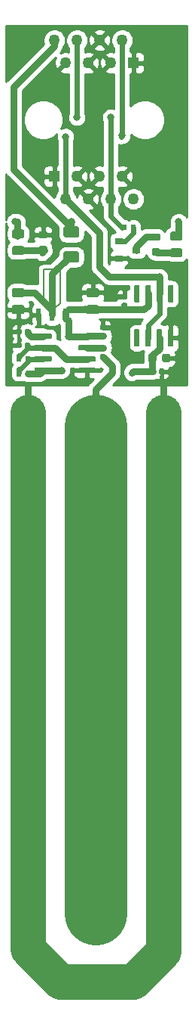
<source format=gbr>
G04 #@! TF.GenerationSoftware,KiCad,Pcbnew,(5.1.5)-3*
G04 #@! TF.CreationDate,2021-02-08T22:28:44-08:00*
G04 #@! TF.ProjectId,MoistureSensor,4d6f6973-7475-4726-9553-656e736f722e,rev?*
G04 #@! TF.SameCoordinates,Original*
G04 #@! TF.FileFunction,Copper,L1,Top*
G04 #@! TF.FilePolarity,Positive*
%FSLAX46Y46*%
G04 Gerber Fmt 4.6, Leading zero omitted, Abs format (unit mm)*
G04 Created by KiCad (PCBNEW (5.1.5)-3) date 2021-02-08 22:28:44*
%MOMM*%
%LPD*%
G04 APERTURE LIST*
%ADD10C,0.152400*%
%ADD11R,0.482600X1.397000*%
%ADD12R,0.558800X1.397000*%
%ADD13C,0.100000*%
%ADD14R,0.500000X0.500000*%
%ADD15C,1.268000*%
%ADD16R,1.268000X1.268000*%
%ADD17R,0.900000X0.800000*%
%ADD18C,0.600000*%
%ADD19C,0.800000*%
%ADD20C,4.000000*%
%ADD21C,0.800000*%
%ADD22C,0.600000*%
%ADD23C,7.000000*%
%ADD24C,0.254000*%
G04 APERTURE END LIST*
D10*
X135915400Y-68148200D02*
X135356600Y-68148200D01*
X135915400Y-68173600D02*
X135915400Y-68148200D01*
X136575800Y-67538600D02*
X135915400Y-68173600D01*
X136575800Y-63779400D02*
X136575800Y-67538600D01*
X134696200Y-63779400D02*
X136575800Y-63779400D01*
X134696200Y-67538600D02*
X134696200Y-63779400D01*
X135356600Y-68148200D02*
X134696200Y-67538600D01*
X135356600Y-68148200D02*
X135356600Y-68148200D01*
D11*
X137134600Y-68846700D03*
D12*
X135636000Y-68846700D03*
D11*
X134137400Y-68846700D03*
G04 #@! TA.AperFunction,SMDPad,CuDef*
D13*
G36*
X135461203Y-74757722D02*
G01*
X135475764Y-74759882D01*
X135490043Y-74763459D01*
X135503903Y-74768418D01*
X135517210Y-74774712D01*
X135529836Y-74782280D01*
X135541659Y-74791048D01*
X135552566Y-74800934D01*
X135562452Y-74811841D01*
X135571220Y-74823664D01*
X135578788Y-74836290D01*
X135585082Y-74849597D01*
X135590041Y-74863457D01*
X135593618Y-74877736D01*
X135595778Y-74892297D01*
X135596500Y-74907000D01*
X135596500Y-75207000D01*
X135595778Y-75221703D01*
X135593618Y-75236264D01*
X135590041Y-75250543D01*
X135585082Y-75264403D01*
X135578788Y-75277710D01*
X135571220Y-75290336D01*
X135562452Y-75302159D01*
X135552566Y-75313066D01*
X135541659Y-75322952D01*
X135529836Y-75331720D01*
X135517210Y-75339288D01*
X135503903Y-75345582D01*
X135490043Y-75350541D01*
X135475764Y-75354118D01*
X135461203Y-75356278D01*
X135446500Y-75357000D01*
X133796500Y-75357000D01*
X133781797Y-75356278D01*
X133767236Y-75354118D01*
X133752957Y-75350541D01*
X133739097Y-75345582D01*
X133725790Y-75339288D01*
X133713164Y-75331720D01*
X133701341Y-75322952D01*
X133690434Y-75313066D01*
X133680548Y-75302159D01*
X133671780Y-75290336D01*
X133664212Y-75277710D01*
X133657918Y-75264403D01*
X133652959Y-75250543D01*
X133649382Y-75236264D01*
X133647222Y-75221703D01*
X133646500Y-75207000D01*
X133646500Y-74907000D01*
X133647222Y-74892297D01*
X133649382Y-74877736D01*
X133652959Y-74863457D01*
X133657918Y-74849597D01*
X133664212Y-74836290D01*
X133671780Y-74823664D01*
X133680548Y-74811841D01*
X133690434Y-74800934D01*
X133701341Y-74791048D01*
X133713164Y-74782280D01*
X133725790Y-74774712D01*
X133739097Y-74768418D01*
X133752957Y-74763459D01*
X133767236Y-74759882D01*
X133781797Y-74757722D01*
X133796500Y-74757000D01*
X135446500Y-74757000D01*
X135461203Y-74757722D01*
G37*
G04 #@! TD.AperFunction*
G04 #@! TA.AperFunction,SMDPad,CuDef*
G36*
X135461203Y-73487722D02*
G01*
X135475764Y-73489882D01*
X135490043Y-73493459D01*
X135503903Y-73498418D01*
X135517210Y-73504712D01*
X135529836Y-73512280D01*
X135541659Y-73521048D01*
X135552566Y-73530934D01*
X135562452Y-73541841D01*
X135571220Y-73553664D01*
X135578788Y-73566290D01*
X135585082Y-73579597D01*
X135590041Y-73593457D01*
X135593618Y-73607736D01*
X135595778Y-73622297D01*
X135596500Y-73637000D01*
X135596500Y-73937000D01*
X135595778Y-73951703D01*
X135593618Y-73966264D01*
X135590041Y-73980543D01*
X135585082Y-73994403D01*
X135578788Y-74007710D01*
X135571220Y-74020336D01*
X135562452Y-74032159D01*
X135552566Y-74043066D01*
X135541659Y-74052952D01*
X135529836Y-74061720D01*
X135517210Y-74069288D01*
X135503903Y-74075582D01*
X135490043Y-74080541D01*
X135475764Y-74084118D01*
X135461203Y-74086278D01*
X135446500Y-74087000D01*
X133796500Y-74087000D01*
X133781797Y-74086278D01*
X133767236Y-74084118D01*
X133752957Y-74080541D01*
X133739097Y-74075582D01*
X133725790Y-74069288D01*
X133713164Y-74061720D01*
X133701341Y-74052952D01*
X133690434Y-74043066D01*
X133680548Y-74032159D01*
X133671780Y-74020336D01*
X133664212Y-74007710D01*
X133657918Y-73994403D01*
X133652959Y-73980543D01*
X133649382Y-73966264D01*
X133647222Y-73951703D01*
X133646500Y-73937000D01*
X133646500Y-73637000D01*
X133647222Y-73622297D01*
X133649382Y-73607736D01*
X133652959Y-73593457D01*
X133657918Y-73579597D01*
X133664212Y-73566290D01*
X133671780Y-73553664D01*
X133680548Y-73541841D01*
X133690434Y-73530934D01*
X133701341Y-73521048D01*
X133713164Y-73512280D01*
X133725790Y-73504712D01*
X133739097Y-73498418D01*
X133752957Y-73493459D01*
X133767236Y-73489882D01*
X133781797Y-73487722D01*
X133796500Y-73487000D01*
X135446500Y-73487000D01*
X135461203Y-73487722D01*
G37*
G04 #@! TD.AperFunction*
G04 #@! TA.AperFunction,SMDPad,CuDef*
G36*
X135461203Y-72217722D02*
G01*
X135475764Y-72219882D01*
X135490043Y-72223459D01*
X135503903Y-72228418D01*
X135517210Y-72234712D01*
X135529836Y-72242280D01*
X135541659Y-72251048D01*
X135552566Y-72260934D01*
X135562452Y-72271841D01*
X135571220Y-72283664D01*
X135578788Y-72296290D01*
X135585082Y-72309597D01*
X135590041Y-72323457D01*
X135593618Y-72337736D01*
X135595778Y-72352297D01*
X135596500Y-72367000D01*
X135596500Y-72667000D01*
X135595778Y-72681703D01*
X135593618Y-72696264D01*
X135590041Y-72710543D01*
X135585082Y-72724403D01*
X135578788Y-72737710D01*
X135571220Y-72750336D01*
X135562452Y-72762159D01*
X135552566Y-72773066D01*
X135541659Y-72782952D01*
X135529836Y-72791720D01*
X135517210Y-72799288D01*
X135503903Y-72805582D01*
X135490043Y-72810541D01*
X135475764Y-72814118D01*
X135461203Y-72816278D01*
X135446500Y-72817000D01*
X133796500Y-72817000D01*
X133781797Y-72816278D01*
X133767236Y-72814118D01*
X133752957Y-72810541D01*
X133739097Y-72805582D01*
X133725790Y-72799288D01*
X133713164Y-72791720D01*
X133701341Y-72782952D01*
X133690434Y-72773066D01*
X133680548Y-72762159D01*
X133671780Y-72750336D01*
X133664212Y-72737710D01*
X133657918Y-72724403D01*
X133652959Y-72710543D01*
X133649382Y-72696264D01*
X133647222Y-72681703D01*
X133646500Y-72667000D01*
X133646500Y-72367000D01*
X133647222Y-72352297D01*
X133649382Y-72337736D01*
X133652959Y-72323457D01*
X133657918Y-72309597D01*
X133664212Y-72296290D01*
X133671780Y-72283664D01*
X133680548Y-72271841D01*
X133690434Y-72260934D01*
X133701341Y-72251048D01*
X133713164Y-72242280D01*
X133725790Y-72234712D01*
X133739097Y-72228418D01*
X133752957Y-72223459D01*
X133767236Y-72219882D01*
X133781797Y-72217722D01*
X133796500Y-72217000D01*
X135446500Y-72217000D01*
X135461203Y-72217722D01*
G37*
G04 #@! TD.AperFunction*
G04 #@! TA.AperFunction,SMDPad,CuDef*
G36*
X135461203Y-70947722D02*
G01*
X135475764Y-70949882D01*
X135490043Y-70953459D01*
X135503903Y-70958418D01*
X135517210Y-70964712D01*
X135529836Y-70972280D01*
X135541659Y-70981048D01*
X135552566Y-70990934D01*
X135562452Y-71001841D01*
X135571220Y-71013664D01*
X135578788Y-71026290D01*
X135585082Y-71039597D01*
X135590041Y-71053457D01*
X135593618Y-71067736D01*
X135595778Y-71082297D01*
X135596500Y-71097000D01*
X135596500Y-71397000D01*
X135595778Y-71411703D01*
X135593618Y-71426264D01*
X135590041Y-71440543D01*
X135585082Y-71454403D01*
X135578788Y-71467710D01*
X135571220Y-71480336D01*
X135562452Y-71492159D01*
X135552566Y-71503066D01*
X135541659Y-71512952D01*
X135529836Y-71521720D01*
X135517210Y-71529288D01*
X135503903Y-71535582D01*
X135490043Y-71540541D01*
X135475764Y-71544118D01*
X135461203Y-71546278D01*
X135446500Y-71547000D01*
X133796500Y-71547000D01*
X133781797Y-71546278D01*
X133767236Y-71544118D01*
X133752957Y-71540541D01*
X133739097Y-71535582D01*
X133725790Y-71529288D01*
X133713164Y-71521720D01*
X133701341Y-71512952D01*
X133690434Y-71503066D01*
X133680548Y-71492159D01*
X133671780Y-71480336D01*
X133664212Y-71467710D01*
X133657918Y-71454403D01*
X133652959Y-71440543D01*
X133649382Y-71426264D01*
X133647222Y-71411703D01*
X133646500Y-71397000D01*
X133646500Y-71097000D01*
X133647222Y-71082297D01*
X133649382Y-71067736D01*
X133652959Y-71053457D01*
X133657918Y-71039597D01*
X133664212Y-71026290D01*
X133671780Y-71013664D01*
X133680548Y-71001841D01*
X133690434Y-70990934D01*
X133701341Y-70981048D01*
X133713164Y-70972280D01*
X133725790Y-70964712D01*
X133739097Y-70958418D01*
X133752957Y-70953459D01*
X133767236Y-70949882D01*
X133781797Y-70947722D01*
X133796500Y-70947000D01*
X135446500Y-70947000D01*
X135461203Y-70947722D01*
G37*
G04 #@! TD.AperFunction*
G04 #@! TA.AperFunction,SMDPad,CuDef*
G36*
X140411203Y-70947722D02*
G01*
X140425764Y-70949882D01*
X140440043Y-70953459D01*
X140453903Y-70958418D01*
X140467210Y-70964712D01*
X140479836Y-70972280D01*
X140491659Y-70981048D01*
X140502566Y-70990934D01*
X140512452Y-71001841D01*
X140521220Y-71013664D01*
X140528788Y-71026290D01*
X140535082Y-71039597D01*
X140540041Y-71053457D01*
X140543618Y-71067736D01*
X140545778Y-71082297D01*
X140546500Y-71097000D01*
X140546500Y-71397000D01*
X140545778Y-71411703D01*
X140543618Y-71426264D01*
X140540041Y-71440543D01*
X140535082Y-71454403D01*
X140528788Y-71467710D01*
X140521220Y-71480336D01*
X140512452Y-71492159D01*
X140502566Y-71503066D01*
X140491659Y-71512952D01*
X140479836Y-71521720D01*
X140467210Y-71529288D01*
X140453903Y-71535582D01*
X140440043Y-71540541D01*
X140425764Y-71544118D01*
X140411203Y-71546278D01*
X140396500Y-71547000D01*
X138746500Y-71547000D01*
X138731797Y-71546278D01*
X138717236Y-71544118D01*
X138702957Y-71540541D01*
X138689097Y-71535582D01*
X138675790Y-71529288D01*
X138663164Y-71521720D01*
X138651341Y-71512952D01*
X138640434Y-71503066D01*
X138630548Y-71492159D01*
X138621780Y-71480336D01*
X138614212Y-71467710D01*
X138607918Y-71454403D01*
X138602959Y-71440543D01*
X138599382Y-71426264D01*
X138597222Y-71411703D01*
X138596500Y-71397000D01*
X138596500Y-71097000D01*
X138597222Y-71082297D01*
X138599382Y-71067736D01*
X138602959Y-71053457D01*
X138607918Y-71039597D01*
X138614212Y-71026290D01*
X138621780Y-71013664D01*
X138630548Y-71001841D01*
X138640434Y-70990934D01*
X138651341Y-70981048D01*
X138663164Y-70972280D01*
X138675790Y-70964712D01*
X138689097Y-70958418D01*
X138702957Y-70953459D01*
X138717236Y-70949882D01*
X138731797Y-70947722D01*
X138746500Y-70947000D01*
X140396500Y-70947000D01*
X140411203Y-70947722D01*
G37*
G04 #@! TD.AperFunction*
G04 #@! TA.AperFunction,SMDPad,CuDef*
G36*
X140411203Y-72217722D02*
G01*
X140425764Y-72219882D01*
X140440043Y-72223459D01*
X140453903Y-72228418D01*
X140467210Y-72234712D01*
X140479836Y-72242280D01*
X140491659Y-72251048D01*
X140502566Y-72260934D01*
X140512452Y-72271841D01*
X140521220Y-72283664D01*
X140528788Y-72296290D01*
X140535082Y-72309597D01*
X140540041Y-72323457D01*
X140543618Y-72337736D01*
X140545778Y-72352297D01*
X140546500Y-72367000D01*
X140546500Y-72667000D01*
X140545778Y-72681703D01*
X140543618Y-72696264D01*
X140540041Y-72710543D01*
X140535082Y-72724403D01*
X140528788Y-72737710D01*
X140521220Y-72750336D01*
X140512452Y-72762159D01*
X140502566Y-72773066D01*
X140491659Y-72782952D01*
X140479836Y-72791720D01*
X140467210Y-72799288D01*
X140453903Y-72805582D01*
X140440043Y-72810541D01*
X140425764Y-72814118D01*
X140411203Y-72816278D01*
X140396500Y-72817000D01*
X138746500Y-72817000D01*
X138731797Y-72816278D01*
X138717236Y-72814118D01*
X138702957Y-72810541D01*
X138689097Y-72805582D01*
X138675790Y-72799288D01*
X138663164Y-72791720D01*
X138651341Y-72782952D01*
X138640434Y-72773066D01*
X138630548Y-72762159D01*
X138621780Y-72750336D01*
X138614212Y-72737710D01*
X138607918Y-72724403D01*
X138602959Y-72710543D01*
X138599382Y-72696264D01*
X138597222Y-72681703D01*
X138596500Y-72667000D01*
X138596500Y-72367000D01*
X138597222Y-72352297D01*
X138599382Y-72337736D01*
X138602959Y-72323457D01*
X138607918Y-72309597D01*
X138614212Y-72296290D01*
X138621780Y-72283664D01*
X138630548Y-72271841D01*
X138640434Y-72260934D01*
X138651341Y-72251048D01*
X138663164Y-72242280D01*
X138675790Y-72234712D01*
X138689097Y-72228418D01*
X138702957Y-72223459D01*
X138717236Y-72219882D01*
X138731797Y-72217722D01*
X138746500Y-72217000D01*
X140396500Y-72217000D01*
X140411203Y-72217722D01*
G37*
G04 #@! TD.AperFunction*
G04 #@! TA.AperFunction,SMDPad,CuDef*
G36*
X140411203Y-73487722D02*
G01*
X140425764Y-73489882D01*
X140440043Y-73493459D01*
X140453903Y-73498418D01*
X140467210Y-73504712D01*
X140479836Y-73512280D01*
X140491659Y-73521048D01*
X140502566Y-73530934D01*
X140512452Y-73541841D01*
X140521220Y-73553664D01*
X140528788Y-73566290D01*
X140535082Y-73579597D01*
X140540041Y-73593457D01*
X140543618Y-73607736D01*
X140545778Y-73622297D01*
X140546500Y-73637000D01*
X140546500Y-73937000D01*
X140545778Y-73951703D01*
X140543618Y-73966264D01*
X140540041Y-73980543D01*
X140535082Y-73994403D01*
X140528788Y-74007710D01*
X140521220Y-74020336D01*
X140512452Y-74032159D01*
X140502566Y-74043066D01*
X140491659Y-74052952D01*
X140479836Y-74061720D01*
X140467210Y-74069288D01*
X140453903Y-74075582D01*
X140440043Y-74080541D01*
X140425764Y-74084118D01*
X140411203Y-74086278D01*
X140396500Y-74087000D01*
X138746500Y-74087000D01*
X138731797Y-74086278D01*
X138717236Y-74084118D01*
X138702957Y-74080541D01*
X138689097Y-74075582D01*
X138675790Y-74069288D01*
X138663164Y-74061720D01*
X138651341Y-74052952D01*
X138640434Y-74043066D01*
X138630548Y-74032159D01*
X138621780Y-74020336D01*
X138614212Y-74007710D01*
X138607918Y-73994403D01*
X138602959Y-73980543D01*
X138599382Y-73966264D01*
X138597222Y-73951703D01*
X138596500Y-73937000D01*
X138596500Y-73637000D01*
X138597222Y-73622297D01*
X138599382Y-73607736D01*
X138602959Y-73593457D01*
X138607918Y-73579597D01*
X138614212Y-73566290D01*
X138621780Y-73553664D01*
X138630548Y-73541841D01*
X138640434Y-73530934D01*
X138651341Y-73521048D01*
X138663164Y-73512280D01*
X138675790Y-73504712D01*
X138689097Y-73498418D01*
X138702957Y-73493459D01*
X138717236Y-73489882D01*
X138731797Y-73487722D01*
X138746500Y-73487000D01*
X140396500Y-73487000D01*
X140411203Y-73487722D01*
G37*
G04 #@! TD.AperFunction*
G04 #@! TA.AperFunction,SMDPad,CuDef*
G36*
X140411203Y-74757722D02*
G01*
X140425764Y-74759882D01*
X140440043Y-74763459D01*
X140453903Y-74768418D01*
X140467210Y-74774712D01*
X140479836Y-74782280D01*
X140491659Y-74791048D01*
X140502566Y-74800934D01*
X140512452Y-74811841D01*
X140521220Y-74823664D01*
X140528788Y-74836290D01*
X140535082Y-74849597D01*
X140540041Y-74863457D01*
X140543618Y-74877736D01*
X140545778Y-74892297D01*
X140546500Y-74907000D01*
X140546500Y-75207000D01*
X140545778Y-75221703D01*
X140543618Y-75236264D01*
X140540041Y-75250543D01*
X140535082Y-75264403D01*
X140528788Y-75277710D01*
X140521220Y-75290336D01*
X140512452Y-75302159D01*
X140502566Y-75313066D01*
X140491659Y-75322952D01*
X140479836Y-75331720D01*
X140467210Y-75339288D01*
X140453903Y-75345582D01*
X140440043Y-75350541D01*
X140425764Y-75354118D01*
X140411203Y-75356278D01*
X140396500Y-75357000D01*
X138746500Y-75357000D01*
X138731797Y-75356278D01*
X138717236Y-75354118D01*
X138702957Y-75350541D01*
X138689097Y-75345582D01*
X138675790Y-75339288D01*
X138663164Y-75331720D01*
X138651341Y-75322952D01*
X138640434Y-75313066D01*
X138630548Y-75302159D01*
X138621780Y-75290336D01*
X138614212Y-75277710D01*
X138607918Y-75264403D01*
X138602959Y-75250543D01*
X138599382Y-75236264D01*
X138597222Y-75221703D01*
X138596500Y-75207000D01*
X138596500Y-74907000D01*
X138597222Y-74892297D01*
X138599382Y-74877736D01*
X138602959Y-74863457D01*
X138607918Y-74849597D01*
X138614212Y-74836290D01*
X138621780Y-74823664D01*
X138630548Y-74811841D01*
X138640434Y-74800934D01*
X138651341Y-74791048D01*
X138663164Y-74782280D01*
X138675790Y-74774712D01*
X138689097Y-74768418D01*
X138702957Y-74763459D01*
X138717236Y-74759882D01*
X138731797Y-74757722D01*
X138746500Y-74757000D01*
X140396500Y-74757000D01*
X140411203Y-74757722D01*
G37*
G04 #@! TD.AperFunction*
G04 #@! TA.AperFunction,SMDPad,CuDef*
G36*
X133031222Y-71953674D02*
G01*
X133044813Y-71955690D01*
X133058140Y-71959028D01*
X133071076Y-71963657D01*
X133083496Y-71969531D01*
X133095280Y-71976594D01*
X133106315Y-71984779D01*
X133116495Y-71994005D01*
X133125721Y-72004185D01*
X133133906Y-72015220D01*
X133140969Y-72027004D01*
X133146843Y-72039424D01*
X133151472Y-72052360D01*
X133154810Y-72065687D01*
X133156826Y-72079278D01*
X133157500Y-72093000D01*
X133157500Y-72433000D01*
X133156826Y-72446722D01*
X133154810Y-72460313D01*
X133151472Y-72473640D01*
X133146843Y-72486576D01*
X133140969Y-72498996D01*
X133133906Y-72510780D01*
X133125721Y-72521815D01*
X133116495Y-72531995D01*
X133106315Y-72541221D01*
X133095280Y-72549406D01*
X133083496Y-72556469D01*
X133071076Y-72562343D01*
X133058140Y-72566972D01*
X133044813Y-72570310D01*
X133031222Y-72572326D01*
X133017500Y-72573000D01*
X132737500Y-72573000D01*
X132723778Y-72572326D01*
X132710187Y-72570310D01*
X132696860Y-72566972D01*
X132683924Y-72562343D01*
X132671504Y-72556469D01*
X132659720Y-72549406D01*
X132648685Y-72541221D01*
X132638505Y-72531995D01*
X132629279Y-72521815D01*
X132621094Y-72510780D01*
X132614031Y-72498996D01*
X132608157Y-72486576D01*
X132603528Y-72473640D01*
X132600190Y-72460313D01*
X132598174Y-72446722D01*
X132597500Y-72433000D01*
X132597500Y-72093000D01*
X132598174Y-72079278D01*
X132600190Y-72065687D01*
X132603528Y-72052360D01*
X132608157Y-72039424D01*
X132614031Y-72027004D01*
X132621094Y-72015220D01*
X132629279Y-72004185D01*
X132638505Y-71994005D01*
X132648685Y-71984779D01*
X132659720Y-71976594D01*
X132671504Y-71969531D01*
X132683924Y-71963657D01*
X132696860Y-71959028D01*
X132710187Y-71955690D01*
X132723778Y-71953674D01*
X132737500Y-71953000D01*
X133017500Y-71953000D01*
X133031222Y-71953674D01*
G37*
G04 #@! TD.AperFunction*
G04 #@! TA.AperFunction,SMDPad,CuDef*
G36*
X132071222Y-71953674D02*
G01*
X132084813Y-71955690D01*
X132098140Y-71959028D01*
X132111076Y-71963657D01*
X132123496Y-71969531D01*
X132135280Y-71976594D01*
X132146315Y-71984779D01*
X132156495Y-71994005D01*
X132165721Y-72004185D01*
X132173906Y-72015220D01*
X132180969Y-72027004D01*
X132186843Y-72039424D01*
X132191472Y-72052360D01*
X132194810Y-72065687D01*
X132196826Y-72079278D01*
X132197500Y-72093000D01*
X132197500Y-72433000D01*
X132196826Y-72446722D01*
X132194810Y-72460313D01*
X132191472Y-72473640D01*
X132186843Y-72486576D01*
X132180969Y-72498996D01*
X132173906Y-72510780D01*
X132165721Y-72521815D01*
X132156495Y-72531995D01*
X132146315Y-72541221D01*
X132135280Y-72549406D01*
X132123496Y-72556469D01*
X132111076Y-72562343D01*
X132098140Y-72566972D01*
X132084813Y-72570310D01*
X132071222Y-72572326D01*
X132057500Y-72573000D01*
X131777500Y-72573000D01*
X131763778Y-72572326D01*
X131750187Y-72570310D01*
X131736860Y-72566972D01*
X131723924Y-72562343D01*
X131711504Y-72556469D01*
X131699720Y-72549406D01*
X131688685Y-72541221D01*
X131678505Y-72531995D01*
X131669279Y-72521815D01*
X131661094Y-72510780D01*
X131654031Y-72498996D01*
X131648157Y-72486576D01*
X131643528Y-72473640D01*
X131640190Y-72460313D01*
X131638174Y-72446722D01*
X131637500Y-72433000D01*
X131637500Y-72093000D01*
X131638174Y-72079278D01*
X131640190Y-72065687D01*
X131643528Y-72052360D01*
X131648157Y-72039424D01*
X131654031Y-72027004D01*
X131661094Y-72015220D01*
X131669279Y-72004185D01*
X131678505Y-71994005D01*
X131688685Y-71984779D01*
X131699720Y-71976594D01*
X131711504Y-71969531D01*
X131723924Y-71963657D01*
X131736860Y-71959028D01*
X131750187Y-71955690D01*
X131763778Y-71953674D01*
X131777500Y-71953000D01*
X132057500Y-71953000D01*
X132071222Y-71953674D01*
G37*
G04 #@! TD.AperFunction*
G04 #@! TA.AperFunction,SMDPad,CuDef*
G36*
X132325504Y-65861204D02*
G01*
X132349773Y-65864804D01*
X132373571Y-65870765D01*
X132396671Y-65879030D01*
X132418849Y-65889520D01*
X132439893Y-65902133D01*
X132459598Y-65916747D01*
X132477777Y-65933223D01*
X132494253Y-65951402D01*
X132508867Y-65971107D01*
X132521480Y-65992151D01*
X132531970Y-66014329D01*
X132540235Y-66037429D01*
X132546196Y-66061227D01*
X132549796Y-66085496D01*
X132551000Y-66110000D01*
X132551000Y-66610000D01*
X132549796Y-66634504D01*
X132546196Y-66658773D01*
X132540235Y-66682571D01*
X132531970Y-66705671D01*
X132521480Y-66727849D01*
X132508867Y-66748893D01*
X132494253Y-66768598D01*
X132477777Y-66786777D01*
X132459598Y-66803253D01*
X132439893Y-66817867D01*
X132418849Y-66830480D01*
X132396671Y-66840970D01*
X132373571Y-66849235D01*
X132349773Y-66855196D01*
X132325504Y-66858796D01*
X132301000Y-66860000D01*
X131351000Y-66860000D01*
X131326496Y-66858796D01*
X131302227Y-66855196D01*
X131278429Y-66849235D01*
X131255329Y-66840970D01*
X131233151Y-66830480D01*
X131212107Y-66817867D01*
X131192402Y-66803253D01*
X131174223Y-66786777D01*
X131157747Y-66768598D01*
X131143133Y-66748893D01*
X131130520Y-66727849D01*
X131120030Y-66705671D01*
X131111765Y-66682571D01*
X131105804Y-66658773D01*
X131102204Y-66634504D01*
X131101000Y-66610000D01*
X131101000Y-66110000D01*
X131102204Y-66085496D01*
X131105804Y-66061227D01*
X131111765Y-66037429D01*
X131120030Y-66014329D01*
X131130520Y-65992151D01*
X131143133Y-65971107D01*
X131157747Y-65951402D01*
X131174223Y-65933223D01*
X131192402Y-65916747D01*
X131212107Y-65902133D01*
X131233151Y-65889520D01*
X131255329Y-65879030D01*
X131278429Y-65870765D01*
X131302227Y-65864804D01*
X131326496Y-65861204D01*
X131351000Y-65860000D01*
X132301000Y-65860000D01*
X132325504Y-65861204D01*
G37*
G04 #@! TD.AperFunction*
G04 #@! TA.AperFunction,SMDPad,CuDef*
G36*
X132325504Y-67761204D02*
G01*
X132349773Y-67764804D01*
X132373571Y-67770765D01*
X132396671Y-67779030D01*
X132418849Y-67789520D01*
X132439893Y-67802133D01*
X132459598Y-67816747D01*
X132477777Y-67833223D01*
X132494253Y-67851402D01*
X132508867Y-67871107D01*
X132521480Y-67892151D01*
X132531970Y-67914329D01*
X132540235Y-67937429D01*
X132546196Y-67961227D01*
X132549796Y-67985496D01*
X132551000Y-68010000D01*
X132551000Y-68510000D01*
X132549796Y-68534504D01*
X132546196Y-68558773D01*
X132540235Y-68582571D01*
X132531970Y-68605671D01*
X132521480Y-68627849D01*
X132508867Y-68648893D01*
X132494253Y-68668598D01*
X132477777Y-68686777D01*
X132459598Y-68703253D01*
X132439893Y-68717867D01*
X132418849Y-68730480D01*
X132396671Y-68740970D01*
X132373571Y-68749235D01*
X132349773Y-68755196D01*
X132325504Y-68758796D01*
X132301000Y-68760000D01*
X131351000Y-68760000D01*
X131326496Y-68758796D01*
X131302227Y-68755196D01*
X131278429Y-68749235D01*
X131255329Y-68740970D01*
X131233151Y-68730480D01*
X131212107Y-68717867D01*
X131192402Y-68703253D01*
X131174223Y-68686777D01*
X131157747Y-68668598D01*
X131143133Y-68648893D01*
X131130520Y-68627849D01*
X131120030Y-68605671D01*
X131111765Y-68582571D01*
X131105804Y-68558773D01*
X131102204Y-68534504D01*
X131101000Y-68510000D01*
X131101000Y-68010000D01*
X131102204Y-67985496D01*
X131105804Y-67961227D01*
X131111765Y-67937429D01*
X131120030Y-67914329D01*
X131130520Y-67892151D01*
X131143133Y-67871107D01*
X131157747Y-67851402D01*
X131174223Y-67833223D01*
X131192402Y-67816747D01*
X131212107Y-67802133D01*
X131233151Y-67789520D01*
X131255329Y-67779030D01*
X131278429Y-67770765D01*
X131302227Y-67764804D01*
X131326496Y-67761204D01*
X131351000Y-67760000D01*
X132301000Y-67760000D01*
X132325504Y-67761204D01*
G37*
G04 #@! TD.AperFunction*
G04 #@! TA.AperFunction,SMDPad,CuDef*
G36*
X140707504Y-67761204D02*
G01*
X140731773Y-67764804D01*
X140755571Y-67770765D01*
X140778671Y-67779030D01*
X140800849Y-67789520D01*
X140821893Y-67802133D01*
X140841598Y-67816747D01*
X140859777Y-67833223D01*
X140876253Y-67851402D01*
X140890867Y-67871107D01*
X140903480Y-67892151D01*
X140913970Y-67914329D01*
X140922235Y-67937429D01*
X140928196Y-67961227D01*
X140931796Y-67985496D01*
X140933000Y-68010000D01*
X140933000Y-68510000D01*
X140931796Y-68534504D01*
X140928196Y-68558773D01*
X140922235Y-68582571D01*
X140913970Y-68605671D01*
X140903480Y-68627849D01*
X140890867Y-68648893D01*
X140876253Y-68668598D01*
X140859777Y-68686777D01*
X140841598Y-68703253D01*
X140821893Y-68717867D01*
X140800849Y-68730480D01*
X140778671Y-68740970D01*
X140755571Y-68749235D01*
X140731773Y-68755196D01*
X140707504Y-68758796D01*
X140683000Y-68760000D01*
X139733000Y-68760000D01*
X139708496Y-68758796D01*
X139684227Y-68755196D01*
X139660429Y-68749235D01*
X139637329Y-68740970D01*
X139615151Y-68730480D01*
X139594107Y-68717867D01*
X139574402Y-68703253D01*
X139556223Y-68686777D01*
X139539747Y-68668598D01*
X139525133Y-68648893D01*
X139512520Y-68627849D01*
X139502030Y-68605671D01*
X139493765Y-68582571D01*
X139487804Y-68558773D01*
X139484204Y-68534504D01*
X139483000Y-68510000D01*
X139483000Y-68010000D01*
X139484204Y-67985496D01*
X139487804Y-67961227D01*
X139493765Y-67937429D01*
X139502030Y-67914329D01*
X139512520Y-67892151D01*
X139525133Y-67871107D01*
X139539747Y-67851402D01*
X139556223Y-67833223D01*
X139574402Y-67816747D01*
X139594107Y-67802133D01*
X139615151Y-67789520D01*
X139637329Y-67779030D01*
X139660429Y-67770765D01*
X139684227Y-67764804D01*
X139708496Y-67761204D01*
X139733000Y-67760000D01*
X140683000Y-67760000D01*
X140707504Y-67761204D01*
G37*
G04 #@! TD.AperFunction*
G04 #@! TA.AperFunction,SMDPad,CuDef*
G36*
X140707504Y-65861204D02*
G01*
X140731773Y-65864804D01*
X140755571Y-65870765D01*
X140778671Y-65879030D01*
X140800849Y-65889520D01*
X140821893Y-65902133D01*
X140841598Y-65916747D01*
X140859777Y-65933223D01*
X140876253Y-65951402D01*
X140890867Y-65971107D01*
X140903480Y-65992151D01*
X140913970Y-66014329D01*
X140922235Y-66037429D01*
X140928196Y-66061227D01*
X140931796Y-66085496D01*
X140933000Y-66110000D01*
X140933000Y-66610000D01*
X140931796Y-66634504D01*
X140928196Y-66658773D01*
X140922235Y-66682571D01*
X140913970Y-66705671D01*
X140903480Y-66727849D01*
X140890867Y-66748893D01*
X140876253Y-66768598D01*
X140859777Y-66786777D01*
X140841598Y-66803253D01*
X140821893Y-66817867D01*
X140800849Y-66830480D01*
X140778671Y-66840970D01*
X140755571Y-66849235D01*
X140731773Y-66855196D01*
X140707504Y-66858796D01*
X140683000Y-66860000D01*
X139733000Y-66860000D01*
X139708496Y-66858796D01*
X139684227Y-66855196D01*
X139660429Y-66849235D01*
X139637329Y-66840970D01*
X139615151Y-66830480D01*
X139594107Y-66817867D01*
X139574402Y-66803253D01*
X139556223Y-66786777D01*
X139539747Y-66768598D01*
X139525133Y-66748893D01*
X139512520Y-66727849D01*
X139502030Y-66705671D01*
X139493765Y-66682571D01*
X139487804Y-66658773D01*
X139484204Y-66634504D01*
X139483000Y-66610000D01*
X139483000Y-66110000D01*
X139484204Y-66085496D01*
X139487804Y-66061227D01*
X139493765Y-66037429D01*
X139502030Y-66014329D01*
X139512520Y-65992151D01*
X139525133Y-65971107D01*
X139539747Y-65951402D01*
X139556223Y-65933223D01*
X139574402Y-65916747D01*
X139594107Y-65902133D01*
X139615151Y-65889520D01*
X139637329Y-65879030D01*
X139660429Y-65870765D01*
X139684227Y-65864804D01*
X139708496Y-65861204D01*
X139733000Y-65860000D01*
X140683000Y-65860000D01*
X140707504Y-65861204D01*
G37*
G04 #@! TD.AperFunction*
G04 #@! TA.AperFunction,SMDPad,CuDef*
G36*
X141534722Y-69979674D02*
G01*
X141548313Y-69981690D01*
X141561640Y-69985028D01*
X141574576Y-69989657D01*
X141586996Y-69995531D01*
X141598780Y-70002594D01*
X141609815Y-70010779D01*
X141619995Y-70020005D01*
X141629221Y-70030185D01*
X141637406Y-70041220D01*
X141644469Y-70053004D01*
X141650343Y-70065424D01*
X141654972Y-70078360D01*
X141658310Y-70091687D01*
X141660326Y-70105278D01*
X141661000Y-70119000D01*
X141661000Y-70399000D01*
X141660326Y-70412722D01*
X141658310Y-70426313D01*
X141654972Y-70439640D01*
X141650343Y-70452576D01*
X141644469Y-70464996D01*
X141637406Y-70476780D01*
X141629221Y-70487815D01*
X141619995Y-70497995D01*
X141609815Y-70507221D01*
X141598780Y-70515406D01*
X141586996Y-70522469D01*
X141574576Y-70528343D01*
X141561640Y-70532972D01*
X141548313Y-70536310D01*
X141534722Y-70538326D01*
X141521000Y-70539000D01*
X141181000Y-70539000D01*
X141167278Y-70538326D01*
X141153687Y-70536310D01*
X141140360Y-70532972D01*
X141127424Y-70528343D01*
X141115004Y-70522469D01*
X141103220Y-70515406D01*
X141092185Y-70507221D01*
X141082005Y-70497995D01*
X141072779Y-70487815D01*
X141064594Y-70476780D01*
X141057531Y-70464996D01*
X141051657Y-70452576D01*
X141047028Y-70439640D01*
X141043690Y-70426313D01*
X141041674Y-70412722D01*
X141041000Y-70399000D01*
X141041000Y-70119000D01*
X141041674Y-70105278D01*
X141043690Y-70091687D01*
X141047028Y-70078360D01*
X141051657Y-70065424D01*
X141057531Y-70053004D01*
X141064594Y-70041220D01*
X141072779Y-70030185D01*
X141082005Y-70020005D01*
X141092185Y-70010779D01*
X141103220Y-70002594D01*
X141115004Y-69995531D01*
X141127424Y-69989657D01*
X141140360Y-69985028D01*
X141153687Y-69981690D01*
X141167278Y-69979674D01*
X141181000Y-69979000D01*
X141521000Y-69979000D01*
X141534722Y-69979674D01*
G37*
G04 #@! TD.AperFunction*
G04 #@! TA.AperFunction,SMDPad,CuDef*
G36*
X141534722Y-70939674D02*
G01*
X141548313Y-70941690D01*
X141561640Y-70945028D01*
X141574576Y-70949657D01*
X141586996Y-70955531D01*
X141598780Y-70962594D01*
X141609815Y-70970779D01*
X141619995Y-70980005D01*
X141629221Y-70990185D01*
X141637406Y-71001220D01*
X141644469Y-71013004D01*
X141650343Y-71025424D01*
X141654972Y-71038360D01*
X141658310Y-71051687D01*
X141660326Y-71065278D01*
X141661000Y-71079000D01*
X141661000Y-71359000D01*
X141660326Y-71372722D01*
X141658310Y-71386313D01*
X141654972Y-71399640D01*
X141650343Y-71412576D01*
X141644469Y-71424996D01*
X141637406Y-71436780D01*
X141629221Y-71447815D01*
X141619995Y-71457995D01*
X141609815Y-71467221D01*
X141598780Y-71475406D01*
X141586996Y-71482469D01*
X141574576Y-71488343D01*
X141561640Y-71492972D01*
X141548313Y-71496310D01*
X141534722Y-71498326D01*
X141521000Y-71499000D01*
X141181000Y-71499000D01*
X141167278Y-71498326D01*
X141153687Y-71496310D01*
X141140360Y-71492972D01*
X141127424Y-71488343D01*
X141115004Y-71482469D01*
X141103220Y-71475406D01*
X141092185Y-71467221D01*
X141082005Y-71457995D01*
X141072779Y-71447815D01*
X141064594Y-71436780D01*
X141057531Y-71424996D01*
X141051657Y-71412576D01*
X141047028Y-71399640D01*
X141043690Y-71386313D01*
X141041674Y-71372722D01*
X141041000Y-71359000D01*
X141041000Y-71079000D01*
X141041674Y-71065278D01*
X141043690Y-71051687D01*
X141047028Y-71038360D01*
X141051657Y-71025424D01*
X141057531Y-71013004D01*
X141064594Y-71001220D01*
X141072779Y-70990185D01*
X141082005Y-70980005D01*
X141092185Y-70970779D01*
X141103220Y-70962594D01*
X141115004Y-70955531D01*
X141127424Y-70949657D01*
X141140360Y-70945028D01*
X141153687Y-70941690D01*
X141167278Y-70939674D01*
X141181000Y-70939000D01*
X141521000Y-70939000D01*
X141534722Y-70939674D01*
G37*
G04 #@! TD.AperFunction*
G04 #@! TA.AperFunction,SMDPad,CuDef*
G36*
X132071222Y-70429674D02*
G01*
X132084813Y-70431690D01*
X132098140Y-70435028D01*
X132111076Y-70439657D01*
X132123496Y-70445531D01*
X132135280Y-70452594D01*
X132146315Y-70460779D01*
X132156495Y-70470005D01*
X132165721Y-70480185D01*
X132173906Y-70491220D01*
X132180969Y-70503004D01*
X132186843Y-70515424D01*
X132191472Y-70528360D01*
X132194810Y-70541687D01*
X132196826Y-70555278D01*
X132197500Y-70569000D01*
X132197500Y-70909000D01*
X132196826Y-70922722D01*
X132194810Y-70936313D01*
X132191472Y-70949640D01*
X132186843Y-70962576D01*
X132180969Y-70974996D01*
X132173906Y-70986780D01*
X132165721Y-70997815D01*
X132156495Y-71007995D01*
X132146315Y-71017221D01*
X132135280Y-71025406D01*
X132123496Y-71032469D01*
X132111076Y-71038343D01*
X132098140Y-71042972D01*
X132084813Y-71046310D01*
X132071222Y-71048326D01*
X132057500Y-71049000D01*
X131777500Y-71049000D01*
X131763778Y-71048326D01*
X131750187Y-71046310D01*
X131736860Y-71042972D01*
X131723924Y-71038343D01*
X131711504Y-71032469D01*
X131699720Y-71025406D01*
X131688685Y-71017221D01*
X131678505Y-71007995D01*
X131669279Y-70997815D01*
X131661094Y-70986780D01*
X131654031Y-70974996D01*
X131648157Y-70962576D01*
X131643528Y-70949640D01*
X131640190Y-70936313D01*
X131638174Y-70922722D01*
X131637500Y-70909000D01*
X131637500Y-70569000D01*
X131638174Y-70555278D01*
X131640190Y-70541687D01*
X131643528Y-70528360D01*
X131648157Y-70515424D01*
X131654031Y-70503004D01*
X131661094Y-70491220D01*
X131669279Y-70480185D01*
X131678505Y-70470005D01*
X131688685Y-70460779D01*
X131699720Y-70452594D01*
X131711504Y-70445531D01*
X131723924Y-70439657D01*
X131736860Y-70435028D01*
X131750187Y-70431690D01*
X131763778Y-70429674D01*
X131777500Y-70429000D01*
X132057500Y-70429000D01*
X132071222Y-70429674D01*
G37*
G04 #@! TD.AperFunction*
G04 #@! TA.AperFunction,SMDPad,CuDef*
G36*
X133031222Y-70429674D02*
G01*
X133044813Y-70431690D01*
X133058140Y-70435028D01*
X133071076Y-70439657D01*
X133083496Y-70445531D01*
X133095280Y-70452594D01*
X133106315Y-70460779D01*
X133116495Y-70470005D01*
X133125721Y-70480185D01*
X133133906Y-70491220D01*
X133140969Y-70503004D01*
X133146843Y-70515424D01*
X133151472Y-70528360D01*
X133154810Y-70541687D01*
X133156826Y-70555278D01*
X133157500Y-70569000D01*
X133157500Y-70909000D01*
X133156826Y-70922722D01*
X133154810Y-70936313D01*
X133151472Y-70949640D01*
X133146843Y-70962576D01*
X133140969Y-70974996D01*
X133133906Y-70986780D01*
X133125721Y-70997815D01*
X133116495Y-71007995D01*
X133106315Y-71017221D01*
X133095280Y-71025406D01*
X133083496Y-71032469D01*
X133071076Y-71038343D01*
X133058140Y-71042972D01*
X133044813Y-71046310D01*
X133031222Y-71048326D01*
X133017500Y-71049000D01*
X132737500Y-71049000D01*
X132723778Y-71048326D01*
X132710187Y-71046310D01*
X132696860Y-71042972D01*
X132683924Y-71038343D01*
X132671504Y-71032469D01*
X132659720Y-71025406D01*
X132648685Y-71017221D01*
X132638505Y-71007995D01*
X132629279Y-70997815D01*
X132621094Y-70986780D01*
X132614031Y-70974996D01*
X132608157Y-70962576D01*
X132603528Y-70949640D01*
X132600190Y-70936313D01*
X132598174Y-70922722D01*
X132597500Y-70909000D01*
X132597500Y-70569000D01*
X132598174Y-70555278D01*
X132600190Y-70541687D01*
X132603528Y-70528360D01*
X132608157Y-70515424D01*
X132614031Y-70503004D01*
X132621094Y-70491220D01*
X132629279Y-70480185D01*
X132638505Y-70470005D01*
X132648685Y-70460779D01*
X132659720Y-70452594D01*
X132671504Y-70445531D01*
X132683924Y-70439657D01*
X132696860Y-70435028D01*
X132710187Y-70431690D01*
X132723778Y-70429674D01*
X132737500Y-70429000D01*
X133017500Y-70429000D01*
X133031222Y-70429674D01*
G37*
G04 #@! TD.AperFunction*
G04 #@! TA.AperFunction,SMDPad,CuDef*
G36*
X147173054Y-73186083D02*
G01*
X147194895Y-73189323D01*
X147216314Y-73194688D01*
X147237104Y-73202127D01*
X147257064Y-73211568D01*
X147276003Y-73222919D01*
X147293738Y-73236073D01*
X147310099Y-73250901D01*
X147324927Y-73267262D01*
X147338081Y-73284997D01*
X147349432Y-73303936D01*
X147358873Y-73323896D01*
X147366312Y-73344686D01*
X147371677Y-73366105D01*
X147374917Y-73387946D01*
X147376000Y-73410000D01*
X147376000Y-73910000D01*
X147374917Y-73932054D01*
X147371677Y-73953895D01*
X147366312Y-73975314D01*
X147358873Y-73996104D01*
X147349432Y-74016064D01*
X147338081Y-74035003D01*
X147324927Y-74052738D01*
X147310099Y-74069099D01*
X147293738Y-74083927D01*
X147276003Y-74097081D01*
X147257064Y-74108432D01*
X147237104Y-74117873D01*
X147216314Y-74125312D01*
X147194895Y-74130677D01*
X147173054Y-74133917D01*
X147151000Y-74135000D01*
X146701000Y-74135000D01*
X146678946Y-74133917D01*
X146657105Y-74130677D01*
X146635686Y-74125312D01*
X146614896Y-74117873D01*
X146594936Y-74108432D01*
X146575997Y-74097081D01*
X146558262Y-74083927D01*
X146541901Y-74069099D01*
X146527073Y-74052738D01*
X146513919Y-74035003D01*
X146502568Y-74016064D01*
X146493127Y-73996104D01*
X146485688Y-73975314D01*
X146480323Y-73953895D01*
X146477083Y-73932054D01*
X146476000Y-73910000D01*
X146476000Y-73410000D01*
X146477083Y-73387946D01*
X146480323Y-73366105D01*
X146485688Y-73344686D01*
X146493127Y-73323896D01*
X146502568Y-73303936D01*
X146513919Y-73284997D01*
X146527073Y-73267262D01*
X146541901Y-73250901D01*
X146558262Y-73236073D01*
X146575997Y-73222919D01*
X146594936Y-73211568D01*
X146614896Y-73202127D01*
X146635686Y-73194688D01*
X146657105Y-73189323D01*
X146678946Y-73186083D01*
X146701000Y-73185000D01*
X147151000Y-73185000D01*
X147173054Y-73186083D01*
G37*
G04 #@! TD.AperFunction*
G04 #@! TA.AperFunction,SMDPad,CuDef*
G36*
X148723054Y-73186083D02*
G01*
X148744895Y-73189323D01*
X148766314Y-73194688D01*
X148787104Y-73202127D01*
X148807064Y-73211568D01*
X148826003Y-73222919D01*
X148843738Y-73236073D01*
X148860099Y-73250901D01*
X148874927Y-73267262D01*
X148888081Y-73284997D01*
X148899432Y-73303936D01*
X148908873Y-73323896D01*
X148916312Y-73344686D01*
X148921677Y-73366105D01*
X148924917Y-73387946D01*
X148926000Y-73410000D01*
X148926000Y-73910000D01*
X148924917Y-73932054D01*
X148921677Y-73953895D01*
X148916312Y-73975314D01*
X148908873Y-73996104D01*
X148899432Y-74016064D01*
X148888081Y-74035003D01*
X148874927Y-74052738D01*
X148860099Y-74069099D01*
X148843738Y-74083927D01*
X148826003Y-74097081D01*
X148807064Y-74108432D01*
X148787104Y-74117873D01*
X148766314Y-74125312D01*
X148744895Y-74130677D01*
X148723054Y-74133917D01*
X148701000Y-74135000D01*
X148251000Y-74135000D01*
X148228946Y-74133917D01*
X148207105Y-74130677D01*
X148185686Y-74125312D01*
X148164896Y-74117873D01*
X148144936Y-74108432D01*
X148125997Y-74097081D01*
X148108262Y-74083927D01*
X148091901Y-74069099D01*
X148077073Y-74052738D01*
X148063919Y-74035003D01*
X148052568Y-74016064D01*
X148043127Y-73996104D01*
X148035688Y-73975314D01*
X148030323Y-73953895D01*
X148027083Y-73932054D01*
X148026000Y-73910000D01*
X148026000Y-73410000D01*
X148027083Y-73387946D01*
X148030323Y-73366105D01*
X148035688Y-73344686D01*
X148043127Y-73323896D01*
X148052568Y-73303936D01*
X148063919Y-73284997D01*
X148077073Y-73267262D01*
X148091901Y-73250901D01*
X148108262Y-73236073D01*
X148125997Y-73222919D01*
X148144936Y-73211568D01*
X148164896Y-73202127D01*
X148185686Y-73194688D01*
X148207105Y-73189323D01*
X148228946Y-73186083D01*
X148251000Y-73185000D01*
X148701000Y-73185000D01*
X148723054Y-73186083D01*
G37*
G04 #@! TD.AperFunction*
G04 #@! TA.AperFunction,SMDPad,CuDef*
G36*
X143947722Y-66550674D02*
G01*
X143961313Y-66552690D01*
X143974640Y-66556028D01*
X143987576Y-66560657D01*
X143999996Y-66566531D01*
X144011780Y-66573594D01*
X144022815Y-66581779D01*
X144032995Y-66591005D01*
X144042221Y-66601185D01*
X144050406Y-66612220D01*
X144057469Y-66624004D01*
X144063343Y-66636424D01*
X144067972Y-66649360D01*
X144071310Y-66662687D01*
X144073326Y-66676278D01*
X144074000Y-66690000D01*
X144074000Y-66970000D01*
X144073326Y-66983722D01*
X144071310Y-66997313D01*
X144067972Y-67010640D01*
X144063343Y-67023576D01*
X144057469Y-67035996D01*
X144050406Y-67047780D01*
X144042221Y-67058815D01*
X144032995Y-67068995D01*
X144022815Y-67078221D01*
X144011780Y-67086406D01*
X143999996Y-67093469D01*
X143987576Y-67099343D01*
X143974640Y-67103972D01*
X143961313Y-67107310D01*
X143947722Y-67109326D01*
X143934000Y-67110000D01*
X143594000Y-67110000D01*
X143580278Y-67109326D01*
X143566687Y-67107310D01*
X143553360Y-67103972D01*
X143540424Y-67099343D01*
X143528004Y-67093469D01*
X143516220Y-67086406D01*
X143505185Y-67078221D01*
X143495005Y-67068995D01*
X143485779Y-67058815D01*
X143477594Y-67047780D01*
X143470531Y-67035996D01*
X143464657Y-67023576D01*
X143460028Y-67010640D01*
X143456690Y-66997313D01*
X143454674Y-66983722D01*
X143454000Y-66970000D01*
X143454000Y-66690000D01*
X143454674Y-66676278D01*
X143456690Y-66662687D01*
X143460028Y-66649360D01*
X143464657Y-66636424D01*
X143470531Y-66624004D01*
X143477594Y-66612220D01*
X143485779Y-66601185D01*
X143495005Y-66591005D01*
X143505185Y-66581779D01*
X143516220Y-66573594D01*
X143528004Y-66566531D01*
X143540424Y-66560657D01*
X143553360Y-66556028D01*
X143566687Y-66552690D01*
X143580278Y-66550674D01*
X143594000Y-66550000D01*
X143934000Y-66550000D01*
X143947722Y-66550674D01*
G37*
G04 #@! TD.AperFunction*
G04 #@! TA.AperFunction,SMDPad,CuDef*
G36*
X143947722Y-67510674D02*
G01*
X143961313Y-67512690D01*
X143974640Y-67516028D01*
X143987576Y-67520657D01*
X143999996Y-67526531D01*
X144011780Y-67533594D01*
X144022815Y-67541779D01*
X144032995Y-67551005D01*
X144042221Y-67561185D01*
X144050406Y-67572220D01*
X144057469Y-67584004D01*
X144063343Y-67596424D01*
X144067972Y-67609360D01*
X144071310Y-67622687D01*
X144073326Y-67636278D01*
X144074000Y-67650000D01*
X144074000Y-67930000D01*
X144073326Y-67943722D01*
X144071310Y-67957313D01*
X144067972Y-67970640D01*
X144063343Y-67983576D01*
X144057469Y-67995996D01*
X144050406Y-68007780D01*
X144042221Y-68018815D01*
X144032995Y-68028995D01*
X144022815Y-68038221D01*
X144011780Y-68046406D01*
X143999996Y-68053469D01*
X143987576Y-68059343D01*
X143974640Y-68063972D01*
X143961313Y-68067310D01*
X143947722Y-68069326D01*
X143934000Y-68070000D01*
X143594000Y-68070000D01*
X143580278Y-68069326D01*
X143566687Y-68067310D01*
X143553360Y-68063972D01*
X143540424Y-68059343D01*
X143528004Y-68053469D01*
X143516220Y-68046406D01*
X143505185Y-68038221D01*
X143495005Y-68028995D01*
X143485779Y-68018815D01*
X143477594Y-68007780D01*
X143470531Y-67995996D01*
X143464657Y-67983576D01*
X143460028Y-67970640D01*
X143456690Y-67957313D01*
X143454674Y-67943722D01*
X143454000Y-67930000D01*
X143454000Y-67650000D01*
X143454674Y-67636278D01*
X143456690Y-67622687D01*
X143460028Y-67609360D01*
X143464657Y-67596424D01*
X143470531Y-67584004D01*
X143477594Y-67572220D01*
X143485779Y-67561185D01*
X143495005Y-67551005D01*
X143505185Y-67541779D01*
X143516220Y-67533594D01*
X143528004Y-67526531D01*
X143540424Y-67520657D01*
X143553360Y-67516028D01*
X143566687Y-67512690D01*
X143580278Y-67510674D01*
X143594000Y-67510000D01*
X143934000Y-67510000D01*
X143947722Y-67510674D01*
G37*
G04 #@! TD.AperFunction*
D14*
X144610000Y-75311000D03*
X142410000Y-75311000D03*
G04 #@! TA.AperFunction,SMDPad,CuDef*
D13*
G36*
X132035732Y-75118650D02*
G01*
X132048837Y-75120594D01*
X132061688Y-75123813D01*
X132074162Y-75128276D01*
X132086139Y-75133941D01*
X132097502Y-75140752D01*
X132108143Y-75148644D01*
X132117959Y-75157541D01*
X132126856Y-75167357D01*
X132134748Y-75177998D01*
X132141559Y-75189361D01*
X132147224Y-75201338D01*
X132151687Y-75213812D01*
X132154906Y-75226663D01*
X132156850Y-75239768D01*
X132157500Y-75253000D01*
X132157500Y-75623000D01*
X132156850Y-75636232D01*
X132154906Y-75649337D01*
X132151687Y-75662188D01*
X132147224Y-75674662D01*
X132141559Y-75686639D01*
X132134748Y-75698002D01*
X132126856Y-75708643D01*
X132117959Y-75718459D01*
X132108143Y-75727356D01*
X132097502Y-75735248D01*
X132086139Y-75742059D01*
X132074162Y-75747724D01*
X132061688Y-75752187D01*
X132048837Y-75755406D01*
X132035732Y-75757350D01*
X132022500Y-75758000D01*
X131752500Y-75758000D01*
X131739268Y-75757350D01*
X131726163Y-75755406D01*
X131713312Y-75752187D01*
X131700838Y-75747724D01*
X131688861Y-75742059D01*
X131677498Y-75735248D01*
X131666857Y-75727356D01*
X131657041Y-75718459D01*
X131648144Y-75708643D01*
X131640252Y-75698002D01*
X131633441Y-75686639D01*
X131627776Y-75674662D01*
X131623313Y-75662188D01*
X131620094Y-75649337D01*
X131618150Y-75636232D01*
X131617500Y-75623000D01*
X131617500Y-75253000D01*
X131618150Y-75239768D01*
X131620094Y-75226663D01*
X131623313Y-75213812D01*
X131627776Y-75201338D01*
X131633441Y-75189361D01*
X131640252Y-75177998D01*
X131648144Y-75167357D01*
X131657041Y-75157541D01*
X131666857Y-75148644D01*
X131677498Y-75140752D01*
X131688861Y-75133941D01*
X131700838Y-75128276D01*
X131713312Y-75123813D01*
X131726163Y-75120594D01*
X131739268Y-75118650D01*
X131752500Y-75118000D01*
X132022500Y-75118000D01*
X132035732Y-75118650D01*
G37*
G04 #@! TD.AperFunction*
G04 #@! TA.AperFunction,SMDPad,CuDef*
G36*
X133055732Y-75118650D02*
G01*
X133068837Y-75120594D01*
X133081688Y-75123813D01*
X133094162Y-75128276D01*
X133106139Y-75133941D01*
X133117502Y-75140752D01*
X133128143Y-75148644D01*
X133137959Y-75157541D01*
X133146856Y-75167357D01*
X133154748Y-75177998D01*
X133161559Y-75189361D01*
X133167224Y-75201338D01*
X133171687Y-75213812D01*
X133174906Y-75226663D01*
X133176850Y-75239768D01*
X133177500Y-75253000D01*
X133177500Y-75623000D01*
X133176850Y-75636232D01*
X133174906Y-75649337D01*
X133171687Y-75662188D01*
X133167224Y-75674662D01*
X133161559Y-75686639D01*
X133154748Y-75698002D01*
X133146856Y-75708643D01*
X133137959Y-75718459D01*
X133128143Y-75727356D01*
X133117502Y-75735248D01*
X133106139Y-75742059D01*
X133094162Y-75747724D01*
X133081688Y-75752187D01*
X133068837Y-75755406D01*
X133055732Y-75757350D01*
X133042500Y-75758000D01*
X132772500Y-75758000D01*
X132759268Y-75757350D01*
X132746163Y-75755406D01*
X132733312Y-75752187D01*
X132720838Y-75747724D01*
X132708861Y-75742059D01*
X132697498Y-75735248D01*
X132686857Y-75727356D01*
X132677041Y-75718459D01*
X132668144Y-75708643D01*
X132660252Y-75698002D01*
X132653441Y-75686639D01*
X132647776Y-75674662D01*
X132643313Y-75662188D01*
X132640094Y-75649337D01*
X132638150Y-75636232D01*
X132637500Y-75623000D01*
X132637500Y-75253000D01*
X132638150Y-75239768D01*
X132640094Y-75226663D01*
X132643313Y-75213812D01*
X132647776Y-75201338D01*
X132653441Y-75189361D01*
X132660252Y-75177998D01*
X132668144Y-75167357D01*
X132677041Y-75157541D01*
X132686857Y-75148644D01*
X132697498Y-75140752D01*
X132708861Y-75133941D01*
X132720838Y-75128276D01*
X132733312Y-75123813D01*
X132746163Y-75120594D01*
X132759268Y-75118650D01*
X132772500Y-75118000D01*
X133042500Y-75118000D01*
X133055732Y-75118650D01*
G37*
G04 #@! TD.AperFunction*
G04 #@! TA.AperFunction,SMDPad,CuDef*
G36*
X132035732Y-73467650D02*
G01*
X132048837Y-73469594D01*
X132061688Y-73472813D01*
X132074162Y-73477276D01*
X132086139Y-73482941D01*
X132097502Y-73489752D01*
X132108143Y-73497644D01*
X132117959Y-73506541D01*
X132126856Y-73516357D01*
X132134748Y-73526998D01*
X132141559Y-73538361D01*
X132147224Y-73550338D01*
X132151687Y-73562812D01*
X132154906Y-73575663D01*
X132156850Y-73588768D01*
X132157500Y-73602000D01*
X132157500Y-73972000D01*
X132156850Y-73985232D01*
X132154906Y-73998337D01*
X132151687Y-74011188D01*
X132147224Y-74023662D01*
X132141559Y-74035639D01*
X132134748Y-74047002D01*
X132126856Y-74057643D01*
X132117959Y-74067459D01*
X132108143Y-74076356D01*
X132097502Y-74084248D01*
X132086139Y-74091059D01*
X132074162Y-74096724D01*
X132061688Y-74101187D01*
X132048837Y-74104406D01*
X132035732Y-74106350D01*
X132022500Y-74107000D01*
X131752500Y-74107000D01*
X131739268Y-74106350D01*
X131726163Y-74104406D01*
X131713312Y-74101187D01*
X131700838Y-74096724D01*
X131688861Y-74091059D01*
X131677498Y-74084248D01*
X131666857Y-74076356D01*
X131657041Y-74067459D01*
X131648144Y-74057643D01*
X131640252Y-74047002D01*
X131633441Y-74035639D01*
X131627776Y-74023662D01*
X131623313Y-74011188D01*
X131620094Y-73998337D01*
X131618150Y-73985232D01*
X131617500Y-73972000D01*
X131617500Y-73602000D01*
X131618150Y-73588768D01*
X131620094Y-73575663D01*
X131623313Y-73562812D01*
X131627776Y-73550338D01*
X131633441Y-73538361D01*
X131640252Y-73526998D01*
X131648144Y-73516357D01*
X131657041Y-73506541D01*
X131666857Y-73497644D01*
X131677498Y-73489752D01*
X131688861Y-73482941D01*
X131700838Y-73477276D01*
X131713312Y-73472813D01*
X131726163Y-73469594D01*
X131739268Y-73467650D01*
X131752500Y-73467000D01*
X132022500Y-73467000D01*
X132035732Y-73467650D01*
G37*
G04 #@! TD.AperFunction*
G04 #@! TA.AperFunction,SMDPad,CuDef*
G36*
X133055732Y-73467650D02*
G01*
X133068837Y-73469594D01*
X133081688Y-73472813D01*
X133094162Y-73477276D01*
X133106139Y-73482941D01*
X133117502Y-73489752D01*
X133128143Y-73497644D01*
X133137959Y-73506541D01*
X133146856Y-73516357D01*
X133154748Y-73526998D01*
X133161559Y-73538361D01*
X133167224Y-73550338D01*
X133171687Y-73562812D01*
X133174906Y-73575663D01*
X133176850Y-73588768D01*
X133177500Y-73602000D01*
X133177500Y-73972000D01*
X133176850Y-73985232D01*
X133174906Y-73998337D01*
X133171687Y-74011188D01*
X133167224Y-74023662D01*
X133161559Y-74035639D01*
X133154748Y-74047002D01*
X133146856Y-74057643D01*
X133137959Y-74067459D01*
X133128143Y-74076356D01*
X133117502Y-74084248D01*
X133106139Y-74091059D01*
X133094162Y-74096724D01*
X133081688Y-74101187D01*
X133068837Y-74104406D01*
X133055732Y-74106350D01*
X133042500Y-74107000D01*
X132772500Y-74107000D01*
X132759268Y-74106350D01*
X132746163Y-74104406D01*
X132733312Y-74101187D01*
X132720838Y-74096724D01*
X132708861Y-74091059D01*
X132697498Y-74084248D01*
X132686857Y-74076356D01*
X132677041Y-74067459D01*
X132668144Y-74057643D01*
X132660252Y-74047002D01*
X132653441Y-74035639D01*
X132647776Y-74023662D01*
X132643313Y-74011188D01*
X132640094Y-73998337D01*
X132638150Y-73985232D01*
X132637500Y-73972000D01*
X132637500Y-73602000D01*
X132638150Y-73588768D01*
X132640094Y-73575663D01*
X132643313Y-73562812D01*
X132647776Y-73550338D01*
X132653441Y-73538361D01*
X132660252Y-73526998D01*
X132668144Y-73516357D01*
X132677041Y-73506541D01*
X132686857Y-73497644D01*
X132697498Y-73489752D01*
X132708861Y-73482941D01*
X132720838Y-73477276D01*
X132733312Y-73472813D01*
X132746163Y-73469594D01*
X132759268Y-73467650D01*
X132772500Y-73467000D01*
X133042500Y-73467000D01*
X133055732Y-73467650D01*
G37*
G04 #@! TD.AperFunction*
G04 #@! TA.AperFunction,SMDPad,CuDef*
G36*
X141549232Y-72245650D02*
G01*
X141562337Y-72247594D01*
X141575188Y-72250813D01*
X141587662Y-72255276D01*
X141599639Y-72260941D01*
X141611002Y-72267752D01*
X141621643Y-72275644D01*
X141631459Y-72284541D01*
X141640356Y-72294357D01*
X141648248Y-72304998D01*
X141655059Y-72316361D01*
X141660724Y-72328338D01*
X141665187Y-72340812D01*
X141668406Y-72353663D01*
X141670350Y-72366768D01*
X141671000Y-72380000D01*
X141671000Y-72650000D01*
X141670350Y-72663232D01*
X141668406Y-72676337D01*
X141665187Y-72689188D01*
X141660724Y-72701662D01*
X141655059Y-72713639D01*
X141648248Y-72725002D01*
X141640356Y-72735643D01*
X141631459Y-72745459D01*
X141621643Y-72754356D01*
X141611002Y-72762248D01*
X141599639Y-72769059D01*
X141587662Y-72774724D01*
X141575188Y-72779187D01*
X141562337Y-72782406D01*
X141549232Y-72784350D01*
X141536000Y-72785000D01*
X141166000Y-72785000D01*
X141152768Y-72784350D01*
X141139663Y-72782406D01*
X141126812Y-72779187D01*
X141114338Y-72774724D01*
X141102361Y-72769059D01*
X141090998Y-72762248D01*
X141080357Y-72754356D01*
X141070541Y-72745459D01*
X141061644Y-72735643D01*
X141053752Y-72725002D01*
X141046941Y-72713639D01*
X141041276Y-72701662D01*
X141036813Y-72689188D01*
X141033594Y-72676337D01*
X141031650Y-72663232D01*
X141031000Y-72650000D01*
X141031000Y-72380000D01*
X141031650Y-72366768D01*
X141033594Y-72353663D01*
X141036813Y-72340812D01*
X141041276Y-72328338D01*
X141046941Y-72316361D01*
X141053752Y-72304998D01*
X141061644Y-72294357D01*
X141070541Y-72284541D01*
X141080357Y-72275644D01*
X141090998Y-72267752D01*
X141102361Y-72260941D01*
X141114338Y-72255276D01*
X141126812Y-72250813D01*
X141139663Y-72247594D01*
X141152768Y-72245650D01*
X141166000Y-72245000D01*
X141536000Y-72245000D01*
X141549232Y-72245650D01*
G37*
G04 #@! TD.AperFunction*
G04 #@! TA.AperFunction,SMDPad,CuDef*
G36*
X141549232Y-73265650D02*
G01*
X141562337Y-73267594D01*
X141575188Y-73270813D01*
X141587662Y-73275276D01*
X141599639Y-73280941D01*
X141611002Y-73287752D01*
X141621643Y-73295644D01*
X141631459Y-73304541D01*
X141640356Y-73314357D01*
X141648248Y-73324998D01*
X141655059Y-73336361D01*
X141660724Y-73348338D01*
X141665187Y-73360812D01*
X141668406Y-73373663D01*
X141670350Y-73386768D01*
X141671000Y-73400000D01*
X141671000Y-73670000D01*
X141670350Y-73683232D01*
X141668406Y-73696337D01*
X141665187Y-73709188D01*
X141660724Y-73721662D01*
X141655059Y-73733639D01*
X141648248Y-73745002D01*
X141640356Y-73755643D01*
X141631459Y-73765459D01*
X141621643Y-73774356D01*
X141611002Y-73782248D01*
X141599639Y-73789059D01*
X141587662Y-73794724D01*
X141575188Y-73799187D01*
X141562337Y-73802406D01*
X141549232Y-73804350D01*
X141536000Y-73805000D01*
X141166000Y-73805000D01*
X141152768Y-73804350D01*
X141139663Y-73802406D01*
X141126812Y-73799187D01*
X141114338Y-73794724D01*
X141102361Y-73789059D01*
X141090998Y-73782248D01*
X141080357Y-73774356D01*
X141070541Y-73765459D01*
X141061644Y-73755643D01*
X141053752Y-73745002D01*
X141046941Y-73733639D01*
X141041276Y-73721662D01*
X141036813Y-73709188D01*
X141033594Y-73696337D01*
X141031650Y-73683232D01*
X141031000Y-73670000D01*
X141031000Y-73400000D01*
X141031650Y-73386768D01*
X141033594Y-73373663D01*
X141036813Y-73360812D01*
X141041276Y-73348338D01*
X141046941Y-73336361D01*
X141053752Y-73324998D01*
X141061644Y-73314357D01*
X141070541Y-73304541D01*
X141080357Y-73295644D01*
X141090998Y-73287752D01*
X141102361Y-73280941D01*
X141114338Y-73275276D01*
X141126812Y-73270813D01*
X141139663Y-73267594D01*
X141152768Y-73265650D01*
X141166000Y-73265000D01*
X141536000Y-73265000D01*
X141549232Y-73265650D01*
G37*
G04 #@! TD.AperFunction*
G04 #@! TA.AperFunction,SMDPad,CuDef*
G36*
X148105232Y-74864650D02*
G01*
X148118337Y-74866594D01*
X148131188Y-74869813D01*
X148143662Y-74874276D01*
X148155639Y-74879941D01*
X148167002Y-74886752D01*
X148177643Y-74894644D01*
X148187459Y-74903541D01*
X148196356Y-74913357D01*
X148204248Y-74923998D01*
X148211059Y-74935361D01*
X148216724Y-74947338D01*
X148221187Y-74959812D01*
X148224406Y-74972663D01*
X148226350Y-74985768D01*
X148227000Y-74999000D01*
X148227000Y-75369000D01*
X148226350Y-75382232D01*
X148224406Y-75395337D01*
X148221187Y-75408188D01*
X148216724Y-75420662D01*
X148211059Y-75432639D01*
X148204248Y-75444002D01*
X148196356Y-75454643D01*
X148187459Y-75464459D01*
X148177643Y-75473356D01*
X148167002Y-75481248D01*
X148155639Y-75488059D01*
X148143662Y-75493724D01*
X148131188Y-75498187D01*
X148118337Y-75501406D01*
X148105232Y-75503350D01*
X148092000Y-75504000D01*
X147822000Y-75504000D01*
X147808768Y-75503350D01*
X147795663Y-75501406D01*
X147782812Y-75498187D01*
X147770338Y-75493724D01*
X147758361Y-75488059D01*
X147746998Y-75481248D01*
X147736357Y-75473356D01*
X147726541Y-75464459D01*
X147717644Y-75454643D01*
X147709752Y-75444002D01*
X147702941Y-75432639D01*
X147697276Y-75420662D01*
X147692813Y-75408188D01*
X147689594Y-75395337D01*
X147687650Y-75382232D01*
X147687000Y-75369000D01*
X147687000Y-74999000D01*
X147687650Y-74985768D01*
X147689594Y-74972663D01*
X147692813Y-74959812D01*
X147697276Y-74947338D01*
X147702941Y-74935361D01*
X147709752Y-74923998D01*
X147717644Y-74913357D01*
X147726541Y-74903541D01*
X147736357Y-74894644D01*
X147746998Y-74886752D01*
X147758361Y-74879941D01*
X147770338Y-74874276D01*
X147782812Y-74869813D01*
X147795663Y-74866594D01*
X147808768Y-74864650D01*
X147822000Y-74864000D01*
X148092000Y-74864000D01*
X148105232Y-74864650D01*
G37*
G04 #@! TD.AperFunction*
G04 #@! TA.AperFunction,SMDPad,CuDef*
G36*
X147085232Y-74864650D02*
G01*
X147098337Y-74866594D01*
X147111188Y-74869813D01*
X147123662Y-74874276D01*
X147135639Y-74879941D01*
X147147002Y-74886752D01*
X147157643Y-74894644D01*
X147167459Y-74903541D01*
X147176356Y-74913357D01*
X147184248Y-74923998D01*
X147191059Y-74935361D01*
X147196724Y-74947338D01*
X147201187Y-74959812D01*
X147204406Y-74972663D01*
X147206350Y-74985768D01*
X147207000Y-74999000D01*
X147207000Y-75369000D01*
X147206350Y-75382232D01*
X147204406Y-75395337D01*
X147201187Y-75408188D01*
X147196724Y-75420662D01*
X147191059Y-75432639D01*
X147184248Y-75444002D01*
X147176356Y-75454643D01*
X147167459Y-75464459D01*
X147157643Y-75473356D01*
X147147002Y-75481248D01*
X147135639Y-75488059D01*
X147123662Y-75493724D01*
X147111188Y-75498187D01*
X147098337Y-75501406D01*
X147085232Y-75503350D01*
X147072000Y-75504000D01*
X146802000Y-75504000D01*
X146788768Y-75503350D01*
X146775663Y-75501406D01*
X146762812Y-75498187D01*
X146750338Y-75493724D01*
X146738361Y-75488059D01*
X146726998Y-75481248D01*
X146716357Y-75473356D01*
X146706541Y-75464459D01*
X146697644Y-75454643D01*
X146689752Y-75444002D01*
X146682941Y-75432639D01*
X146677276Y-75420662D01*
X146672813Y-75408188D01*
X146669594Y-75395337D01*
X146667650Y-75382232D01*
X146667000Y-75369000D01*
X146667000Y-74999000D01*
X146667650Y-74985768D01*
X146669594Y-74972663D01*
X146672813Y-74959812D01*
X146677276Y-74947338D01*
X146682941Y-74935361D01*
X146689752Y-74923998D01*
X146697644Y-74913357D01*
X146706541Y-74903541D01*
X146716357Y-74894644D01*
X146726998Y-74886752D01*
X146738361Y-74879941D01*
X146750338Y-74874276D01*
X146762812Y-74869813D01*
X146775663Y-74866594D01*
X146788768Y-74864650D01*
X146802000Y-74864000D01*
X147072000Y-74864000D01*
X147085232Y-74864650D01*
G37*
G04 #@! TD.AperFunction*
G04 #@! TA.AperFunction,SMDPad,CuDef*
G36*
X145325703Y-65511722D02*
G01*
X145340264Y-65513882D01*
X145354543Y-65517459D01*
X145368403Y-65522418D01*
X145381710Y-65528712D01*
X145394336Y-65536280D01*
X145406159Y-65545048D01*
X145417066Y-65554934D01*
X145426952Y-65565841D01*
X145435720Y-65577664D01*
X145443288Y-65590290D01*
X145449582Y-65603597D01*
X145454541Y-65617457D01*
X145458118Y-65631736D01*
X145460278Y-65646297D01*
X145461000Y-65661000D01*
X145461000Y-67311000D01*
X145460278Y-67325703D01*
X145458118Y-67340264D01*
X145454541Y-67354543D01*
X145449582Y-67368403D01*
X145443288Y-67381710D01*
X145435720Y-67394336D01*
X145426952Y-67406159D01*
X145417066Y-67417066D01*
X145406159Y-67426952D01*
X145394336Y-67435720D01*
X145381710Y-67443288D01*
X145368403Y-67449582D01*
X145354543Y-67454541D01*
X145340264Y-67458118D01*
X145325703Y-67460278D01*
X145311000Y-67461000D01*
X145011000Y-67461000D01*
X144996297Y-67460278D01*
X144981736Y-67458118D01*
X144967457Y-67454541D01*
X144953597Y-67449582D01*
X144940290Y-67443288D01*
X144927664Y-67435720D01*
X144915841Y-67426952D01*
X144904934Y-67417066D01*
X144895048Y-67406159D01*
X144886280Y-67394336D01*
X144878712Y-67381710D01*
X144872418Y-67368403D01*
X144867459Y-67354543D01*
X144863882Y-67340264D01*
X144861722Y-67325703D01*
X144861000Y-67311000D01*
X144861000Y-65661000D01*
X144861722Y-65646297D01*
X144863882Y-65631736D01*
X144867459Y-65617457D01*
X144872418Y-65603597D01*
X144878712Y-65590290D01*
X144886280Y-65577664D01*
X144895048Y-65565841D01*
X144904934Y-65554934D01*
X144915841Y-65545048D01*
X144927664Y-65536280D01*
X144940290Y-65528712D01*
X144953597Y-65522418D01*
X144967457Y-65517459D01*
X144981736Y-65513882D01*
X144996297Y-65511722D01*
X145011000Y-65511000D01*
X145311000Y-65511000D01*
X145325703Y-65511722D01*
G37*
G04 #@! TD.AperFunction*
G04 #@! TA.AperFunction,SMDPad,CuDef*
G36*
X146595703Y-65511722D02*
G01*
X146610264Y-65513882D01*
X146624543Y-65517459D01*
X146638403Y-65522418D01*
X146651710Y-65528712D01*
X146664336Y-65536280D01*
X146676159Y-65545048D01*
X146687066Y-65554934D01*
X146696952Y-65565841D01*
X146705720Y-65577664D01*
X146713288Y-65590290D01*
X146719582Y-65603597D01*
X146724541Y-65617457D01*
X146728118Y-65631736D01*
X146730278Y-65646297D01*
X146731000Y-65661000D01*
X146731000Y-67311000D01*
X146730278Y-67325703D01*
X146728118Y-67340264D01*
X146724541Y-67354543D01*
X146719582Y-67368403D01*
X146713288Y-67381710D01*
X146705720Y-67394336D01*
X146696952Y-67406159D01*
X146687066Y-67417066D01*
X146676159Y-67426952D01*
X146664336Y-67435720D01*
X146651710Y-67443288D01*
X146638403Y-67449582D01*
X146624543Y-67454541D01*
X146610264Y-67458118D01*
X146595703Y-67460278D01*
X146581000Y-67461000D01*
X146281000Y-67461000D01*
X146266297Y-67460278D01*
X146251736Y-67458118D01*
X146237457Y-67454541D01*
X146223597Y-67449582D01*
X146210290Y-67443288D01*
X146197664Y-67435720D01*
X146185841Y-67426952D01*
X146174934Y-67417066D01*
X146165048Y-67406159D01*
X146156280Y-67394336D01*
X146148712Y-67381710D01*
X146142418Y-67368403D01*
X146137459Y-67354543D01*
X146133882Y-67340264D01*
X146131722Y-67325703D01*
X146131000Y-67311000D01*
X146131000Y-65661000D01*
X146131722Y-65646297D01*
X146133882Y-65631736D01*
X146137459Y-65617457D01*
X146142418Y-65603597D01*
X146148712Y-65590290D01*
X146156280Y-65577664D01*
X146165048Y-65565841D01*
X146174934Y-65554934D01*
X146185841Y-65545048D01*
X146197664Y-65536280D01*
X146210290Y-65528712D01*
X146223597Y-65522418D01*
X146237457Y-65517459D01*
X146251736Y-65513882D01*
X146266297Y-65511722D01*
X146281000Y-65511000D01*
X146581000Y-65511000D01*
X146595703Y-65511722D01*
G37*
G04 #@! TD.AperFunction*
G04 #@! TA.AperFunction,SMDPad,CuDef*
G36*
X147865703Y-65511722D02*
G01*
X147880264Y-65513882D01*
X147894543Y-65517459D01*
X147908403Y-65522418D01*
X147921710Y-65528712D01*
X147934336Y-65536280D01*
X147946159Y-65545048D01*
X147957066Y-65554934D01*
X147966952Y-65565841D01*
X147975720Y-65577664D01*
X147983288Y-65590290D01*
X147989582Y-65603597D01*
X147994541Y-65617457D01*
X147998118Y-65631736D01*
X148000278Y-65646297D01*
X148001000Y-65661000D01*
X148001000Y-67311000D01*
X148000278Y-67325703D01*
X147998118Y-67340264D01*
X147994541Y-67354543D01*
X147989582Y-67368403D01*
X147983288Y-67381710D01*
X147975720Y-67394336D01*
X147966952Y-67406159D01*
X147957066Y-67417066D01*
X147946159Y-67426952D01*
X147934336Y-67435720D01*
X147921710Y-67443288D01*
X147908403Y-67449582D01*
X147894543Y-67454541D01*
X147880264Y-67458118D01*
X147865703Y-67460278D01*
X147851000Y-67461000D01*
X147551000Y-67461000D01*
X147536297Y-67460278D01*
X147521736Y-67458118D01*
X147507457Y-67454541D01*
X147493597Y-67449582D01*
X147480290Y-67443288D01*
X147467664Y-67435720D01*
X147455841Y-67426952D01*
X147444934Y-67417066D01*
X147435048Y-67406159D01*
X147426280Y-67394336D01*
X147418712Y-67381710D01*
X147412418Y-67368403D01*
X147407459Y-67354543D01*
X147403882Y-67340264D01*
X147401722Y-67325703D01*
X147401000Y-67311000D01*
X147401000Y-65661000D01*
X147401722Y-65646297D01*
X147403882Y-65631736D01*
X147407459Y-65617457D01*
X147412418Y-65603597D01*
X147418712Y-65590290D01*
X147426280Y-65577664D01*
X147435048Y-65565841D01*
X147444934Y-65554934D01*
X147455841Y-65545048D01*
X147467664Y-65536280D01*
X147480290Y-65528712D01*
X147493597Y-65522418D01*
X147507457Y-65517459D01*
X147521736Y-65513882D01*
X147536297Y-65511722D01*
X147551000Y-65511000D01*
X147851000Y-65511000D01*
X147865703Y-65511722D01*
G37*
G04 #@! TD.AperFunction*
G04 #@! TA.AperFunction,SMDPad,CuDef*
G36*
X149135703Y-65511722D02*
G01*
X149150264Y-65513882D01*
X149164543Y-65517459D01*
X149178403Y-65522418D01*
X149191710Y-65528712D01*
X149204336Y-65536280D01*
X149216159Y-65545048D01*
X149227066Y-65554934D01*
X149236952Y-65565841D01*
X149245720Y-65577664D01*
X149253288Y-65590290D01*
X149259582Y-65603597D01*
X149264541Y-65617457D01*
X149268118Y-65631736D01*
X149270278Y-65646297D01*
X149271000Y-65661000D01*
X149271000Y-67311000D01*
X149270278Y-67325703D01*
X149268118Y-67340264D01*
X149264541Y-67354543D01*
X149259582Y-67368403D01*
X149253288Y-67381710D01*
X149245720Y-67394336D01*
X149236952Y-67406159D01*
X149227066Y-67417066D01*
X149216159Y-67426952D01*
X149204336Y-67435720D01*
X149191710Y-67443288D01*
X149178403Y-67449582D01*
X149164543Y-67454541D01*
X149150264Y-67458118D01*
X149135703Y-67460278D01*
X149121000Y-67461000D01*
X148821000Y-67461000D01*
X148806297Y-67460278D01*
X148791736Y-67458118D01*
X148777457Y-67454541D01*
X148763597Y-67449582D01*
X148750290Y-67443288D01*
X148737664Y-67435720D01*
X148725841Y-67426952D01*
X148714934Y-67417066D01*
X148705048Y-67406159D01*
X148696280Y-67394336D01*
X148688712Y-67381710D01*
X148682418Y-67368403D01*
X148677459Y-67354543D01*
X148673882Y-67340264D01*
X148671722Y-67325703D01*
X148671000Y-67311000D01*
X148671000Y-65661000D01*
X148671722Y-65646297D01*
X148673882Y-65631736D01*
X148677459Y-65617457D01*
X148682418Y-65603597D01*
X148688712Y-65590290D01*
X148696280Y-65577664D01*
X148705048Y-65565841D01*
X148714934Y-65554934D01*
X148725841Y-65545048D01*
X148737664Y-65536280D01*
X148750290Y-65528712D01*
X148763597Y-65522418D01*
X148777457Y-65517459D01*
X148791736Y-65513882D01*
X148806297Y-65511722D01*
X148821000Y-65511000D01*
X149121000Y-65511000D01*
X149135703Y-65511722D01*
G37*
G04 #@! TD.AperFunction*
G04 #@! TA.AperFunction,SMDPad,CuDef*
G36*
X149135703Y-70461722D02*
G01*
X149150264Y-70463882D01*
X149164543Y-70467459D01*
X149178403Y-70472418D01*
X149191710Y-70478712D01*
X149204336Y-70486280D01*
X149216159Y-70495048D01*
X149227066Y-70504934D01*
X149236952Y-70515841D01*
X149245720Y-70527664D01*
X149253288Y-70540290D01*
X149259582Y-70553597D01*
X149264541Y-70567457D01*
X149268118Y-70581736D01*
X149270278Y-70596297D01*
X149271000Y-70611000D01*
X149271000Y-72261000D01*
X149270278Y-72275703D01*
X149268118Y-72290264D01*
X149264541Y-72304543D01*
X149259582Y-72318403D01*
X149253288Y-72331710D01*
X149245720Y-72344336D01*
X149236952Y-72356159D01*
X149227066Y-72367066D01*
X149216159Y-72376952D01*
X149204336Y-72385720D01*
X149191710Y-72393288D01*
X149178403Y-72399582D01*
X149164543Y-72404541D01*
X149150264Y-72408118D01*
X149135703Y-72410278D01*
X149121000Y-72411000D01*
X148821000Y-72411000D01*
X148806297Y-72410278D01*
X148791736Y-72408118D01*
X148777457Y-72404541D01*
X148763597Y-72399582D01*
X148750290Y-72393288D01*
X148737664Y-72385720D01*
X148725841Y-72376952D01*
X148714934Y-72367066D01*
X148705048Y-72356159D01*
X148696280Y-72344336D01*
X148688712Y-72331710D01*
X148682418Y-72318403D01*
X148677459Y-72304543D01*
X148673882Y-72290264D01*
X148671722Y-72275703D01*
X148671000Y-72261000D01*
X148671000Y-70611000D01*
X148671722Y-70596297D01*
X148673882Y-70581736D01*
X148677459Y-70567457D01*
X148682418Y-70553597D01*
X148688712Y-70540290D01*
X148696280Y-70527664D01*
X148705048Y-70515841D01*
X148714934Y-70504934D01*
X148725841Y-70495048D01*
X148737664Y-70486280D01*
X148750290Y-70478712D01*
X148763597Y-70472418D01*
X148777457Y-70467459D01*
X148791736Y-70463882D01*
X148806297Y-70461722D01*
X148821000Y-70461000D01*
X149121000Y-70461000D01*
X149135703Y-70461722D01*
G37*
G04 #@! TD.AperFunction*
G04 #@! TA.AperFunction,SMDPad,CuDef*
G36*
X147865703Y-70461722D02*
G01*
X147880264Y-70463882D01*
X147894543Y-70467459D01*
X147908403Y-70472418D01*
X147921710Y-70478712D01*
X147934336Y-70486280D01*
X147946159Y-70495048D01*
X147957066Y-70504934D01*
X147966952Y-70515841D01*
X147975720Y-70527664D01*
X147983288Y-70540290D01*
X147989582Y-70553597D01*
X147994541Y-70567457D01*
X147998118Y-70581736D01*
X148000278Y-70596297D01*
X148001000Y-70611000D01*
X148001000Y-72261000D01*
X148000278Y-72275703D01*
X147998118Y-72290264D01*
X147994541Y-72304543D01*
X147989582Y-72318403D01*
X147983288Y-72331710D01*
X147975720Y-72344336D01*
X147966952Y-72356159D01*
X147957066Y-72367066D01*
X147946159Y-72376952D01*
X147934336Y-72385720D01*
X147921710Y-72393288D01*
X147908403Y-72399582D01*
X147894543Y-72404541D01*
X147880264Y-72408118D01*
X147865703Y-72410278D01*
X147851000Y-72411000D01*
X147551000Y-72411000D01*
X147536297Y-72410278D01*
X147521736Y-72408118D01*
X147507457Y-72404541D01*
X147493597Y-72399582D01*
X147480290Y-72393288D01*
X147467664Y-72385720D01*
X147455841Y-72376952D01*
X147444934Y-72367066D01*
X147435048Y-72356159D01*
X147426280Y-72344336D01*
X147418712Y-72331710D01*
X147412418Y-72318403D01*
X147407459Y-72304543D01*
X147403882Y-72290264D01*
X147401722Y-72275703D01*
X147401000Y-72261000D01*
X147401000Y-70611000D01*
X147401722Y-70596297D01*
X147403882Y-70581736D01*
X147407459Y-70567457D01*
X147412418Y-70553597D01*
X147418712Y-70540290D01*
X147426280Y-70527664D01*
X147435048Y-70515841D01*
X147444934Y-70504934D01*
X147455841Y-70495048D01*
X147467664Y-70486280D01*
X147480290Y-70478712D01*
X147493597Y-70472418D01*
X147507457Y-70467459D01*
X147521736Y-70463882D01*
X147536297Y-70461722D01*
X147551000Y-70461000D01*
X147851000Y-70461000D01*
X147865703Y-70461722D01*
G37*
G04 #@! TD.AperFunction*
G04 #@! TA.AperFunction,SMDPad,CuDef*
G36*
X146595703Y-70461722D02*
G01*
X146610264Y-70463882D01*
X146624543Y-70467459D01*
X146638403Y-70472418D01*
X146651710Y-70478712D01*
X146664336Y-70486280D01*
X146676159Y-70495048D01*
X146687066Y-70504934D01*
X146696952Y-70515841D01*
X146705720Y-70527664D01*
X146713288Y-70540290D01*
X146719582Y-70553597D01*
X146724541Y-70567457D01*
X146728118Y-70581736D01*
X146730278Y-70596297D01*
X146731000Y-70611000D01*
X146731000Y-72261000D01*
X146730278Y-72275703D01*
X146728118Y-72290264D01*
X146724541Y-72304543D01*
X146719582Y-72318403D01*
X146713288Y-72331710D01*
X146705720Y-72344336D01*
X146696952Y-72356159D01*
X146687066Y-72367066D01*
X146676159Y-72376952D01*
X146664336Y-72385720D01*
X146651710Y-72393288D01*
X146638403Y-72399582D01*
X146624543Y-72404541D01*
X146610264Y-72408118D01*
X146595703Y-72410278D01*
X146581000Y-72411000D01*
X146281000Y-72411000D01*
X146266297Y-72410278D01*
X146251736Y-72408118D01*
X146237457Y-72404541D01*
X146223597Y-72399582D01*
X146210290Y-72393288D01*
X146197664Y-72385720D01*
X146185841Y-72376952D01*
X146174934Y-72367066D01*
X146165048Y-72356159D01*
X146156280Y-72344336D01*
X146148712Y-72331710D01*
X146142418Y-72318403D01*
X146137459Y-72304543D01*
X146133882Y-72290264D01*
X146131722Y-72275703D01*
X146131000Y-72261000D01*
X146131000Y-70611000D01*
X146131722Y-70596297D01*
X146133882Y-70581736D01*
X146137459Y-70567457D01*
X146142418Y-70553597D01*
X146148712Y-70540290D01*
X146156280Y-70527664D01*
X146165048Y-70515841D01*
X146174934Y-70504934D01*
X146185841Y-70495048D01*
X146197664Y-70486280D01*
X146210290Y-70478712D01*
X146223597Y-70472418D01*
X146237457Y-70467459D01*
X146251736Y-70463882D01*
X146266297Y-70461722D01*
X146281000Y-70461000D01*
X146581000Y-70461000D01*
X146595703Y-70461722D01*
G37*
G04 #@! TD.AperFunction*
G04 #@! TA.AperFunction,SMDPad,CuDef*
G36*
X145325703Y-70461722D02*
G01*
X145340264Y-70463882D01*
X145354543Y-70467459D01*
X145368403Y-70472418D01*
X145381710Y-70478712D01*
X145394336Y-70486280D01*
X145406159Y-70495048D01*
X145417066Y-70504934D01*
X145426952Y-70515841D01*
X145435720Y-70527664D01*
X145443288Y-70540290D01*
X145449582Y-70553597D01*
X145454541Y-70567457D01*
X145458118Y-70581736D01*
X145460278Y-70596297D01*
X145461000Y-70611000D01*
X145461000Y-72261000D01*
X145460278Y-72275703D01*
X145458118Y-72290264D01*
X145454541Y-72304543D01*
X145449582Y-72318403D01*
X145443288Y-72331710D01*
X145435720Y-72344336D01*
X145426952Y-72356159D01*
X145417066Y-72367066D01*
X145406159Y-72376952D01*
X145394336Y-72385720D01*
X145381710Y-72393288D01*
X145368403Y-72399582D01*
X145354543Y-72404541D01*
X145340264Y-72408118D01*
X145325703Y-72410278D01*
X145311000Y-72411000D01*
X145011000Y-72411000D01*
X144996297Y-72410278D01*
X144981736Y-72408118D01*
X144967457Y-72404541D01*
X144953597Y-72399582D01*
X144940290Y-72393288D01*
X144927664Y-72385720D01*
X144915841Y-72376952D01*
X144904934Y-72367066D01*
X144895048Y-72356159D01*
X144886280Y-72344336D01*
X144878712Y-72331710D01*
X144872418Y-72318403D01*
X144867459Y-72304543D01*
X144863882Y-72290264D01*
X144861722Y-72275703D01*
X144861000Y-72261000D01*
X144861000Y-70611000D01*
X144861722Y-70596297D01*
X144863882Y-70581736D01*
X144867459Y-70567457D01*
X144872418Y-70553597D01*
X144878712Y-70540290D01*
X144886280Y-70527664D01*
X144895048Y-70515841D01*
X144904934Y-70504934D01*
X144915841Y-70495048D01*
X144927664Y-70486280D01*
X144940290Y-70478712D01*
X144953597Y-70472418D01*
X144967457Y-70467459D01*
X144981736Y-70463882D01*
X144996297Y-70461722D01*
X145011000Y-70461000D01*
X145311000Y-70461000D01*
X145325703Y-70461722D01*
G37*
G04 #@! TD.AperFunction*
G04 #@! TA.AperFunction,SMDPad,CuDef*
G36*
X132306142Y-59282174D02*
G01*
X132329803Y-59285684D01*
X132353007Y-59291496D01*
X132375529Y-59299554D01*
X132397153Y-59309782D01*
X132417670Y-59322079D01*
X132436883Y-59336329D01*
X132454607Y-59352393D01*
X132470671Y-59370117D01*
X132484921Y-59389330D01*
X132497218Y-59409847D01*
X132507446Y-59431471D01*
X132515504Y-59453993D01*
X132521316Y-59477197D01*
X132524826Y-59500858D01*
X132526000Y-59524750D01*
X132526000Y-60012250D01*
X132524826Y-60036142D01*
X132521316Y-60059803D01*
X132515504Y-60083007D01*
X132507446Y-60105529D01*
X132497218Y-60127153D01*
X132484921Y-60147670D01*
X132470671Y-60166883D01*
X132454607Y-60184607D01*
X132436883Y-60200671D01*
X132417670Y-60214921D01*
X132397153Y-60227218D01*
X132375529Y-60237446D01*
X132353007Y-60245504D01*
X132329803Y-60251316D01*
X132306142Y-60254826D01*
X132282250Y-60256000D01*
X131369750Y-60256000D01*
X131345858Y-60254826D01*
X131322197Y-60251316D01*
X131298993Y-60245504D01*
X131276471Y-60237446D01*
X131254847Y-60227218D01*
X131234330Y-60214921D01*
X131215117Y-60200671D01*
X131197393Y-60184607D01*
X131181329Y-60166883D01*
X131167079Y-60147670D01*
X131154782Y-60127153D01*
X131144554Y-60105529D01*
X131136496Y-60083007D01*
X131130684Y-60059803D01*
X131127174Y-60036142D01*
X131126000Y-60012250D01*
X131126000Y-59524750D01*
X131127174Y-59500858D01*
X131130684Y-59477197D01*
X131136496Y-59453993D01*
X131144554Y-59431471D01*
X131154782Y-59409847D01*
X131167079Y-59389330D01*
X131181329Y-59370117D01*
X131197393Y-59352393D01*
X131215117Y-59336329D01*
X131234330Y-59322079D01*
X131254847Y-59309782D01*
X131276471Y-59299554D01*
X131298993Y-59291496D01*
X131322197Y-59285684D01*
X131345858Y-59282174D01*
X131369750Y-59281000D01*
X132282250Y-59281000D01*
X132306142Y-59282174D01*
G37*
G04 #@! TD.AperFunction*
G04 #@! TA.AperFunction,SMDPad,CuDef*
G36*
X132306142Y-61157174D02*
G01*
X132329803Y-61160684D01*
X132353007Y-61166496D01*
X132375529Y-61174554D01*
X132397153Y-61184782D01*
X132417670Y-61197079D01*
X132436883Y-61211329D01*
X132454607Y-61227393D01*
X132470671Y-61245117D01*
X132484921Y-61264330D01*
X132497218Y-61284847D01*
X132507446Y-61306471D01*
X132515504Y-61328993D01*
X132521316Y-61352197D01*
X132524826Y-61375858D01*
X132526000Y-61399750D01*
X132526000Y-61887250D01*
X132524826Y-61911142D01*
X132521316Y-61934803D01*
X132515504Y-61958007D01*
X132507446Y-61980529D01*
X132497218Y-62002153D01*
X132484921Y-62022670D01*
X132470671Y-62041883D01*
X132454607Y-62059607D01*
X132436883Y-62075671D01*
X132417670Y-62089921D01*
X132397153Y-62102218D01*
X132375529Y-62112446D01*
X132353007Y-62120504D01*
X132329803Y-62126316D01*
X132306142Y-62129826D01*
X132282250Y-62131000D01*
X131369750Y-62131000D01*
X131345858Y-62129826D01*
X131322197Y-62126316D01*
X131298993Y-62120504D01*
X131276471Y-62112446D01*
X131254847Y-62102218D01*
X131234330Y-62089921D01*
X131215117Y-62075671D01*
X131197393Y-62059607D01*
X131181329Y-62041883D01*
X131167079Y-62022670D01*
X131154782Y-62002153D01*
X131144554Y-61980529D01*
X131136496Y-61958007D01*
X131130684Y-61934803D01*
X131127174Y-61911142D01*
X131126000Y-61887250D01*
X131126000Y-61399750D01*
X131127174Y-61375858D01*
X131130684Y-61352197D01*
X131136496Y-61328993D01*
X131144554Y-61306471D01*
X131154782Y-61284847D01*
X131167079Y-61264330D01*
X131181329Y-61245117D01*
X131197393Y-61227393D01*
X131215117Y-61211329D01*
X131234330Y-61197079D01*
X131254847Y-61184782D01*
X131276471Y-61174554D01*
X131298993Y-61166496D01*
X131322197Y-61160684D01*
X131345858Y-61157174D01*
X131369750Y-61156000D01*
X132282250Y-61156000D01*
X132306142Y-61157174D01*
G37*
G04 #@! TD.AperFunction*
G04 #@! TA.AperFunction,SMDPad,CuDef*
G36*
X150086142Y-61411174D02*
G01*
X150109803Y-61414684D01*
X150133007Y-61420496D01*
X150155529Y-61428554D01*
X150177153Y-61438782D01*
X150197670Y-61451079D01*
X150216883Y-61465329D01*
X150234607Y-61481393D01*
X150250671Y-61499117D01*
X150264921Y-61518330D01*
X150277218Y-61538847D01*
X150287446Y-61560471D01*
X150295504Y-61582993D01*
X150301316Y-61606197D01*
X150304826Y-61629858D01*
X150306000Y-61653750D01*
X150306000Y-62141250D01*
X150304826Y-62165142D01*
X150301316Y-62188803D01*
X150295504Y-62212007D01*
X150287446Y-62234529D01*
X150277218Y-62256153D01*
X150264921Y-62276670D01*
X150250671Y-62295883D01*
X150234607Y-62313607D01*
X150216883Y-62329671D01*
X150197670Y-62343921D01*
X150177153Y-62356218D01*
X150155529Y-62366446D01*
X150133007Y-62374504D01*
X150109803Y-62380316D01*
X150086142Y-62383826D01*
X150062250Y-62385000D01*
X149149750Y-62385000D01*
X149125858Y-62383826D01*
X149102197Y-62380316D01*
X149078993Y-62374504D01*
X149056471Y-62366446D01*
X149034847Y-62356218D01*
X149014330Y-62343921D01*
X148995117Y-62329671D01*
X148977393Y-62313607D01*
X148961329Y-62295883D01*
X148947079Y-62276670D01*
X148934782Y-62256153D01*
X148924554Y-62234529D01*
X148916496Y-62212007D01*
X148910684Y-62188803D01*
X148907174Y-62165142D01*
X148906000Y-62141250D01*
X148906000Y-61653750D01*
X148907174Y-61629858D01*
X148910684Y-61606197D01*
X148916496Y-61582993D01*
X148924554Y-61560471D01*
X148934782Y-61538847D01*
X148947079Y-61518330D01*
X148961329Y-61499117D01*
X148977393Y-61481393D01*
X148995117Y-61465329D01*
X149014330Y-61451079D01*
X149034847Y-61438782D01*
X149056471Y-61428554D01*
X149078993Y-61420496D01*
X149102197Y-61414684D01*
X149125858Y-61411174D01*
X149149750Y-61410000D01*
X150062250Y-61410000D01*
X150086142Y-61411174D01*
G37*
G04 #@! TD.AperFunction*
G04 #@! TA.AperFunction,SMDPad,CuDef*
G36*
X150086142Y-59536174D02*
G01*
X150109803Y-59539684D01*
X150133007Y-59545496D01*
X150155529Y-59553554D01*
X150177153Y-59563782D01*
X150197670Y-59576079D01*
X150216883Y-59590329D01*
X150234607Y-59606393D01*
X150250671Y-59624117D01*
X150264921Y-59643330D01*
X150277218Y-59663847D01*
X150287446Y-59685471D01*
X150295504Y-59707993D01*
X150301316Y-59731197D01*
X150304826Y-59754858D01*
X150306000Y-59778750D01*
X150306000Y-60266250D01*
X150304826Y-60290142D01*
X150301316Y-60313803D01*
X150295504Y-60337007D01*
X150287446Y-60359529D01*
X150277218Y-60381153D01*
X150264921Y-60401670D01*
X150250671Y-60420883D01*
X150234607Y-60438607D01*
X150216883Y-60454671D01*
X150197670Y-60468921D01*
X150177153Y-60481218D01*
X150155529Y-60491446D01*
X150133007Y-60499504D01*
X150109803Y-60505316D01*
X150086142Y-60508826D01*
X150062250Y-60510000D01*
X149149750Y-60510000D01*
X149125858Y-60508826D01*
X149102197Y-60505316D01*
X149078993Y-60499504D01*
X149056471Y-60491446D01*
X149034847Y-60481218D01*
X149014330Y-60468921D01*
X148995117Y-60454671D01*
X148977393Y-60438607D01*
X148961329Y-60420883D01*
X148947079Y-60401670D01*
X148934782Y-60381153D01*
X148924554Y-60359529D01*
X148916496Y-60337007D01*
X148910684Y-60313803D01*
X148907174Y-60290142D01*
X148906000Y-60266250D01*
X148906000Y-59778750D01*
X148907174Y-59754858D01*
X148910684Y-59731197D01*
X148916496Y-59707993D01*
X148924554Y-59685471D01*
X148934782Y-59663847D01*
X148947079Y-59643330D01*
X148961329Y-59624117D01*
X148977393Y-59606393D01*
X148995117Y-59590329D01*
X149014330Y-59576079D01*
X149034847Y-59563782D01*
X149056471Y-59553554D01*
X149078993Y-59545496D01*
X149102197Y-59539684D01*
X149125858Y-59536174D01*
X149149750Y-59535000D01*
X150062250Y-59535000D01*
X150086142Y-59536174D01*
G37*
G04 #@! TD.AperFunction*
G04 #@! TA.AperFunction,SMDPad,CuDef*
G36*
X138444504Y-61736204D02*
G01*
X138468773Y-61739804D01*
X138492571Y-61745765D01*
X138515671Y-61754030D01*
X138537849Y-61764520D01*
X138558893Y-61777133D01*
X138578598Y-61791747D01*
X138596777Y-61808223D01*
X138613253Y-61826402D01*
X138627867Y-61846107D01*
X138640480Y-61867151D01*
X138650970Y-61889329D01*
X138659235Y-61912429D01*
X138665196Y-61936227D01*
X138668796Y-61960496D01*
X138670000Y-61985000D01*
X138670000Y-62735000D01*
X138668796Y-62759504D01*
X138665196Y-62783773D01*
X138659235Y-62807571D01*
X138650970Y-62830671D01*
X138640480Y-62852849D01*
X138627867Y-62873893D01*
X138613253Y-62893598D01*
X138596777Y-62911777D01*
X138578598Y-62928253D01*
X138558893Y-62942867D01*
X138537849Y-62955480D01*
X138515671Y-62965970D01*
X138492571Y-62974235D01*
X138468773Y-62980196D01*
X138444504Y-62983796D01*
X138420000Y-62985000D01*
X137170000Y-62985000D01*
X137145496Y-62983796D01*
X137121227Y-62980196D01*
X137097429Y-62974235D01*
X137074329Y-62965970D01*
X137052151Y-62955480D01*
X137031107Y-62942867D01*
X137011402Y-62928253D01*
X136993223Y-62911777D01*
X136976747Y-62893598D01*
X136962133Y-62873893D01*
X136949520Y-62852849D01*
X136939030Y-62830671D01*
X136930765Y-62807571D01*
X136924804Y-62783773D01*
X136921204Y-62759504D01*
X136920000Y-62735000D01*
X136920000Y-61985000D01*
X136921204Y-61960496D01*
X136924804Y-61936227D01*
X136930765Y-61912429D01*
X136939030Y-61889329D01*
X136949520Y-61867151D01*
X136962133Y-61846107D01*
X136976747Y-61826402D01*
X136993223Y-61808223D01*
X137011402Y-61791747D01*
X137031107Y-61777133D01*
X137052151Y-61764520D01*
X137074329Y-61754030D01*
X137097429Y-61745765D01*
X137121227Y-61739804D01*
X137145496Y-61736204D01*
X137170000Y-61735000D01*
X138420000Y-61735000D01*
X138444504Y-61736204D01*
G37*
G04 #@! TD.AperFunction*
G04 #@! TA.AperFunction,SMDPad,CuDef*
G36*
X138444504Y-58936204D02*
G01*
X138468773Y-58939804D01*
X138492571Y-58945765D01*
X138515671Y-58954030D01*
X138537849Y-58964520D01*
X138558893Y-58977133D01*
X138578598Y-58991747D01*
X138596777Y-59008223D01*
X138613253Y-59026402D01*
X138627867Y-59046107D01*
X138640480Y-59067151D01*
X138650970Y-59089329D01*
X138659235Y-59112429D01*
X138665196Y-59136227D01*
X138668796Y-59160496D01*
X138670000Y-59185000D01*
X138670000Y-59935000D01*
X138668796Y-59959504D01*
X138665196Y-59983773D01*
X138659235Y-60007571D01*
X138650970Y-60030671D01*
X138640480Y-60052849D01*
X138627867Y-60073893D01*
X138613253Y-60093598D01*
X138596777Y-60111777D01*
X138578598Y-60128253D01*
X138558893Y-60142867D01*
X138537849Y-60155480D01*
X138515671Y-60165970D01*
X138492571Y-60174235D01*
X138468773Y-60180196D01*
X138444504Y-60183796D01*
X138420000Y-60185000D01*
X137170000Y-60185000D01*
X137145496Y-60183796D01*
X137121227Y-60180196D01*
X137097429Y-60174235D01*
X137074329Y-60165970D01*
X137052151Y-60155480D01*
X137031107Y-60142867D01*
X137011402Y-60128253D01*
X136993223Y-60111777D01*
X136976747Y-60093598D01*
X136962133Y-60073893D01*
X136949520Y-60052849D01*
X136939030Y-60030671D01*
X136930765Y-60007571D01*
X136924804Y-59983773D01*
X136921204Y-59959504D01*
X136920000Y-59935000D01*
X136920000Y-59185000D01*
X136921204Y-59160496D01*
X136924804Y-59136227D01*
X136930765Y-59112429D01*
X136939030Y-59089329D01*
X136949520Y-59067151D01*
X136962133Y-59046107D01*
X136976747Y-59026402D01*
X136993223Y-59008223D01*
X137011402Y-58991747D01*
X137031107Y-58977133D01*
X137052151Y-58964520D01*
X137074329Y-58954030D01*
X137097429Y-58945765D01*
X137121227Y-58939804D01*
X137145496Y-58936204D01*
X137170000Y-58935000D01*
X138420000Y-58935000D01*
X138444504Y-58936204D01*
G37*
G04 #@! TD.AperFunction*
D15*
X144780000Y-55880000D03*
X143510000Y-53340000D03*
X142240000Y-55880000D03*
X140970000Y-53340000D03*
X139700000Y-55880000D03*
X138430000Y-53340000D03*
X137160000Y-55880000D03*
D16*
X135890000Y-53340000D03*
D15*
X135890000Y-38100000D03*
X137160000Y-40640000D03*
X138430000Y-38100000D03*
X139700000Y-40640000D03*
X140970000Y-38100000D03*
X142240000Y-40640000D03*
X143510000Y-38100000D03*
D16*
X144780000Y-40640000D03*
D17*
X143145000Y-60645000D03*
X143145000Y-62545000D03*
X145145000Y-61595000D03*
G04 #@! TA.AperFunction,SMDPad,CuDef*
D13*
G36*
X134914603Y-61131963D02*
G01*
X134934018Y-61134843D01*
X134953057Y-61139612D01*
X134971537Y-61146224D01*
X134989279Y-61154616D01*
X135006114Y-61164706D01*
X135021879Y-61176398D01*
X135036421Y-61189579D01*
X135049602Y-61204121D01*
X135061294Y-61219886D01*
X135071384Y-61236721D01*
X135079776Y-61254463D01*
X135086388Y-61272943D01*
X135091157Y-61291982D01*
X135094037Y-61311397D01*
X135095000Y-61331000D01*
X135095000Y-61731000D01*
X135094037Y-61750603D01*
X135091157Y-61770018D01*
X135086388Y-61789057D01*
X135079776Y-61807537D01*
X135071384Y-61825279D01*
X135061294Y-61842114D01*
X135049602Y-61857879D01*
X135036421Y-61872421D01*
X135021879Y-61885602D01*
X135006114Y-61897294D01*
X134989279Y-61907384D01*
X134971537Y-61915776D01*
X134953057Y-61922388D01*
X134934018Y-61927157D01*
X134914603Y-61930037D01*
X134895000Y-61931000D01*
X134345000Y-61931000D01*
X134325397Y-61930037D01*
X134305982Y-61927157D01*
X134286943Y-61922388D01*
X134268463Y-61915776D01*
X134250721Y-61907384D01*
X134233886Y-61897294D01*
X134218121Y-61885602D01*
X134203579Y-61872421D01*
X134190398Y-61857879D01*
X134178706Y-61842114D01*
X134168616Y-61825279D01*
X134160224Y-61807537D01*
X134153612Y-61789057D01*
X134148843Y-61770018D01*
X134145963Y-61750603D01*
X134145000Y-61731000D01*
X134145000Y-61331000D01*
X134145963Y-61311397D01*
X134148843Y-61291982D01*
X134153612Y-61272943D01*
X134160224Y-61254463D01*
X134168616Y-61236721D01*
X134178706Y-61219886D01*
X134190398Y-61204121D01*
X134203579Y-61189579D01*
X134218121Y-61176398D01*
X134233886Y-61164706D01*
X134250721Y-61154616D01*
X134268463Y-61146224D01*
X134286943Y-61139612D01*
X134305982Y-61134843D01*
X134325397Y-61131963D01*
X134345000Y-61131000D01*
X134895000Y-61131000D01*
X134914603Y-61131963D01*
G37*
G04 #@! TD.AperFunction*
G04 #@! TA.AperFunction,SMDPad,CuDef*
G36*
X134914603Y-59481963D02*
G01*
X134934018Y-59484843D01*
X134953057Y-59489612D01*
X134971537Y-59496224D01*
X134989279Y-59504616D01*
X135006114Y-59514706D01*
X135021879Y-59526398D01*
X135036421Y-59539579D01*
X135049602Y-59554121D01*
X135061294Y-59569886D01*
X135071384Y-59586721D01*
X135079776Y-59604463D01*
X135086388Y-59622943D01*
X135091157Y-59641982D01*
X135094037Y-59661397D01*
X135095000Y-59681000D01*
X135095000Y-60081000D01*
X135094037Y-60100603D01*
X135091157Y-60120018D01*
X135086388Y-60139057D01*
X135079776Y-60157537D01*
X135071384Y-60175279D01*
X135061294Y-60192114D01*
X135049602Y-60207879D01*
X135036421Y-60222421D01*
X135021879Y-60235602D01*
X135006114Y-60247294D01*
X134989279Y-60257384D01*
X134971537Y-60265776D01*
X134953057Y-60272388D01*
X134934018Y-60277157D01*
X134914603Y-60280037D01*
X134895000Y-60281000D01*
X134345000Y-60281000D01*
X134325397Y-60280037D01*
X134305982Y-60277157D01*
X134286943Y-60272388D01*
X134268463Y-60265776D01*
X134250721Y-60257384D01*
X134233886Y-60247294D01*
X134218121Y-60235602D01*
X134203579Y-60222421D01*
X134190398Y-60207879D01*
X134178706Y-60192114D01*
X134168616Y-60175279D01*
X134160224Y-60157537D01*
X134153612Y-60139057D01*
X134148843Y-60120018D01*
X134145963Y-60100603D01*
X134145000Y-60081000D01*
X134145000Y-59681000D01*
X134145963Y-59661397D01*
X134148843Y-59641982D01*
X134153612Y-59622943D01*
X134160224Y-59604463D01*
X134168616Y-59586721D01*
X134178706Y-59569886D01*
X134190398Y-59554121D01*
X134203579Y-59539579D01*
X134218121Y-59526398D01*
X134233886Y-59514706D01*
X134250721Y-59504616D01*
X134268463Y-59496224D01*
X134286943Y-59489612D01*
X134305982Y-59484843D01*
X134325397Y-59481963D01*
X134345000Y-59481000D01*
X134895000Y-59481000D01*
X134914603Y-59481963D01*
G37*
G04 #@! TD.AperFunction*
G04 #@! TA.AperFunction,SMDPad,CuDef*
G36*
X147614603Y-59735963D02*
G01*
X147634018Y-59738843D01*
X147653057Y-59743612D01*
X147671537Y-59750224D01*
X147689279Y-59758616D01*
X147706114Y-59768706D01*
X147721879Y-59780398D01*
X147736421Y-59793579D01*
X147749602Y-59808121D01*
X147761294Y-59823886D01*
X147771384Y-59840721D01*
X147779776Y-59858463D01*
X147786388Y-59876943D01*
X147791157Y-59895982D01*
X147794037Y-59915397D01*
X147795000Y-59935000D01*
X147795000Y-60335000D01*
X147794037Y-60354603D01*
X147791157Y-60374018D01*
X147786388Y-60393057D01*
X147779776Y-60411537D01*
X147771384Y-60429279D01*
X147761294Y-60446114D01*
X147749602Y-60461879D01*
X147736421Y-60476421D01*
X147721879Y-60489602D01*
X147706114Y-60501294D01*
X147689279Y-60511384D01*
X147671537Y-60519776D01*
X147653057Y-60526388D01*
X147634018Y-60531157D01*
X147614603Y-60534037D01*
X147595000Y-60535000D01*
X147045000Y-60535000D01*
X147025397Y-60534037D01*
X147005982Y-60531157D01*
X146986943Y-60526388D01*
X146968463Y-60519776D01*
X146950721Y-60511384D01*
X146933886Y-60501294D01*
X146918121Y-60489602D01*
X146903579Y-60476421D01*
X146890398Y-60461879D01*
X146878706Y-60446114D01*
X146868616Y-60429279D01*
X146860224Y-60411537D01*
X146853612Y-60393057D01*
X146848843Y-60374018D01*
X146845963Y-60354603D01*
X146845000Y-60335000D01*
X146845000Y-59935000D01*
X146845963Y-59915397D01*
X146848843Y-59895982D01*
X146853612Y-59876943D01*
X146860224Y-59858463D01*
X146868616Y-59840721D01*
X146878706Y-59823886D01*
X146890398Y-59808121D01*
X146903579Y-59793579D01*
X146918121Y-59780398D01*
X146933886Y-59768706D01*
X146950721Y-59758616D01*
X146968463Y-59750224D01*
X146986943Y-59743612D01*
X147005982Y-59738843D01*
X147025397Y-59735963D01*
X147045000Y-59735000D01*
X147595000Y-59735000D01*
X147614603Y-59735963D01*
G37*
G04 #@! TD.AperFunction*
G04 #@! TA.AperFunction,SMDPad,CuDef*
G36*
X147614603Y-61385963D02*
G01*
X147634018Y-61388843D01*
X147653057Y-61393612D01*
X147671537Y-61400224D01*
X147689279Y-61408616D01*
X147706114Y-61418706D01*
X147721879Y-61430398D01*
X147736421Y-61443579D01*
X147749602Y-61458121D01*
X147761294Y-61473886D01*
X147771384Y-61490721D01*
X147779776Y-61508463D01*
X147786388Y-61526943D01*
X147791157Y-61545982D01*
X147794037Y-61565397D01*
X147795000Y-61585000D01*
X147795000Y-61985000D01*
X147794037Y-62004603D01*
X147791157Y-62024018D01*
X147786388Y-62043057D01*
X147779776Y-62061537D01*
X147771384Y-62079279D01*
X147761294Y-62096114D01*
X147749602Y-62111879D01*
X147736421Y-62126421D01*
X147721879Y-62139602D01*
X147706114Y-62151294D01*
X147689279Y-62161384D01*
X147671537Y-62169776D01*
X147653057Y-62176388D01*
X147634018Y-62181157D01*
X147614603Y-62184037D01*
X147595000Y-62185000D01*
X147045000Y-62185000D01*
X147025397Y-62184037D01*
X147005982Y-62181157D01*
X146986943Y-62176388D01*
X146968463Y-62169776D01*
X146950721Y-62161384D01*
X146933886Y-62151294D01*
X146918121Y-62139602D01*
X146903579Y-62126421D01*
X146890398Y-62111879D01*
X146878706Y-62096114D01*
X146868616Y-62079279D01*
X146860224Y-62061537D01*
X146853612Y-62043057D01*
X146848843Y-62024018D01*
X146845963Y-62004603D01*
X146845000Y-61985000D01*
X146845000Y-61585000D01*
X146845963Y-61565397D01*
X146848843Y-61545982D01*
X146853612Y-61526943D01*
X146860224Y-61508463D01*
X146868616Y-61490721D01*
X146878706Y-61473886D01*
X146890398Y-61458121D01*
X146903579Y-61443579D01*
X146918121Y-61430398D01*
X146933886Y-61418706D01*
X146950721Y-61408616D01*
X146968463Y-61400224D01*
X146986943Y-61393612D01*
X147005982Y-61388843D01*
X147025397Y-61385963D01*
X147045000Y-61385000D01*
X147595000Y-61385000D01*
X147614603Y-61385963D01*
G37*
G04 #@! TD.AperFunction*
G04 #@! TA.AperFunction,SMDPad,CuDef*
G36*
X143908232Y-58735650D02*
G01*
X143921337Y-58737594D01*
X143934188Y-58740813D01*
X143946662Y-58745276D01*
X143958639Y-58750941D01*
X143970002Y-58757752D01*
X143980643Y-58765644D01*
X143990459Y-58774541D01*
X143999356Y-58784357D01*
X144007248Y-58794998D01*
X144014059Y-58806361D01*
X144019724Y-58818338D01*
X144024187Y-58830812D01*
X144027406Y-58843663D01*
X144029350Y-58856768D01*
X144030000Y-58870000D01*
X144030000Y-59240000D01*
X144029350Y-59253232D01*
X144027406Y-59266337D01*
X144024187Y-59279188D01*
X144019724Y-59291662D01*
X144014059Y-59303639D01*
X144007248Y-59315002D01*
X143999356Y-59325643D01*
X143990459Y-59335459D01*
X143980643Y-59344356D01*
X143970002Y-59352248D01*
X143958639Y-59359059D01*
X143946662Y-59364724D01*
X143934188Y-59369187D01*
X143921337Y-59372406D01*
X143908232Y-59374350D01*
X143895000Y-59375000D01*
X143625000Y-59375000D01*
X143611768Y-59374350D01*
X143598663Y-59372406D01*
X143585812Y-59369187D01*
X143573338Y-59364724D01*
X143561361Y-59359059D01*
X143549998Y-59352248D01*
X143539357Y-59344356D01*
X143529541Y-59335459D01*
X143520644Y-59325643D01*
X143512752Y-59315002D01*
X143505941Y-59303639D01*
X143500276Y-59291662D01*
X143495813Y-59279188D01*
X143492594Y-59266337D01*
X143490650Y-59253232D01*
X143490000Y-59240000D01*
X143490000Y-58870000D01*
X143490650Y-58856768D01*
X143492594Y-58843663D01*
X143495813Y-58830812D01*
X143500276Y-58818338D01*
X143505941Y-58806361D01*
X143512752Y-58794998D01*
X143520644Y-58784357D01*
X143529541Y-58774541D01*
X143539357Y-58765644D01*
X143549998Y-58757752D01*
X143561361Y-58750941D01*
X143573338Y-58745276D01*
X143585812Y-58740813D01*
X143598663Y-58737594D01*
X143611768Y-58735650D01*
X143625000Y-58735000D01*
X143895000Y-58735000D01*
X143908232Y-58735650D01*
G37*
G04 #@! TD.AperFunction*
G04 #@! TA.AperFunction,SMDPad,CuDef*
G36*
X144928232Y-58735650D02*
G01*
X144941337Y-58737594D01*
X144954188Y-58740813D01*
X144966662Y-58745276D01*
X144978639Y-58750941D01*
X144990002Y-58757752D01*
X145000643Y-58765644D01*
X145010459Y-58774541D01*
X145019356Y-58784357D01*
X145027248Y-58794998D01*
X145034059Y-58806361D01*
X145039724Y-58818338D01*
X145044187Y-58830812D01*
X145047406Y-58843663D01*
X145049350Y-58856768D01*
X145050000Y-58870000D01*
X145050000Y-59240000D01*
X145049350Y-59253232D01*
X145047406Y-59266337D01*
X145044187Y-59279188D01*
X145039724Y-59291662D01*
X145034059Y-59303639D01*
X145027248Y-59315002D01*
X145019356Y-59325643D01*
X145010459Y-59335459D01*
X145000643Y-59344356D01*
X144990002Y-59352248D01*
X144978639Y-59359059D01*
X144966662Y-59364724D01*
X144954188Y-59369187D01*
X144941337Y-59372406D01*
X144928232Y-59374350D01*
X144915000Y-59375000D01*
X144645000Y-59375000D01*
X144631768Y-59374350D01*
X144618663Y-59372406D01*
X144605812Y-59369187D01*
X144593338Y-59364724D01*
X144581361Y-59359059D01*
X144569998Y-59352248D01*
X144559357Y-59344356D01*
X144549541Y-59335459D01*
X144540644Y-59325643D01*
X144532752Y-59315002D01*
X144525941Y-59303639D01*
X144520276Y-59291662D01*
X144515813Y-59279188D01*
X144512594Y-59266337D01*
X144510650Y-59253232D01*
X144510000Y-59240000D01*
X144510000Y-58870000D01*
X144510650Y-58856768D01*
X144512594Y-58843663D01*
X144515813Y-58830812D01*
X144520276Y-58818338D01*
X144525941Y-58806361D01*
X144532752Y-58794998D01*
X144540644Y-58784357D01*
X144549541Y-58774541D01*
X144559357Y-58765644D01*
X144569998Y-58757752D01*
X144581361Y-58750941D01*
X144593338Y-58745276D01*
X144605812Y-58740813D01*
X144618663Y-58737594D01*
X144631768Y-58735650D01*
X144645000Y-58735000D01*
X144915000Y-58735000D01*
X144928232Y-58735650D01*
G37*
G04 #@! TD.AperFunction*
D18*
X149860000Y-76200000D03*
X143510000Y-73406000D03*
X142875000Y-71755000D03*
X142875000Y-69850000D03*
X137795000Y-76200000D03*
X149021800Y-68884800D03*
D19*
X137795000Y-58420000D03*
X136715500Y-75057000D03*
X137477500Y-71247000D03*
X139385000Y-68260000D03*
X131445000Y-58420000D03*
X149860000Y-58420000D03*
X147701015Y-64571229D03*
X137160000Y-48895000D03*
X143510000Y-48768000D03*
X138430000Y-46736000D03*
X142240000Y-46736000D03*
D20*
X148145500Y-124904500D02*
X148145500Y-79748501D01*
D21*
X148142001Y-79752000D02*
X148142001Y-76647999D01*
X132902001Y-79752000D02*
X132902001Y-76835000D01*
D20*
X148142001Y-140147999D02*
X148142001Y-124907999D01*
X144780000Y-143510000D02*
X148142001Y-140147999D01*
X136525000Y-143510000D02*
X144780000Y-143510000D01*
X132902001Y-79752000D02*
X132902001Y-139887001D01*
X132902001Y-139887001D02*
X136525000Y-143510000D01*
D22*
X142466000Y-70259000D02*
X142875000Y-69850000D01*
X141351000Y-70259000D02*
X142466000Y-70259000D01*
X143764000Y-66830000D02*
X142522000Y-66830000D01*
D21*
X134621500Y-72517000D02*
X135953500Y-72517000D01*
X137223500Y-73787000D02*
X139571500Y-73787000D01*
X135953500Y-72517000D02*
X137223500Y-73787000D01*
D22*
X131887500Y-73660000D02*
X131887500Y-73408000D01*
X132877500Y-72545000D02*
X132877500Y-72263000D01*
X131887500Y-73535000D02*
X132877500Y-72545000D01*
X133131500Y-72517000D02*
X132877500Y-72263000D01*
X134621500Y-72517000D02*
X133131500Y-72517000D01*
X137795000Y-58420000D02*
X137795000Y-59560000D01*
D21*
X137795000Y-58420000D02*
X137665000Y-58550000D01*
X137665000Y-58550000D02*
X137665000Y-59560000D01*
X135890000Y-38735000D02*
X135890000Y-38100000D01*
X137665000Y-58925000D02*
X131318000Y-52578000D01*
X131318000Y-43307000D02*
X135890000Y-38735000D01*
X131318000Y-52578000D02*
X131318000Y-43307000D01*
X131826000Y-66360000D02*
X133670000Y-66360000D01*
X135636000Y-68326000D02*
X133670000Y-66360000D01*
X135636000Y-68846700D02*
X135636000Y-68326000D01*
X135636000Y-68846700D02*
X135636000Y-64262000D01*
X139599500Y-71219000D02*
X139571500Y-71247000D01*
X141414500Y-71219000D02*
X139599500Y-71219000D01*
X134621500Y-75057000D02*
X134621500Y-75057000D01*
X136715500Y-75057000D02*
X134621500Y-75057000D01*
X139571500Y-71247000D02*
X137477500Y-71247000D01*
X134240500Y-75438000D02*
X134621500Y-75057000D01*
X132907500Y-75438000D02*
X134240500Y-75438000D01*
X137160000Y-68453000D02*
X137160000Y-69215000D01*
X146431000Y-67818000D02*
X146431000Y-66486000D01*
X145989000Y-68260000D02*
X146431000Y-67818000D01*
X143825000Y-68260000D02*
X145989000Y-68260000D01*
X137467300Y-68260000D02*
X139385000Y-68260000D01*
X137477500Y-69532500D02*
X137160000Y-69215000D01*
X137477500Y-71247000D02*
X137477500Y-69532500D01*
X139385000Y-68260000D02*
X143825000Y-68260000D01*
X149860000Y-60022500D02*
X149860000Y-58420000D01*
X131699000Y-60022500D02*
X131699000Y-58420000D01*
D22*
X143764000Y-68199000D02*
X143825000Y-68260000D01*
X143764000Y-67790000D02*
X143764000Y-68199000D01*
D21*
X132877500Y-70739000D02*
X132877500Y-70901500D01*
X133223000Y-71247000D02*
X134621500Y-71247000D01*
X132877500Y-70901500D02*
X133223000Y-71247000D01*
X146926000Y-73660000D02*
X146926000Y-73419000D01*
X147701000Y-72644000D02*
X147701000Y-71436000D01*
X146926000Y-73419000D02*
X147701000Y-72644000D01*
X146926000Y-75173000D02*
X146937000Y-75184000D01*
X146926000Y-73660000D02*
X146926000Y-75173000D01*
X144737000Y-75184000D02*
X144610000Y-75311000D01*
X146937000Y-75184000D02*
X144737000Y-75184000D01*
X147701000Y-65405000D02*
X147701000Y-66486000D01*
D22*
X147701000Y-66486000D02*
X147701000Y-68732400D01*
X146431000Y-70002400D02*
X146431000Y-71436000D01*
X147701000Y-68732400D02*
X146431000Y-70002400D01*
D21*
X147701000Y-65405000D02*
X147701000Y-64571244D01*
X147701000Y-64571244D02*
X147701015Y-64571229D01*
X147701015Y-64571229D02*
X142041229Y-64571229D01*
X142041229Y-64571229D02*
X140970000Y-63500000D01*
X140970000Y-59690000D02*
X137160000Y-55880000D01*
X140970000Y-63500000D02*
X140970000Y-59690000D01*
D22*
X143510000Y-42545000D02*
X143510000Y-38100000D01*
X137160000Y-55880000D02*
X137160000Y-48895000D01*
X143383000Y-48895000D02*
X143510000Y-48768000D01*
X143510000Y-48768000D02*
X143510000Y-38100000D01*
X132907500Y-73787000D02*
X132907500Y-74039000D01*
X131887500Y-74932000D02*
X131887500Y-75311000D01*
X132907500Y-74039000D02*
X131887500Y-75059000D01*
X132907500Y-73787000D02*
X134621500Y-73787000D01*
D21*
X141394000Y-73578000D02*
X141351000Y-73535000D01*
D23*
X140522001Y-81276000D02*
X140522001Y-135890000D01*
D21*
X142410000Y-74594000D02*
X141351000Y-73535000D01*
X142410000Y-75311000D02*
X142410000Y-74594000D01*
X140522001Y-77198999D02*
X142410000Y-75311000D01*
X140522001Y-82038000D02*
X140522001Y-77198999D01*
X139573500Y-72515000D02*
X139571500Y-72517000D01*
X141414500Y-72515000D02*
X139573500Y-72515000D01*
X137538000Y-62360000D02*
X135636000Y-64262000D01*
X137795000Y-62360000D02*
X137538000Y-62360000D01*
X134507500Y-61897500D02*
X134620000Y-61785000D01*
X131699000Y-61643500D02*
X134761500Y-61643500D01*
X147432500Y-61897500D02*
X147320000Y-61785000D01*
X149860000Y-61897500D02*
X147432500Y-61897500D01*
D22*
X142240000Y-55880000D02*
X142240000Y-57785000D01*
X142240000Y-57785000D02*
X143510000Y-59055000D01*
X138430000Y-44450000D02*
X138430000Y-38100000D01*
X142240000Y-55880000D02*
X142240000Y-48260000D01*
X142240000Y-48260000D02*
X142240000Y-46736000D01*
X138430000Y-46736000D02*
X138430000Y-44450000D01*
X142240000Y-46736000D02*
X142240000Y-46736000D01*
X144780000Y-59690000D02*
X144780000Y-59055000D01*
X143825000Y-60645000D02*
X144780000Y-59690000D01*
X143825000Y-60645000D02*
X143145000Y-60645000D01*
D21*
X145145000Y-61595000D02*
X145145000Y-61230000D01*
X146240000Y-60135000D02*
X147320000Y-60135000D01*
X145145000Y-61230000D02*
X146240000Y-60135000D01*
D24*
G36*
X130453266Y-53155797D02*
G01*
X130582604Y-53313396D01*
X130622097Y-53345807D01*
X136298010Y-59021720D01*
X136281928Y-59185000D01*
X136281928Y-59935000D01*
X136298992Y-60108254D01*
X136349528Y-60274850D01*
X136431595Y-60428386D01*
X136542038Y-60562962D01*
X136676614Y-60673405D01*
X136830150Y-60755472D01*
X136996746Y-60806008D01*
X137170000Y-60823072D01*
X138420000Y-60823072D01*
X138593254Y-60806008D01*
X138759850Y-60755472D01*
X138913386Y-60673405D01*
X139047962Y-60562962D01*
X139158405Y-60428386D01*
X139240472Y-60274850D01*
X139291008Y-60108254D01*
X139308072Y-59935000D01*
X139308072Y-59491783D01*
X139935001Y-60118712D01*
X139935000Y-63449172D01*
X139929994Y-63500000D01*
X139935000Y-63550828D01*
X139935000Y-63550837D01*
X139949976Y-63702894D01*
X140009159Y-63897992D01*
X140105266Y-64077797D01*
X140234604Y-64235396D01*
X140274097Y-64267807D01*
X141273425Y-65267136D01*
X141305833Y-65306625D01*
X141345321Y-65339032D01*
X141463431Y-65435963D01*
X141643235Y-65532070D01*
X141688644Y-65545844D01*
X141838334Y-65591253D01*
X141990391Y-65606229D01*
X141990394Y-65606229D01*
X142041229Y-65611236D01*
X142092064Y-65606229D01*
X144228323Y-65606229D01*
X144222928Y-65661000D01*
X144222928Y-65931774D01*
X144195613Y-65923625D01*
X144071077Y-65911935D01*
X144049750Y-65915000D01*
X143891000Y-66073750D01*
X143891000Y-66703000D01*
X143911000Y-66703000D01*
X143911000Y-66864955D01*
X143764000Y-66850476D01*
X143580708Y-66868529D01*
X143557726Y-66875501D01*
X143442206Y-66886878D01*
X143296245Y-66931155D01*
X143247892Y-66957000D01*
X142977750Y-66957000D01*
X142819000Y-67115750D01*
X142827773Y-67225000D01*
X141454915Y-67225000D01*
X141463537Y-67214494D01*
X141522502Y-67104180D01*
X141558812Y-66984482D01*
X141571072Y-66860000D01*
X141568000Y-66645750D01*
X141466500Y-66544250D01*
X142819000Y-66544250D01*
X142977750Y-66703000D01*
X143637000Y-66703000D01*
X143637000Y-66073750D01*
X143478250Y-65915000D01*
X143456923Y-65911935D01*
X143332387Y-65923625D01*
X143212524Y-65959386D01*
X143101941Y-66017844D01*
X143004887Y-66096753D01*
X142925092Y-66193079D01*
X142865623Y-66303122D01*
X142828765Y-66422652D01*
X142819000Y-66544250D01*
X141466500Y-66544250D01*
X141409250Y-66487000D01*
X140335000Y-66487000D01*
X140335000Y-66507000D01*
X140081000Y-66507000D01*
X140081000Y-66487000D01*
X139006750Y-66487000D01*
X138848000Y-66645750D01*
X138844928Y-66860000D01*
X138857188Y-66984482D01*
X138893498Y-67104180D01*
X138952463Y-67214494D01*
X138961085Y-67225000D01*
X137416462Y-67225000D01*
X137287000Y-67237751D01*
X137287000Y-65860000D01*
X138844928Y-65860000D01*
X138848000Y-66074250D01*
X139006750Y-66233000D01*
X140081000Y-66233000D01*
X140081000Y-65383750D01*
X140335000Y-65383750D01*
X140335000Y-66233000D01*
X141409250Y-66233000D01*
X141568000Y-66074250D01*
X141571072Y-65860000D01*
X141558812Y-65735518D01*
X141522502Y-65615820D01*
X141463537Y-65505506D01*
X141384185Y-65408815D01*
X141287494Y-65329463D01*
X141177180Y-65270498D01*
X141057482Y-65234188D01*
X140933000Y-65221928D01*
X140493750Y-65225000D01*
X140335000Y-65383750D01*
X140081000Y-65383750D01*
X139922250Y-65225000D01*
X139483000Y-65221928D01*
X139358518Y-65234188D01*
X139238820Y-65270498D01*
X139128506Y-65329463D01*
X139031815Y-65408815D01*
X138952463Y-65505506D01*
X138893498Y-65615820D01*
X138857188Y-65735518D01*
X138844928Y-65860000D01*
X137287000Y-65860000D01*
X137287000Y-64074710D01*
X137738639Y-63623072D01*
X138420000Y-63623072D01*
X138593254Y-63606008D01*
X138759850Y-63555472D01*
X138913386Y-63473405D01*
X139047962Y-63362962D01*
X139158405Y-63228386D01*
X139240472Y-63074850D01*
X139291008Y-62908254D01*
X139308072Y-62735000D01*
X139308072Y-61985000D01*
X139291008Y-61811746D01*
X139240472Y-61645150D01*
X139158405Y-61491614D01*
X139047962Y-61357038D01*
X138913386Y-61246595D01*
X138759850Y-61164528D01*
X138593254Y-61113992D01*
X138420000Y-61096928D01*
X137170000Y-61096928D01*
X136996746Y-61113992D01*
X136830150Y-61164528D01*
X136676614Y-61246595D01*
X136542038Y-61357038D01*
X136431595Y-61491614D01*
X136349528Y-61645150D01*
X136298992Y-61811746D01*
X136281928Y-61985000D01*
X136281928Y-62152361D01*
X135366090Y-63068200D01*
X134731136Y-63068200D01*
X134696200Y-63064759D01*
X134661264Y-63068200D01*
X134556780Y-63078491D01*
X134422719Y-63119158D01*
X134299167Y-63185198D01*
X134190873Y-63274073D01*
X134101998Y-63382367D01*
X134035958Y-63505919D01*
X133995291Y-63639980D01*
X133981559Y-63779400D01*
X133985001Y-63814346D01*
X133985001Y-65373983D01*
X133872895Y-65339976D01*
X133720838Y-65325000D01*
X133720828Y-65325000D01*
X133670000Y-65319994D01*
X133619172Y-65325000D01*
X132707213Y-65325000D01*
X132640850Y-65289528D01*
X132474254Y-65238992D01*
X132301000Y-65221928D01*
X131351000Y-65221928D01*
X131177746Y-65238992D01*
X131011150Y-65289528D01*
X130857614Y-65371595D01*
X130723038Y-65482038D01*
X130612595Y-65616614D01*
X130530528Y-65770150D01*
X130479992Y-65936746D01*
X130462928Y-66110000D01*
X130462928Y-66610000D01*
X130479992Y-66783254D01*
X130530528Y-66949850D01*
X130612595Y-67103386D01*
X130723038Y-67237962D01*
X130729594Y-67243342D01*
X130649815Y-67308815D01*
X130570463Y-67405506D01*
X130511498Y-67515820D01*
X130475188Y-67635518D01*
X130462928Y-67760000D01*
X130466000Y-67974250D01*
X130624750Y-68133000D01*
X131699000Y-68133000D01*
X131699000Y-68113000D01*
X131953000Y-68113000D01*
X131953000Y-68133000D01*
X133027250Y-68133000D01*
X133186000Y-67974250D01*
X133189072Y-67760000D01*
X133176812Y-67635518D01*
X133140502Y-67515820D01*
X133081537Y-67405506D01*
X133072915Y-67395000D01*
X133241290Y-67395000D01*
X133498819Y-67652529D01*
X133437921Y-67704119D01*
X133360089Y-67802038D01*
X133302855Y-67913260D01*
X133268420Y-68033511D01*
X133258106Y-68158169D01*
X133261100Y-68560950D01*
X133419850Y-68719700D01*
X134023100Y-68719700D01*
X134023100Y-68699700D01*
X134251700Y-68699700D01*
X134251700Y-68719700D01*
X134284400Y-68719700D01*
X134284400Y-68973700D01*
X134251700Y-68973700D01*
X134251700Y-70021450D01*
X134410450Y-70180200D01*
X134512944Y-70168990D01*
X134632060Y-70130815D01*
X134741439Y-70070134D01*
X134836879Y-69989281D01*
X134867731Y-69950467D01*
X134905415Y-69996385D01*
X135002106Y-70075737D01*
X135112420Y-70134702D01*
X135232118Y-70171012D01*
X135356600Y-70183272D01*
X135915400Y-70183272D01*
X136039882Y-70171012D01*
X136159580Y-70134702D01*
X136269894Y-70075737D01*
X136366585Y-69996385D01*
X136404350Y-69950368D01*
X136442115Y-69996385D01*
X136442501Y-69996702D01*
X136442500Y-71145061D01*
X136442500Y-71196162D01*
X136437493Y-71247000D01*
X136442500Y-71297837D01*
X136442500Y-71348939D01*
X136452469Y-71399057D01*
X136457476Y-71449895D01*
X136472304Y-71498777D01*
X136482274Y-71548898D01*
X136501831Y-71596113D01*
X136516459Y-71644335D01*
X136351493Y-71556159D01*
X136222743Y-71517103D01*
X136234572Y-71397000D01*
X136234572Y-71097000D01*
X136219429Y-70943255D01*
X136174584Y-70795418D01*
X136101758Y-70659171D01*
X136003751Y-70539749D01*
X135884329Y-70441742D01*
X135748082Y-70368916D01*
X135600245Y-70324071D01*
X135446500Y-70308928D01*
X135062091Y-70308928D01*
X135019493Y-70286159D01*
X134824395Y-70226976D01*
X134672338Y-70212000D01*
X133769385Y-70212000D01*
X133743200Y-70163011D01*
X133761856Y-70168990D01*
X133864350Y-70180200D01*
X134023100Y-70021450D01*
X134023100Y-68973700D01*
X133419850Y-68973700D01*
X133261100Y-69132450D01*
X133258106Y-69535231D01*
X133268420Y-69659889D01*
X133302855Y-69780140D01*
X133311831Y-69797582D01*
X133275492Y-69778159D01*
X133080394Y-69718976D01*
X132877500Y-69698993D01*
X132674605Y-69718976D01*
X132479507Y-69778159D01*
X132392546Y-69824640D01*
X132324848Y-69803765D01*
X132203250Y-69794000D01*
X132044500Y-69952750D01*
X132044500Y-70122535D01*
X132012766Y-70161203D01*
X131916659Y-70341008D01*
X131857476Y-70536106D01*
X131842500Y-70688163D01*
X131842500Y-70850672D01*
X131837494Y-70901500D01*
X131842500Y-70952328D01*
X131842500Y-70952338D01*
X131857476Y-71104395D01*
X131916659Y-71299493D01*
X132012766Y-71479297D01*
X132044500Y-71517965D01*
X132044500Y-71746892D01*
X132018655Y-71795245D01*
X131974378Y-71941206D01*
X131963001Y-72056726D01*
X131956029Y-72079708D01*
X131952875Y-72111734D01*
X131948985Y-72151225D01*
X131710211Y-72390000D01*
X131161250Y-72390000D01*
X131002500Y-72548750D01*
X130999435Y-72570077D01*
X131011125Y-72694613D01*
X131046886Y-72814476D01*
X131095453Y-72906348D01*
X131019493Y-73048460D01*
X130966029Y-73224708D01*
X130952500Y-73362068D01*
X130952500Y-73489068D01*
X130947976Y-73535000D01*
X130952500Y-73580932D01*
X130952500Y-73705931D01*
X130966029Y-73843291D01*
X130979428Y-73887462D01*
X130979428Y-73972000D01*
X130994282Y-74122819D01*
X131038275Y-74267842D01*
X131109714Y-74401496D01*
X131111515Y-74403691D01*
X131106314Y-74410029D01*
X131019493Y-74572461D01*
X130966029Y-74748709D01*
X130952500Y-74886069D01*
X130952500Y-75013068D01*
X130947976Y-75059000D01*
X130952500Y-75104932D01*
X130952500Y-75356932D01*
X130966029Y-75494292D01*
X130979428Y-75538463D01*
X130979428Y-75623000D01*
X130994282Y-75773819D01*
X131038275Y-75918842D01*
X131109714Y-76052496D01*
X131205856Y-76169644D01*
X131323004Y-76265786D01*
X131456658Y-76337225D01*
X131601681Y-76381218D01*
X131752500Y-76396072D01*
X132022500Y-76396072D01*
X132173319Y-76381218D01*
X132318342Y-76337225D01*
X132356287Y-76316943D01*
X132509507Y-76398841D01*
X132704605Y-76458024D01*
X132856662Y-76473000D01*
X134189672Y-76473000D01*
X134240500Y-76478006D01*
X134291328Y-76473000D01*
X134291338Y-76473000D01*
X134443395Y-76458024D01*
X134638493Y-76398841D01*
X134818297Y-76302734D01*
X134975896Y-76173396D01*
X135008307Y-76133903D01*
X135050210Y-76092000D01*
X136817439Y-76092000D01*
X136867557Y-76082031D01*
X136918395Y-76077024D01*
X136967277Y-76062196D01*
X137017398Y-76052226D01*
X137064613Y-76032669D01*
X137113493Y-76017841D01*
X137158542Y-75993762D01*
X137205756Y-75974205D01*
X137248246Y-75945814D01*
X137293297Y-75921734D01*
X137332784Y-75889328D01*
X137375274Y-75860937D01*
X137411408Y-75824803D01*
X137450896Y-75792396D01*
X137483304Y-75752907D01*
X137519437Y-75716774D01*
X137547828Y-75674284D01*
X137580234Y-75634797D01*
X137604314Y-75589746D01*
X137632705Y-75547256D01*
X137652262Y-75500042D01*
X137676341Y-75454993D01*
X137691169Y-75406113D01*
X137710726Y-75358898D01*
X137711103Y-75357000D01*
X137958428Y-75357000D01*
X137970688Y-75481482D01*
X138006998Y-75601180D01*
X138065963Y-75711494D01*
X138145315Y-75808185D01*
X138242006Y-75887537D01*
X138352320Y-75946502D01*
X138472018Y-75982812D01*
X138596500Y-75995072D01*
X139285750Y-75992000D01*
X139444500Y-75833250D01*
X139444500Y-75184000D01*
X138120250Y-75184000D01*
X137961500Y-75342750D01*
X137958428Y-75357000D01*
X137711103Y-75357000D01*
X137720696Y-75308777D01*
X137735524Y-75259895D01*
X137740531Y-75209057D01*
X137750500Y-75158939D01*
X137750500Y-75107838D01*
X137755507Y-75057000D01*
X137750500Y-75006162D01*
X137750500Y-74955061D01*
X137740531Y-74904943D01*
X137735524Y-74854105D01*
X137725785Y-74822000D01*
X138012250Y-74822000D01*
X138120250Y-74930000D01*
X139444500Y-74930000D01*
X139444500Y-74910000D01*
X139698500Y-74910000D01*
X139698500Y-74930000D01*
X141022750Y-74930000D01*
X141152520Y-74800230D01*
X141304789Y-74952500D01*
X141048020Y-75209270D01*
X141022750Y-75184000D01*
X139698500Y-75184000D01*
X139698500Y-75833250D01*
X139857250Y-75992000D01*
X140263479Y-75993811D01*
X139826093Y-76431197D01*
X139786606Y-76463603D01*
X139754199Y-76503091D01*
X139754198Y-76503092D01*
X139657267Y-76621202D01*
X139610873Y-76708000D01*
X130425000Y-76708000D01*
X130425000Y-71046077D01*
X130999435Y-71046077D01*
X131011125Y-71170613D01*
X131046886Y-71290476D01*
X131105344Y-71401059D01*
X131184253Y-71498113D01*
X131187738Y-71501000D01*
X131184253Y-71503887D01*
X131105344Y-71600941D01*
X131046886Y-71711524D01*
X131011125Y-71831387D01*
X130999435Y-71955923D01*
X131002500Y-71977250D01*
X131161250Y-72136000D01*
X131790500Y-72136000D01*
X131790500Y-70866000D01*
X131161250Y-70866000D01*
X131002500Y-71024750D01*
X130999435Y-71046077D01*
X130425000Y-71046077D01*
X130425000Y-70431923D01*
X130999435Y-70431923D01*
X131002500Y-70453250D01*
X131161250Y-70612000D01*
X131790500Y-70612000D01*
X131790500Y-69952750D01*
X131631750Y-69794000D01*
X131510152Y-69803765D01*
X131390622Y-69840623D01*
X131280579Y-69900092D01*
X131184253Y-69979887D01*
X131105344Y-70076941D01*
X131046886Y-70187524D01*
X131011125Y-70307387D01*
X130999435Y-70431923D01*
X130425000Y-70431923D01*
X130425000Y-68760000D01*
X130462928Y-68760000D01*
X130475188Y-68884482D01*
X130511498Y-69004180D01*
X130570463Y-69114494D01*
X130649815Y-69211185D01*
X130746506Y-69290537D01*
X130856820Y-69349502D01*
X130976518Y-69385812D01*
X131101000Y-69398072D01*
X131540250Y-69395000D01*
X131699000Y-69236250D01*
X131699000Y-68387000D01*
X131953000Y-68387000D01*
X131953000Y-69236250D01*
X132111750Y-69395000D01*
X132551000Y-69398072D01*
X132675482Y-69385812D01*
X132795180Y-69349502D01*
X132905494Y-69290537D01*
X133002185Y-69211185D01*
X133081537Y-69114494D01*
X133140502Y-69004180D01*
X133176812Y-68884482D01*
X133189072Y-68760000D01*
X133186000Y-68545750D01*
X133027250Y-68387000D01*
X131953000Y-68387000D01*
X131699000Y-68387000D01*
X130624750Y-68387000D01*
X130466000Y-68545750D01*
X130462928Y-68760000D01*
X130425000Y-68760000D01*
X130425000Y-58597350D01*
X130449774Y-58721898D01*
X130527795Y-58910256D01*
X130625207Y-59056043D01*
X130555053Y-59187291D01*
X130504872Y-59352715D01*
X130487928Y-59524750D01*
X130487928Y-60012250D01*
X130504872Y-60184285D01*
X130555053Y-60349709D01*
X130636542Y-60502164D01*
X130746208Y-60635792D01*
X130831756Y-60706000D01*
X130746208Y-60776208D01*
X130636542Y-60909836D01*
X130555053Y-61062291D01*
X130504872Y-61227715D01*
X130487928Y-61399750D01*
X130487928Y-61887250D01*
X130504872Y-62059285D01*
X130555053Y-62224709D01*
X130636542Y-62377164D01*
X130746208Y-62510792D01*
X130879836Y-62620458D01*
X131032291Y-62701947D01*
X131197715Y-62752128D01*
X131369750Y-62769072D01*
X132282250Y-62769072D01*
X132454285Y-62752128D01*
X132619709Y-62701947D01*
X132663575Y-62678500D01*
X133827673Y-62678500D01*
X133929703Y-62762234D01*
X134109507Y-62858340D01*
X134304605Y-62917523D01*
X134507500Y-62937506D01*
X134710395Y-62917523D01*
X134905493Y-62858340D01*
X135085297Y-62762234D01*
X135203407Y-62665303D01*
X135387803Y-62480907D01*
X135419176Y-62442679D01*
X135496896Y-62378896D01*
X135626234Y-62221297D01*
X135722341Y-62041493D01*
X135781524Y-61846395D01*
X135801507Y-61643500D01*
X135781524Y-61440605D01*
X135725763Y-61256787D01*
X135716969Y-61167500D01*
X135669278Y-61010284D01*
X135591831Y-60865392D01*
X135508137Y-60763410D01*
X135546185Y-60732185D01*
X135625537Y-60635494D01*
X135684502Y-60525180D01*
X135720812Y-60405482D01*
X135733072Y-60281000D01*
X135730000Y-60166750D01*
X135571250Y-60008000D01*
X134747000Y-60008000D01*
X134747000Y-60028000D01*
X134493000Y-60028000D01*
X134493000Y-60008000D01*
X133668750Y-60008000D01*
X133510000Y-60166750D01*
X133506928Y-60281000D01*
X133519188Y-60405482D01*
X133555498Y-60525180D01*
X133600034Y-60608500D01*
X132928190Y-60608500D01*
X133015458Y-60502164D01*
X133096947Y-60349709D01*
X133147128Y-60184285D01*
X133164072Y-60012250D01*
X133164072Y-59524750D01*
X133159763Y-59481000D01*
X133506928Y-59481000D01*
X133510000Y-59595250D01*
X133668750Y-59754000D01*
X134493000Y-59754000D01*
X134493000Y-59004750D01*
X134747000Y-59004750D01*
X134747000Y-59754000D01*
X135571250Y-59754000D01*
X135730000Y-59595250D01*
X135733072Y-59481000D01*
X135720812Y-59356518D01*
X135684502Y-59236820D01*
X135625537Y-59126506D01*
X135546185Y-59029815D01*
X135449494Y-58950463D01*
X135339180Y-58891498D01*
X135219482Y-58855188D01*
X135095000Y-58842928D01*
X134905750Y-58846000D01*
X134747000Y-59004750D01*
X134493000Y-59004750D01*
X134334250Y-58846000D01*
X134145000Y-58842928D01*
X134020518Y-58855188D01*
X133900820Y-58891498D01*
X133790506Y-58950463D01*
X133693815Y-59029815D01*
X133614463Y-59126506D01*
X133555498Y-59236820D01*
X133519188Y-59356518D01*
X133506928Y-59481000D01*
X133159763Y-59481000D01*
X133147128Y-59352715D01*
X133096947Y-59187291D01*
X133015458Y-59034836D01*
X132905792Y-58901208D01*
X132772164Y-58791542D01*
X132734000Y-58771143D01*
X132734000Y-58369162D01*
X132719024Y-58217105D01*
X132659841Y-58022007D01*
X132563734Y-57842203D01*
X132434396Y-57684604D01*
X132276797Y-57555266D01*
X132096993Y-57459159D01*
X131901895Y-57399976D01*
X131699000Y-57379993D01*
X131580461Y-57391668D01*
X131546939Y-57385000D01*
X131343061Y-57385000D01*
X131143102Y-57424774D01*
X130954744Y-57502795D01*
X130785226Y-57616063D01*
X130641063Y-57760226D01*
X130527795Y-57929744D01*
X130449774Y-58118102D01*
X130425000Y-58242650D01*
X130425000Y-53102915D01*
X130453266Y-53155797D01*
G37*
X130453266Y-53155797D02*
X130582604Y-53313396D01*
X130622097Y-53345807D01*
X136298010Y-59021720D01*
X136281928Y-59185000D01*
X136281928Y-59935000D01*
X136298992Y-60108254D01*
X136349528Y-60274850D01*
X136431595Y-60428386D01*
X136542038Y-60562962D01*
X136676614Y-60673405D01*
X136830150Y-60755472D01*
X136996746Y-60806008D01*
X137170000Y-60823072D01*
X138420000Y-60823072D01*
X138593254Y-60806008D01*
X138759850Y-60755472D01*
X138913386Y-60673405D01*
X139047962Y-60562962D01*
X139158405Y-60428386D01*
X139240472Y-60274850D01*
X139291008Y-60108254D01*
X139308072Y-59935000D01*
X139308072Y-59491783D01*
X139935001Y-60118712D01*
X139935000Y-63449172D01*
X139929994Y-63500000D01*
X139935000Y-63550828D01*
X139935000Y-63550837D01*
X139949976Y-63702894D01*
X140009159Y-63897992D01*
X140105266Y-64077797D01*
X140234604Y-64235396D01*
X140274097Y-64267807D01*
X141273425Y-65267136D01*
X141305833Y-65306625D01*
X141345321Y-65339032D01*
X141463431Y-65435963D01*
X141643235Y-65532070D01*
X141688644Y-65545844D01*
X141838334Y-65591253D01*
X141990391Y-65606229D01*
X141990394Y-65606229D01*
X142041229Y-65611236D01*
X142092064Y-65606229D01*
X144228323Y-65606229D01*
X144222928Y-65661000D01*
X144222928Y-65931774D01*
X144195613Y-65923625D01*
X144071077Y-65911935D01*
X144049750Y-65915000D01*
X143891000Y-66073750D01*
X143891000Y-66703000D01*
X143911000Y-66703000D01*
X143911000Y-66864955D01*
X143764000Y-66850476D01*
X143580708Y-66868529D01*
X143557726Y-66875501D01*
X143442206Y-66886878D01*
X143296245Y-66931155D01*
X143247892Y-66957000D01*
X142977750Y-66957000D01*
X142819000Y-67115750D01*
X142827773Y-67225000D01*
X141454915Y-67225000D01*
X141463537Y-67214494D01*
X141522502Y-67104180D01*
X141558812Y-66984482D01*
X141571072Y-66860000D01*
X141568000Y-66645750D01*
X141466500Y-66544250D01*
X142819000Y-66544250D01*
X142977750Y-66703000D01*
X143637000Y-66703000D01*
X143637000Y-66073750D01*
X143478250Y-65915000D01*
X143456923Y-65911935D01*
X143332387Y-65923625D01*
X143212524Y-65959386D01*
X143101941Y-66017844D01*
X143004887Y-66096753D01*
X142925092Y-66193079D01*
X142865623Y-66303122D01*
X142828765Y-66422652D01*
X142819000Y-66544250D01*
X141466500Y-66544250D01*
X141409250Y-66487000D01*
X140335000Y-66487000D01*
X140335000Y-66507000D01*
X140081000Y-66507000D01*
X140081000Y-66487000D01*
X139006750Y-66487000D01*
X138848000Y-66645750D01*
X138844928Y-66860000D01*
X138857188Y-66984482D01*
X138893498Y-67104180D01*
X138952463Y-67214494D01*
X138961085Y-67225000D01*
X137416462Y-67225000D01*
X137287000Y-67237751D01*
X137287000Y-65860000D01*
X138844928Y-65860000D01*
X138848000Y-66074250D01*
X139006750Y-66233000D01*
X140081000Y-66233000D01*
X140081000Y-65383750D01*
X140335000Y-65383750D01*
X140335000Y-66233000D01*
X141409250Y-66233000D01*
X141568000Y-66074250D01*
X141571072Y-65860000D01*
X141558812Y-65735518D01*
X141522502Y-65615820D01*
X141463537Y-65505506D01*
X141384185Y-65408815D01*
X141287494Y-65329463D01*
X141177180Y-65270498D01*
X141057482Y-65234188D01*
X140933000Y-65221928D01*
X140493750Y-65225000D01*
X140335000Y-65383750D01*
X140081000Y-65383750D01*
X139922250Y-65225000D01*
X139483000Y-65221928D01*
X139358518Y-65234188D01*
X139238820Y-65270498D01*
X139128506Y-65329463D01*
X139031815Y-65408815D01*
X138952463Y-65505506D01*
X138893498Y-65615820D01*
X138857188Y-65735518D01*
X138844928Y-65860000D01*
X137287000Y-65860000D01*
X137287000Y-64074710D01*
X137738639Y-63623072D01*
X138420000Y-63623072D01*
X138593254Y-63606008D01*
X138759850Y-63555472D01*
X138913386Y-63473405D01*
X139047962Y-63362962D01*
X139158405Y-63228386D01*
X139240472Y-63074850D01*
X139291008Y-62908254D01*
X139308072Y-62735000D01*
X139308072Y-61985000D01*
X139291008Y-61811746D01*
X139240472Y-61645150D01*
X139158405Y-61491614D01*
X139047962Y-61357038D01*
X138913386Y-61246595D01*
X138759850Y-61164528D01*
X138593254Y-61113992D01*
X138420000Y-61096928D01*
X137170000Y-61096928D01*
X136996746Y-61113992D01*
X136830150Y-61164528D01*
X136676614Y-61246595D01*
X136542038Y-61357038D01*
X136431595Y-61491614D01*
X136349528Y-61645150D01*
X136298992Y-61811746D01*
X136281928Y-61985000D01*
X136281928Y-62152361D01*
X135366090Y-63068200D01*
X134731136Y-63068200D01*
X134696200Y-63064759D01*
X134661264Y-63068200D01*
X134556780Y-63078491D01*
X134422719Y-63119158D01*
X134299167Y-63185198D01*
X134190873Y-63274073D01*
X134101998Y-63382367D01*
X134035958Y-63505919D01*
X133995291Y-63639980D01*
X133981559Y-63779400D01*
X133985001Y-63814346D01*
X133985001Y-65373983D01*
X133872895Y-65339976D01*
X133720838Y-65325000D01*
X133720828Y-65325000D01*
X133670000Y-65319994D01*
X133619172Y-65325000D01*
X132707213Y-65325000D01*
X132640850Y-65289528D01*
X132474254Y-65238992D01*
X132301000Y-65221928D01*
X131351000Y-65221928D01*
X131177746Y-65238992D01*
X131011150Y-65289528D01*
X130857614Y-65371595D01*
X130723038Y-65482038D01*
X130612595Y-65616614D01*
X130530528Y-65770150D01*
X130479992Y-65936746D01*
X130462928Y-66110000D01*
X130462928Y-66610000D01*
X130479992Y-66783254D01*
X130530528Y-66949850D01*
X130612595Y-67103386D01*
X130723038Y-67237962D01*
X130729594Y-67243342D01*
X130649815Y-67308815D01*
X130570463Y-67405506D01*
X130511498Y-67515820D01*
X130475188Y-67635518D01*
X130462928Y-67760000D01*
X130466000Y-67974250D01*
X130624750Y-68133000D01*
X131699000Y-68133000D01*
X131699000Y-68113000D01*
X131953000Y-68113000D01*
X131953000Y-68133000D01*
X133027250Y-68133000D01*
X133186000Y-67974250D01*
X133189072Y-67760000D01*
X133176812Y-67635518D01*
X133140502Y-67515820D01*
X133081537Y-67405506D01*
X133072915Y-67395000D01*
X133241290Y-67395000D01*
X133498819Y-67652529D01*
X133437921Y-67704119D01*
X133360089Y-67802038D01*
X133302855Y-67913260D01*
X133268420Y-68033511D01*
X133258106Y-68158169D01*
X133261100Y-68560950D01*
X133419850Y-68719700D01*
X134023100Y-68719700D01*
X134023100Y-68699700D01*
X134251700Y-68699700D01*
X134251700Y-68719700D01*
X134284400Y-68719700D01*
X134284400Y-68973700D01*
X134251700Y-68973700D01*
X134251700Y-70021450D01*
X134410450Y-70180200D01*
X134512944Y-70168990D01*
X134632060Y-70130815D01*
X134741439Y-70070134D01*
X134836879Y-69989281D01*
X134867731Y-69950467D01*
X134905415Y-69996385D01*
X135002106Y-70075737D01*
X135112420Y-70134702D01*
X135232118Y-70171012D01*
X135356600Y-70183272D01*
X135915400Y-70183272D01*
X136039882Y-70171012D01*
X136159580Y-70134702D01*
X136269894Y-70075737D01*
X136366585Y-69996385D01*
X136404350Y-69950368D01*
X136442115Y-69996385D01*
X136442501Y-69996702D01*
X136442500Y-71145061D01*
X136442500Y-71196162D01*
X136437493Y-71247000D01*
X136442500Y-71297837D01*
X136442500Y-71348939D01*
X136452469Y-71399057D01*
X136457476Y-71449895D01*
X136472304Y-71498777D01*
X136482274Y-71548898D01*
X136501831Y-71596113D01*
X136516459Y-71644335D01*
X136351493Y-71556159D01*
X136222743Y-71517103D01*
X136234572Y-71397000D01*
X136234572Y-71097000D01*
X136219429Y-70943255D01*
X136174584Y-70795418D01*
X136101758Y-70659171D01*
X136003751Y-70539749D01*
X135884329Y-70441742D01*
X135748082Y-70368916D01*
X135600245Y-70324071D01*
X135446500Y-70308928D01*
X135062091Y-70308928D01*
X135019493Y-70286159D01*
X134824395Y-70226976D01*
X134672338Y-70212000D01*
X133769385Y-70212000D01*
X133743200Y-70163011D01*
X133761856Y-70168990D01*
X133864350Y-70180200D01*
X134023100Y-70021450D01*
X134023100Y-68973700D01*
X133419850Y-68973700D01*
X133261100Y-69132450D01*
X133258106Y-69535231D01*
X133268420Y-69659889D01*
X133302855Y-69780140D01*
X133311831Y-69797582D01*
X133275492Y-69778159D01*
X133080394Y-69718976D01*
X132877500Y-69698993D01*
X132674605Y-69718976D01*
X132479507Y-69778159D01*
X132392546Y-69824640D01*
X132324848Y-69803765D01*
X132203250Y-69794000D01*
X132044500Y-69952750D01*
X132044500Y-70122535D01*
X132012766Y-70161203D01*
X131916659Y-70341008D01*
X131857476Y-70536106D01*
X131842500Y-70688163D01*
X131842500Y-70850672D01*
X131837494Y-70901500D01*
X131842500Y-70952328D01*
X131842500Y-70952338D01*
X131857476Y-71104395D01*
X131916659Y-71299493D01*
X132012766Y-71479297D01*
X132044500Y-71517965D01*
X132044500Y-71746892D01*
X132018655Y-71795245D01*
X131974378Y-71941206D01*
X131963001Y-72056726D01*
X131956029Y-72079708D01*
X131952875Y-72111734D01*
X131948985Y-72151225D01*
X131710211Y-72390000D01*
X131161250Y-72390000D01*
X131002500Y-72548750D01*
X130999435Y-72570077D01*
X131011125Y-72694613D01*
X131046886Y-72814476D01*
X131095453Y-72906348D01*
X131019493Y-73048460D01*
X130966029Y-73224708D01*
X130952500Y-73362068D01*
X130952500Y-73489068D01*
X130947976Y-73535000D01*
X130952500Y-73580932D01*
X130952500Y-73705931D01*
X130966029Y-73843291D01*
X130979428Y-73887462D01*
X130979428Y-73972000D01*
X130994282Y-74122819D01*
X131038275Y-74267842D01*
X131109714Y-74401496D01*
X131111515Y-74403691D01*
X131106314Y-74410029D01*
X131019493Y-74572461D01*
X130966029Y-74748709D01*
X130952500Y-74886069D01*
X130952500Y-75013068D01*
X130947976Y-75059000D01*
X130952500Y-75104932D01*
X130952500Y-75356932D01*
X130966029Y-75494292D01*
X130979428Y-75538463D01*
X130979428Y-75623000D01*
X130994282Y-75773819D01*
X131038275Y-75918842D01*
X131109714Y-76052496D01*
X131205856Y-76169644D01*
X131323004Y-76265786D01*
X131456658Y-76337225D01*
X131601681Y-76381218D01*
X131752500Y-76396072D01*
X132022500Y-76396072D01*
X132173319Y-76381218D01*
X132318342Y-76337225D01*
X132356287Y-76316943D01*
X132509507Y-76398841D01*
X132704605Y-76458024D01*
X132856662Y-76473000D01*
X134189672Y-76473000D01*
X134240500Y-76478006D01*
X134291328Y-76473000D01*
X134291338Y-76473000D01*
X134443395Y-76458024D01*
X134638493Y-76398841D01*
X134818297Y-76302734D01*
X134975896Y-76173396D01*
X135008307Y-76133903D01*
X135050210Y-76092000D01*
X136817439Y-76092000D01*
X136867557Y-76082031D01*
X136918395Y-76077024D01*
X136967277Y-76062196D01*
X137017398Y-76052226D01*
X137064613Y-76032669D01*
X137113493Y-76017841D01*
X137158542Y-75993762D01*
X137205756Y-75974205D01*
X137248246Y-75945814D01*
X137293297Y-75921734D01*
X137332784Y-75889328D01*
X137375274Y-75860937D01*
X137411408Y-75824803D01*
X137450896Y-75792396D01*
X137483304Y-75752907D01*
X137519437Y-75716774D01*
X137547828Y-75674284D01*
X137580234Y-75634797D01*
X137604314Y-75589746D01*
X137632705Y-75547256D01*
X137652262Y-75500042D01*
X137676341Y-75454993D01*
X137691169Y-75406113D01*
X137710726Y-75358898D01*
X137711103Y-75357000D01*
X137958428Y-75357000D01*
X137970688Y-75481482D01*
X138006998Y-75601180D01*
X138065963Y-75711494D01*
X138145315Y-75808185D01*
X138242006Y-75887537D01*
X138352320Y-75946502D01*
X138472018Y-75982812D01*
X138596500Y-75995072D01*
X139285750Y-75992000D01*
X139444500Y-75833250D01*
X139444500Y-75184000D01*
X138120250Y-75184000D01*
X137961500Y-75342750D01*
X137958428Y-75357000D01*
X137711103Y-75357000D01*
X137720696Y-75308777D01*
X137735524Y-75259895D01*
X137740531Y-75209057D01*
X137750500Y-75158939D01*
X137750500Y-75107838D01*
X137755507Y-75057000D01*
X137750500Y-75006162D01*
X137750500Y-74955061D01*
X137740531Y-74904943D01*
X137735524Y-74854105D01*
X137725785Y-74822000D01*
X138012250Y-74822000D01*
X138120250Y-74930000D01*
X139444500Y-74930000D01*
X139444500Y-74910000D01*
X139698500Y-74910000D01*
X139698500Y-74930000D01*
X141022750Y-74930000D01*
X141152520Y-74800230D01*
X141304789Y-74952500D01*
X141048020Y-75209270D01*
X141022750Y-75184000D01*
X139698500Y-75184000D01*
X139698500Y-75833250D01*
X139857250Y-75992000D01*
X140263479Y-75993811D01*
X139826093Y-76431197D01*
X139786606Y-76463603D01*
X139754199Y-76503091D01*
X139754198Y-76503092D01*
X139657267Y-76621202D01*
X139610873Y-76708000D01*
X130425000Y-76708000D01*
X130425000Y-71046077D01*
X130999435Y-71046077D01*
X131011125Y-71170613D01*
X131046886Y-71290476D01*
X131105344Y-71401059D01*
X131184253Y-71498113D01*
X131187738Y-71501000D01*
X131184253Y-71503887D01*
X131105344Y-71600941D01*
X131046886Y-71711524D01*
X131011125Y-71831387D01*
X130999435Y-71955923D01*
X131002500Y-71977250D01*
X131161250Y-72136000D01*
X131790500Y-72136000D01*
X131790500Y-70866000D01*
X131161250Y-70866000D01*
X131002500Y-71024750D01*
X130999435Y-71046077D01*
X130425000Y-71046077D01*
X130425000Y-70431923D01*
X130999435Y-70431923D01*
X131002500Y-70453250D01*
X131161250Y-70612000D01*
X131790500Y-70612000D01*
X131790500Y-69952750D01*
X131631750Y-69794000D01*
X131510152Y-69803765D01*
X131390622Y-69840623D01*
X131280579Y-69900092D01*
X131184253Y-69979887D01*
X131105344Y-70076941D01*
X131046886Y-70187524D01*
X131011125Y-70307387D01*
X130999435Y-70431923D01*
X130425000Y-70431923D01*
X130425000Y-68760000D01*
X130462928Y-68760000D01*
X130475188Y-68884482D01*
X130511498Y-69004180D01*
X130570463Y-69114494D01*
X130649815Y-69211185D01*
X130746506Y-69290537D01*
X130856820Y-69349502D01*
X130976518Y-69385812D01*
X131101000Y-69398072D01*
X131540250Y-69395000D01*
X131699000Y-69236250D01*
X131699000Y-68387000D01*
X131953000Y-68387000D01*
X131953000Y-69236250D01*
X132111750Y-69395000D01*
X132551000Y-69398072D01*
X132675482Y-69385812D01*
X132795180Y-69349502D01*
X132905494Y-69290537D01*
X133002185Y-69211185D01*
X133081537Y-69114494D01*
X133140502Y-69004180D01*
X133176812Y-68884482D01*
X133189072Y-68760000D01*
X133186000Y-68545750D01*
X133027250Y-68387000D01*
X131953000Y-68387000D01*
X131699000Y-68387000D01*
X130624750Y-68387000D01*
X130466000Y-68545750D01*
X130462928Y-68760000D01*
X130425000Y-68760000D01*
X130425000Y-58597350D01*
X130449774Y-58721898D01*
X130527795Y-58910256D01*
X130625207Y-59056043D01*
X130555053Y-59187291D01*
X130504872Y-59352715D01*
X130487928Y-59524750D01*
X130487928Y-60012250D01*
X130504872Y-60184285D01*
X130555053Y-60349709D01*
X130636542Y-60502164D01*
X130746208Y-60635792D01*
X130831756Y-60706000D01*
X130746208Y-60776208D01*
X130636542Y-60909836D01*
X130555053Y-61062291D01*
X130504872Y-61227715D01*
X130487928Y-61399750D01*
X130487928Y-61887250D01*
X130504872Y-62059285D01*
X130555053Y-62224709D01*
X130636542Y-62377164D01*
X130746208Y-62510792D01*
X130879836Y-62620458D01*
X131032291Y-62701947D01*
X131197715Y-62752128D01*
X131369750Y-62769072D01*
X132282250Y-62769072D01*
X132454285Y-62752128D01*
X132619709Y-62701947D01*
X132663575Y-62678500D01*
X133827673Y-62678500D01*
X133929703Y-62762234D01*
X134109507Y-62858340D01*
X134304605Y-62917523D01*
X134507500Y-62937506D01*
X134710395Y-62917523D01*
X134905493Y-62858340D01*
X135085297Y-62762234D01*
X135203407Y-62665303D01*
X135387803Y-62480907D01*
X135419176Y-62442679D01*
X135496896Y-62378896D01*
X135626234Y-62221297D01*
X135722341Y-62041493D01*
X135781524Y-61846395D01*
X135801507Y-61643500D01*
X135781524Y-61440605D01*
X135725763Y-61256787D01*
X135716969Y-61167500D01*
X135669278Y-61010284D01*
X135591831Y-60865392D01*
X135508137Y-60763410D01*
X135546185Y-60732185D01*
X135625537Y-60635494D01*
X135684502Y-60525180D01*
X135720812Y-60405482D01*
X135733072Y-60281000D01*
X135730000Y-60166750D01*
X135571250Y-60008000D01*
X134747000Y-60008000D01*
X134747000Y-60028000D01*
X134493000Y-60028000D01*
X134493000Y-60008000D01*
X133668750Y-60008000D01*
X133510000Y-60166750D01*
X133506928Y-60281000D01*
X133519188Y-60405482D01*
X133555498Y-60525180D01*
X133600034Y-60608500D01*
X132928190Y-60608500D01*
X133015458Y-60502164D01*
X133096947Y-60349709D01*
X133147128Y-60184285D01*
X133164072Y-60012250D01*
X133164072Y-59524750D01*
X133159763Y-59481000D01*
X133506928Y-59481000D01*
X133510000Y-59595250D01*
X133668750Y-59754000D01*
X134493000Y-59754000D01*
X134493000Y-59004750D01*
X134747000Y-59004750D01*
X134747000Y-59754000D01*
X135571250Y-59754000D01*
X135730000Y-59595250D01*
X135733072Y-59481000D01*
X135720812Y-59356518D01*
X135684502Y-59236820D01*
X135625537Y-59126506D01*
X135546185Y-59029815D01*
X135449494Y-58950463D01*
X135339180Y-58891498D01*
X135219482Y-58855188D01*
X135095000Y-58842928D01*
X134905750Y-58846000D01*
X134747000Y-59004750D01*
X134493000Y-59004750D01*
X134334250Y-58846000D01*
X134145000Y-58842928D01*
X134020518Y-58855188D01*
X133900820Y-58891498D01*
X133790506Y-58950463D01*
X133693815Y-59029815D01*
X133614463Y-59126506D01*
X133555498Y-59236820D01*
X133519188Y-59356518D01*
X133506928Y-59481000D01*
X133159763Y-59481000D01*
X133147128Y-59352715D01*
X133096947Y-59187291D01*
X133015458Y-59034836D01*
X132905792Y-58901208D01*
X132772164Y-58791542D01*
X132734000Y-58771143D01*
X132734000Y-58369162D01*
X132719024Y-58217105D01*
X132659841Y-58022007D01*
X132563734Y-57842203D01*
X132434396Y-57684604D01*
X132276797Y-57555266D01*
X132096993Y-57459159D01*
X131901895Y-57399976D01*
X131699000Y-57379993D01*
X131580461Y-57391668D01*
X131546939Y-57385000D01*
X131343061Y-57385000D01*
X131143102Y-57424774D01*
X130954744Y-57502795D01*
X130785226Y-57616063D01*
X130641063Y-57760226D01*
X130527795Y-57929744D01*
X130449774Y-58118102D01*
X130425000Y-58242650D01*
X130425000Y-53102915D01*
X130453266Y-53155797D01*
G36*
X150753001Y-57893520D02*
G01*
X150748814Y-57887254D01*
X150724734Y-57842203D01*
X150692328Y-57802716D01*
X150663937Y-57760226D01*
X150627803Y-57724092D01*
X150595396Y-57684604D01*
X150555908Y-57652197D01*
X150519774Y-57616063D01*
X150477284Y-57587672D01*
X150437797Y-57555266D01*
X150392746Y-57531186D01*
X150350256Y-57502795D01*
X150303042Y-57483238D01*
X150257993Y-57459159D01*
X150209113Y-57444331D01*
X150161898Y-57424774D01*
X150111777Y-57414804D01*
X150062895Y-57399976D01*
X150012057Y-57394969D01*
X149961939Y-57385000D01*
X149910838Y-57385000D01*
X149860000Y-57379993D01*
X149809162Y-57385000D01*
X149758061Y-57385000D01*
X149707942Y-57394969D01*
X149657106Y-57399976D01*
X149608226Y-57414804D01*
X149558102Y-57424774D01*
X149510884Y-57444332D01*
X149462008Y-57459159D01*
X149416962Y-57483237D01*
X149369744Y-57502795D01*
X149327250Y-57531188D01*
X149282204Y-57555266D01*
X149242721Y-57587669D01*
X149200226Y-57616063D01*
X149164087Y-57652202D01*
X149124605Y-57684604D01*
X149092203Y-57724086D01*
X149056063Y-57760226D01*
X149027668Y-57802722D01*
X148995267Y-57842203D01*
X148971191Y-57887247D01*
X148942795Y-57929744D01*
X148923235Y-57976966D01*
X148899160Y-58022007D01*
X148884335Y-58070878D01*
X148864774Y-58118102D01*
X148854803Y-58168232D01*
X148839977Y-58217105D01*
X148834971Y-58267933D01*
X148825000Y-58318061D01*
X148825000Y-58521939D01*
X148825001Y-58521944D01*
X148825001Y-58960198D01*
X148812291Y-58964053D01*
X148659836Y-59045542D01*
X148526208Y-59155208D01*
X148416542Y-59288836D01*
X148335053Y-59441291D01*
X148313966Y-59510804D01*
X148291831Y-59469392D01*
X148187606Y-59342394D01*
X148060608Y-59238169D01*
X147915716Y-59160722D01*
X147758500Y-59113031D01*
X147595000Y-59096928D01*
X147045000Y-59096928D01*
X147013809Y-59100000D01*
X146290835Y-59100000D01*
X146240000Y-59094993D01*
X146189165Y-59100000D01*
X146189162Y-59100000D01*
X146037105Y-59114976D01*
X145842007Y-59174159D01*
X145817439Y-59187291D01*
X145715000Y-59242045D01*
X145715000Y-59009068D01*
X145701471Y-58871708D01*
X145681879Y-58807122D01*
X145673218Y-58719181D01*
X145629225Y-58574158D01*
X145557786Y-58440504D01*
X145461644Y-58323356D01*
X145344496Y-58227214D01*
X145210842Y-58155775D01*
X145065819Y-58111782D01*
X144915000Y-58096928D01*
X144645000Y-58096928D01*
X144494181Y-58111782D01*
X144349158Y-58155775D01*
X144270000Y-58198086D01*
X144190842Y-58155775D01*
X144045819Y-58111782D01*
X143895000Y-58096928D01*
X143874218Y-58096928D01*
X143175000Y-57397711D01*
X143175000Y-56739637D01*
X143225697Y-56688940D01*
X143364573Y-56481097D01*
X143460233Y-56250154D01*
X143509000Y-56004986D01*
X143509000Y-55755014D01*
X143511000Y-55755014D01*
X143511000Y-56004986D01*
X143559767Y-56250154D01*
X143655427Y-56481097D01*
X143794303Y-56688940D01*
X143971060Y-56865697D01*
X144178903Y-57004573D01*
X144409846Y-57100233D01*
X144655014Y-57149000D01*
X144904986Y-57149000D01*
X145150154Y-57100233D01*
X145381097Y-57004573D01*
X145588940Y-56865697D01*
X145765697Y-56688940D01*
X145904573Y-56481097D01*
X146000233Y-56250154D01*
X146049000Y-56004986D01*
X146049000Y-55755014D01*
X146000233Y-55509846D01*
X145904573Y-55278903D01*
X145765697Y-55071060D01*
X145588940Y-54894303D01*
X145381097Y-54755427D01*
X145150154Y-54659767D01*
X144904986Y-54611000D01*
X144655014Y-54611000D01*
X144409846Y-54659767D01*
X144178903Y-54755427D01*
X143971060Y-54894303D01*
X143794303Y-55071060D01*
X143655427Y-55278903D01*
X143559767Y-55509846D01*
X143511000Y-55755014D01*
X143509000Y-55755014D01*
X143460233Y-55509846D01*
X143364573Y-55278903D01*
X143225697Y-55071060D01*
X143175000Y-55020363D01*
X143175000Y-54564700D01*
X143337295Y-54603391D01*
X143587089Y-54612808D01*
X143833920Y-54573312D01*
X144068303Y-54486420D01*
X144153037Y-54441129D01*
X144204480Y-54214085D01*
X143510000Y-53519605D01*
X143495858Y-53533748D01*
X143316253Y-53354143D01*
X143330395Y-53340000D01*
X143689605Y-53340000D01*
X144384085Y-54034480D01*
X144611129Y-53983037D01*
X144715422Y-53755862D01*
X144773391Y-53512705D01*
X144782808Y-53262911D01*
X144743312Y-53016080D01*
X144656420Y-52781697D01*
X144611129Y-52696963D01*
X144384085Y-52645520D01*
X143689605Y-53340000D01*
X143330395Y-53340000D01*
X143316253Y-53325858D01*
X143495858Y-53146253D01*
X143510000Y-53160395D01*
X144204480Y-52465915D01*
X144153037Y-52238871D01*
X143925862Y-52134578D01*
X143682705Y-52076609D01*
X143432911Y-52067192D01*
X143186080Y-52106688D01*
X143175000Y-52110796D01*
X143175000Y-49808976D01*
X143199709Y-49816471D01*
X143383000Y-49834524D01*
X143566291Y-49816471D01*
X143610699Y-49803000D01*
X143611939Y-49803000D01*
X143811898Y-49763226D01*
X144000256Y-49685205D01*
X144169774Y-49571937D01*
X144313937Y-49427774D01*
X144427205Y-49258256D01*
X144505226Y-49069898D01*
X144545000Y-48869939D01*
X144545000Y-48666061D01*
X144539961Y-48640728D01*
X144625271Y-48726038D01*
X144991331Y-48970631D01*
X145398075Y-49139110D01*
X145829872Y-49225000D01*
X146270128Y-49225000D01*
X146701925Y-49139110D01*
X147108669Y-48970631D01*
X147474729Y-48726038D01*
X147786038Y-48414729D01*
X148030631Y-48048669D01*
X148199110Y-47641925D01*
X148285000Y-47210128D01*
X148285000Y-46769872D01*
X148199110Y-46338075D01*
X148030631Y-45931331D01*
X147786038Y-45565271D01*
X147474729Y-45253962D01*
X147108669Y-45009369D01*
X146701925Y-44840890D01*
X146270128Y-44755000D01*
X145829872Y-44755000D01*
X145398075Y-44840890D01*
X144991331Y-45009369D01*
X144625271Y-45253962D01*
X144445000Y-45434233D01*
X144445000Y-41909434D01*
X144494250Y-41909000D01*
X144653000Y-41750250D01*
X144653000Y-40767000D01*
X144907000Y-40767000D01*
X144907000Y-41750250D01*
X145065750Y-41909000D01*
X145414000Y-41912072D01*
X145538482Y-41899812D01*
X145658180Y-41863502D01*
X145768494Y-41804537D01*
X145865185Y-41725185D01*
X145944537Y-41628494D01*
X146003502Y-41518180D01*
X146039812Y-41398482D01*
X146052072Y-41274000D01*
X146049000Y-40925750D01*
X145890250Y-40767000D01*
X144907000Y-40767000D01*
X144653000Y-40767000D01*
X144633000Y-40767000D01*
X144633000Y-40513000D01*
X144653000Y-40513000D01*
X144653000Y-39529750D01*
X144907000Y-39529750D01*
X144907000Y-40513000D01*
X145890250Y-40513000D01*
X146049000Y-40354250D01*
X146052072Y-40006000D01*
X146039812Y-39881518D01*
X146003502Y-39761820D01*
X145944537Y-39651506D01*
X145865185Y-39554815D01*
X145768494Y-39475463D01*
X145658180Y-39416498D01*
X145538482Y-39380188D01*
X145414000Y-39367928D01*
X145065750Y-39371000D01*
X144907000Y-39529750D01*
X144653000Y-39529750D01*
X144494250Y-39371000D01*
X144445000Y-39370566D01*
X144445000Y-38959637D01*
X144495697Y-38908940D01*
X144634573Y-38701097D01*
X144730233Y-38470154D01*
X144779000Y-38224986D01*
X144779000Y-37975014D01*
X144730233Y-37729846D01*
X144634573Y-37498903D01*
X144495697Y-37291060D01*
X144318940Y-37114303D01*
X144111097Y-36975427D01*
X143880154Y-36879767D01*
X143634986Y-36831000D01*
X143385014Y-36831000D01*
X143139846Y-36879767D01*
X142908903Y-36975427D01*
X142701060Y-37114303D01*
X142524303Y-37291060D01*
X142385427Y-37498903D01*
X142289767Y-37729846D01*
X142241000Y-37975014D01*
X142241000Y-38011612D01*
X142203312Y-37776080D01*
X142116420Y-37541697D01*
X142071129Y-37456963D01*
X141844085Y-37405520D01*
X141149605Y-38100000D01*
X141844085Y-38794480D01*
X142071129Y-38743037D01*
X142175422Y-38515862D01*
X142233391Y-38272705D01*
X142241000Y-38070870D01*
X142241000Y-38224986D01*
X142289767Y-38470154D01*
X142385427Y-38701097D01*
X142524303Y-38908940D01*
X142575001Y-38959638D01*
X142575001Y-39415301D01*
X142412705Y-39376609D01*
X142162911Y-39367192D01*
X141916080Y-39406688D01*
X141681697Y-39493580D01*
X141596963Y-39538871D01*
X141545520Y-39765915D01*
X142240000Y-40460395D01*
X142254143Y-40446253D01*
X142433748Y-40625858D01*
X142419605Y-40640000D01*
X142433748Y-40654143D01*
X142254143Y-40833748D01*
X142240000Y-40819605D01*
X141545520Y-41514085D01*
X141596963Y-41741129D01*
X141824138Y-41845422D01*
X142067295Y-41903391D01*
X142317089Y-41912808D01*
X142563920Y-41873312D01*
X142575000Y-41869204D01*
X142575000Y-42590931D01*
X142575001Y-42590937D01*
X142575000Y-45754486D01*
X142541898Y-45740774D01*
X142341939Y-45701000D01*
X142138061Y-45701000D01*
X141938102Y-45740774D01*
X141749744Y-45818795D01*
X141580226Y-45932063D01*
X141436063Y-46076226D01*
X141322795Y-46245744D01*
X141244774Y-46434102D01*
X141205000Y-46634061D01*
X141205000Y-46837939D01*
X141244774Y-47037898D01*
X141305001Y-47183297D01*
X141305000Y-48305931D01*
X141305001Y-48305941D01*
X141305000Y-52115300D01*
X141142705Y-52076609D01*
X140892911Y-52067192D01*
X140646080Y-52106688D01*
X140411697Y-52193580D01*
X140326963Y-52238871D01*
X140275520Y-52465915D01*
X140970000Y-53160395D01*
X140984143Y-53146253D01*
X141163748Y-53325858D01*
X141149605Y-53340000D01*
X141163748Y-53354143D01*
X140984143Y-53533748D01*
X140970000Y-53519605D01*
X140275520Y-54214085D01*
X140326963Y-54441129D01*
X140554138Y-54545422D01*
X140797295Y-54603391D01*
X141047089Y-54612808D01*
X141293920Y-54573312D01*
X141305000Y-54569204D01*
X141305000Y-55020363D01*
X141254303Y-55071060D01*
X141115427Y-55278903D01*
X141019767Y-55509846D01*
X140971000Y-55755014D01*
X140971000Y-55791612D01*
X140933312Y-55556080D01*
X140846420Y-55321697D01*
X140801129Y-55236963D01*
X140574085Y-55185520D01*
X139879605Y-55880000D01*
X140574085Y-56574480D01*
X140801129Y-56523037D01*
X140905422Y-56295862D01*
X140963391Y-56052705D01*
X140971000Y-55850870D01*
X140971000Y-56004986D01*
X141019767Y-56250154D01*
X141115427Y-56481097D01*
X141254303Y-56688940D01*
X141305000Y-56739637D01*
X141305001Y-57739058D01*
X141300476Y-57785000D01*
X141318529Y-57968291D01*
X141363974Y-58118102D01*
X141371994Y-58144540D01*
X141458815Y-58306972D01*
X141575657Y-58449344D01*
X141611336Y-58478625D01*
X142739638Y-59606928D01*
X142695000Y-59606928D01*
X142570518Y-59619188D01*
X142450820Y-59655498D01*
X142340506Y-59714463D01*
X142243815Y-59793815D01*
X142164463Y-59890506D01*
X142105498Y-60000820D01*
X142069188Y-60120518D01*
X142056928Y-60245000D01*
X142056928Y-61045000D01*
X142069188Y-61169482D01*
X142105498Y-61289180D01*
X142164463Y-61399494D01*
X142243815Y-61496185D01*
X142340506Y-61575537D01*
X142376918Y-61595000D01*
X142340506Y-61614463D01*
X142243815Y-61693815D01*
X142164463Y-61790506D01*
X142105498Y-61900820D01*
X142069188Y-62020518D01*
X142056928Y-62145000D01*
X142060000Y-62259250D01*
X142218750Y-62418000D01*
X143018000Y-62418000D01*
X143018000Y-62398000D01*
X143272000Y-62398000D01*
X143272000Y-62418000D01*
X144071250Y-62418000D01*
X144155857Y-62333393D01*
X144164463Y-62349494D01*
X144243815Y-62446185D01*
X144340506Y-62525537D01*
X144450820Y-62584502D01*
X144570518Y-62620812D01*
X144695000Y-62633072D01*
X145125353Y-62633072D01*
X145145000Y-62635007D01*
X145164647Y-62633072D01*
X145595000Y-62633072D01*
X145719482Y-62620812D01*
X145839180Y-62584502D01*
X145949494Y-62525537D01*
X146046185Y-62446185D01*
X146125537Y-62349494D01*
X146184502Y-62239180D01*
X146220330Y-62121072D01*
X146223031Y-62148500D01*
X146270722Y-62305716D01*
X146348169Y-62450608D01*
X146452394Y-62577606D01*
X146579392Y-62681831D01*
X146724284Y-62759278D01*
X146881500Y-62806969D01*
X146951248Y-62813838D01*
X147034507Y-62858341D01*
X147229605Y-62917524D01*
X147381662Y-62932500D01*
X147381671Y-62932500D01*
X147432499Y-62937506D01*
X147483327Y-62932500D01*
X148768425Y-62932500D01*
X148812291Y-62955947D01*
X148977715Y-63006128D01*
X149149750Y-63023072D01*
X150062250Y-63023072D01*
X150234285Y-63006128D01*
X150399709Y-62955947D01*
X150552164Y-62874458D01*
X150685792Y-62764792D01*
X150753001Y-62682898D01*
X150753001Y-76708000D01*
X142476711Y-76708000D01*
X143105908Y-76078803D01*
X143145396Y-76046396D01*
X143177803Y-76006908D01*
X143274734Y-75888798D01*
X143342617Y-75761797D01*
X143370841Y-75708993D01*
X143430024Y-75513895D01*
X143445000Y-75361838D01*
X143445000Y-75361835D01*
X143450007Y-75311000D01*
X143445000Y-75260165D01*
X143445000Y-74644827D01*
X143450006Y-74593999D01*
X143445000Y-74543171D01*
X143445000Y-74543163D01*
X143430024Y-74391106D01*
X143370841Y-74196007D01*
X143317471Y-74096159D01*
X143274734Y-74016202D01*
X143177803Y-73898092D01*
X143145396Y-73858604D01*
X143105908Y-73826197D01*
X142311724Y-73032013D01*
X142375341Y-72912993D01*
X142434524Y-72717895D01*
X142454507Y-72515000D01*
X142434524Y-72312105D01*
X142375341Y-72117007D01*
X142279234Y-71937203D01*
X142221620Y-71867000D01*
X142279234Y-71796797D01*
X142375341Y-71616993D01*
X142434524Y-71421895D01*
X142454507Y-71219000D01*
X142434524Y-71016105D01*
X142375341Y-70821007D01*
X142287076Y-70655875D01*
X142296000Y-70544750D01*
X142137250Y-70386000D01*
X142030965Y-70386000D01*
X141992297Y-70354266D01*
X141812493Y-70258159D01*
X141617395Y-70198976D01*
X141465338Y-70184000D01*
X141204000Y-70184000D01*
X141204000Y-70132000D01*
X141224000Y-70132000D01*
X141224000Y-69502750D01*
X141478000Y-69502750D01*
X141478000Y-70132000D01*
X142137250Y-70132000D01*
X142296000Y-69973250D01*
X142286235Y-69851652D01*
X142249377Y-69732122D01*
X142189908Y-69622079D01*
X142110113Y-69525753D01*
X142013059Y-69446844D01*
X141902476Y-69388386D01*
X141782613Y-69352625D01*
X141658077Y-69340935D01*
X141636750Y-69344000D01*
X141478000Y-69502750D01*
X141224000Y-69502750D01*
X141065250Y-69344000D01*
X141043923Y-69340935D01*
X140963459Y-69348488D01*
X141022850Y-69330472D01*
X141089213Y-69295000D01*
X145816111Y-69295000D01*
X145802341Y-69308770D01*
X145766656Y-69338056D01*
X145649814Y-69480429D01*
X145562993Y-69642861D01*
X145521951Y-69778159D01*
X145509529Y-69819109D01*
X145506416Y-69850712D01*
X145464745Y-69838071D01*
X145311000Y-69822928D01*
X145011000Y-69822928D01*
X144857255Y-69838071D01*
X144709418Y-69882916D01*
X144573171Y-69955742D01*
X144453749Y-70053749D01*
X144355742Y-70173171D01*
X144282916Y-70309418D01*
X144238071Y-70457255D01*
X144222928Y-70611000D01*
X144222928Y-72261000D01*
X144238071Y-72414745D01*
X144282916Y-72562582D01*
X144355742Y-72698829D01*
X144453749Y-72818251D01*
X144573171Y-72916258D01*
X144709418Y-72989084D01*
X144857255Y-73033929D01*
X145011000Y-73049072D01*
X145311000Y-73049072D01*
X145464745Y-73033929D01*
X145612582Y-72989084D01*
X145748829Y-72916258D01*
X145796000Y-72877546D01*
X145843171Y-72916258D01*
X145958147Y-72977714D01*
X145903625Y-73079717D01*
X145854512Y-73241623D01*
X145837928Y-73410000D01*
X145837928Y-73910000D01*
X145854512Y-74078377D01*
X145875935Y-74149000D01*
X144787827Y-74149000D01*
X144736999Y-74143994D01*
X144686171Y-74149000D01*
X144686162Y-74149000D01*
X144534105Y-74163976D01*
X144339007Y-74223159D01*
X144159203Y-74319266D01*
X144001604Y-74448604D01*
X143969193Y-74488097D01*
X143842197Y-74615093D01*
X143745266Y-74733203D01*
X143649160Y-74913007D01*
X143589977Y-75108105D01*
X143569994Y-75311000D01*
X143589977Y-75513895D01*
X143649160Y-75708993D01*
X143745266Y-75888797D01*
X143874604Y-76046396D01*
X144032203Y-76175734D01*
X144212007Y-76271840D01*
X144407105Y-76331023D01*
X144610000Y-76351006D01*
X144812895Y-76331023D01*
X145007993Y-76271840D01*
X145106851Y-76219000D01*
X146886171Y-76219000D01*
X146936999Y-76224006D01*
X146987827Y-76219000D01*
X146987838Y-76219000D01*
X147139895Y-76204024D01*
X147334993Y-76144841D01*
X147436318Y-76090682D01*
X147554798Y-76128226D01*
X147671250Y-76139000D01*
X147830000Y-75980250D01*
X147830000Y-75708915D01*
X147897841Y-75581993D01*
X147957024Y-75386895D01*
X147964498Y-75311000D01*
X148084000Y-75311000D01*
X148084000Y-75980250D01*
X148242750Y-76139000D01*
X148359202Y-76128226D01*
X148478442Y-76090441D01*
X148588020Y-76030118D01*
X148683724Y-75949578D01*
X148761876Y-75851914D01*
X148819473Y-75740879D01*
X148854301Y-75620742D01*
X148865023Y-75496119D01*
X148862000Y-75469750D01*
X148703250Y-75311000D01*
X148084000Y-75311000D01*
X147964498Y-75311000D01*
X147977007Y-75184000D01*
X147962529Y-75037000D01*
X148084000Y-75037000D01*
X148084000Y-75057000D01*
X148703250Y-75057000D01*
X148862000Y-74898250D01*
X148865023Y-74871881D01*
X148856410Y-74771770D01*
X148926000Y-74773072D01*
X149050482Y-74760812D01*
X149170180Y-74724502D01*
X149280494Y-74665537D01*
X149377185Y-74586185D01*
X149456537Y-74489494D01*
X149515502Y-74379180D01*
X149551812Y-74259482D01*
X149564072Y-74135000D01*
X149561000Y-73945750D01*
X149402250Y-73787000D01*
X148603000Y-73787000D01*
X148603000Y-73807000D01*
X148349000Y-73807000D01*
X148349000Y-73787000D01*
X148329000Y-73787000D01*
X148329000Y-73533000D01*
X148349000Y-73533000D01*
X148349000Y-73513000D01*
X148603000Y-73513000D01*
X148603000Y-73533000D01*
X149402250Y-73533000D01*
X149561000Y-73374250D01*
X149564072Y-73185000D01*
X149551812Y-73060518D01*
X149531035Y-72992027D01*
X149625494Y-72941537D01*
X149722185Y-72862185D01*
X149801537Y-72765494D01*
X149860502Y-72655180D01*
X149896812Y-72535482D01*
X149909072Y-72411000D01*
X149906000Y-71721750D01*
X149747250Y-71563000D01*
X149098000Y-71563000D01*
X149098000Y-71583000D01*
X148844000Y-71583000D01*
X148844000Y-71563000D01*
X148824000Y-71563000D01*
X148824000Y-71309000D01*
X148844000Y-71309000D01*
X148844000Y-69984750D01*
X149098000Y-69984750D01*
X149098000Y-71309000D01*
X149747250Y-71309000D01*
X149906000Y-71150250D01*
X149909072Y-70461000D01*
X149896812Y-70336518D01*
X149860502Y-70216820D01*
X149801537Y-70106506D01*
X149722185Y-70009815D01*
X149625494Y-69930463D01*
X149515180Y-69871498D01*
X149395482Y-69835188D01*
X149271000Y-69822928D01*
X149256750Y-69826000D01*
X149098000Y-69984750D01*
X148844000Y-69984750D01*
X148685250Y-69826000D01*
X148671000Y-69822928D01*
X148546518Y-69835188D01*
X148426820Y-69871498D01*
X148316506Y-69930463D01*
X148286936Y-69954730D01*
X148152582Y-69882916D01*
X148004745Y-69838071D01*
X147925431Y-69830259D01*
X148329664Y-69426026D01*
X148365344Y-69396744D01*
X148482186Y-69254372D01*
X148569007Y-69091940D01*
X148622471Y-68915692D01*
X148625175Y-68888241D01*
X148640524Y-68732401D01*
X148636000Y-68686469D01*
X148636000Y-68074448D01*
X148667255Y-68083929D01*
X148821000Y-68099072D01*
X149121000Y-68099072D01*
X149274745Y-68083929D01*
X149422582Y-68039084D01*
X149558829Y-67966258D01*
X149678251Y-67868251D01*
X149776258Y-67748829D01*
X149849084Y-67612582D01*
X149893929Y-67464745D01*
X149909072Y-67311000D01*
X149909072Y-65661000D01*
X149893929Y-65507255D01*
X149849084Y-65359418D01*
X149776258Y-65223171D01*
X149678251Y-65103749D01*
X149558829Y-65005742D01*
X149422582Y-64932916D01*
X149274745Y-64888071D01*
X149121000Y-64872928D01*
X148821000Y-64872928D01*
X148736000Y-64881300D01*
X148736000Y-64673243D01*
X148736015Y-64673168D01*
X148736015Y-64622067D01*
X148741022Y-64571229D01*
X148736015Y-64520391D01*
X148736015Y-64469290D01*
X148726046Y-64419172D01*
X148721039Y-64368334D01*
X148706211Y-64319452D01*
X148696241Y-64269331D01*
X148676684Y-64222116D01*
X148661856Y-64173236D01*
X148637777Y-64128187D01*
X148618220Y-64080973D01*
X148589829Y-64038483D01*
X148565749Y-63993432D01*
X148533343Y-63953945D01*
X148504952Y-63911455D01*
X148468818Y-63875321D01*
X148436411Y-63835833D01*
X148396923Y-63803426D01*
X148360789Y-63767292D01*
X148318299Y-63738901D01*
X148278812Y-63706495D01*
X148233761Y-63682415D01*
X148191271Y-63654024D01*
X148144057Y-63634467D01*
X148099008Y-63610388D01*
X148050128Y-63595560D01*
X148002913Y-63576003D01*
X147952792Y-63566033D01*
X147903910Y-63551205D01*
X147853072Y-63546198D01*
X147802954Y-63536229D01*
X147751842Y-63536229D01*
X147701014Y-63531223D01*
X147650186Y-63536229D01*
X143833487Y-63536229D01*
X143839180Y-63534502D01*
X143949494Y-63475537D01*
X144046185Y-63396185D01*
X144125537Y-63299494D01*
X144184502Y-63189180D01*
X144220812Y-63069482D01*
X144233072Y-62945000D01*
X144230000Y-62830750D01*
X144071250Y-62672000D01*
X143272000Y-62672000D01*
X143272000Y-62692000D01*
X143018000Y-62692000D01*
X143018000Y-62672000D01*
X142218750Y-62672000D01*
X142060000Y-62830750D01*
X142056928Y-62945000D01*
X142069188Y-63069482D01*
X142097925Y-63164214D01*
X142005000Y-63071290D01*
X142005000Y-59740835D01*
X142010007Y-59690000D01*
X142005000Y-59639162D01*
X141990024Y-59487105D01*
X141930841Y-59292007D01*
X141843121Y-59127894D01*
X141834734Y-59112202D01*
X141737803Y-58994092D01*
X141705396Y-58954604D01*
X141665908Y-58922197D01*
X139880044Y-57136334D01*
X140023920Y-57113312D01*
X140258303Y-57026420D01*
X140343037Y-56981129D01*
X140394480Y-56754085D01*
X139700000Y-56059605D01*
X139685858Y-56073748D01*
X139506253Y-55894143D01*
X139520395Y-55880000D01*
X138825915Y-55185520D01*
X138598871Y-55236963D01*
X138494578Y-55464138D01*
X138439380Y-55695670D01*
X138411687Y-55667977D01*
X138380233Y-55509846D01*
X138284573Y-55278903D01*
X138145697Y-55071060D01*
X138095000Y-55020363D01*
X138095000Y-55005915D01*
X139005520Y-55005915D01*
X139700000Y-55700395D01*
X140394480Y-55005915D01*
X140343037Y-54778871D01*
X140115862Y-54674578D01*
X139872705Y-54616609D01*
X139622911Y-54607192D01*
X139376080Y-54646688D01*
X139141697Y-54733580D01*
X139056963Y-54778871D01*
X139005520Y-55005915D01*
X138095000Y-55005915D01*
X138095000Y-54564700D01*
X138257295Y-54603391D01*
X138507089Y-54612808D01*
X138753920Y-54573312D01*
X138988303Y-54486420D01*
X139073037Y-54441129D01*
X139124480Y-54214085D01*
X138430000Y-53519605D01*
X138415858Y-53533748D01*
X138236253Y-53354143D01*
X138250395Y-53340000D01*
X138609605Y-53340000D01*
X139304085Y-54034480D01*
X139531129Y-53983037D01*
X139635422Y-53755862D01*
X139693391Y-53512705D01*
X139696995Y-53417089D01*
X139697192Y-53417089D01*
X139736688Y-53663920D01*
X139823580Y-53898303D01*
X139868871Y-53983037D01*
X140095915Y-54034480D01*
X140790395Y-53340000D01*
X140095915Y-52645520D01*
X139868871Y-52696963D01*
X139764578Y-52924138D01*
X139706609Y-53167295D01*
X139697192Y-53417089D01*
X139696995Y-53417089D01*
X139702808Y-53262911D01*
X139663312Y-53016080D01*
X139576420Y-52781697D01*
X139531129Y-52696963D01*
X139304085Y-52645520D01*
X138609605Y-53340000D01*
X138250395Y-53340000D01*
X138236253Y-53325858D01*
X138415858Y-53146253D01*
X138430000Y-53160395D01*
X139124480Y-52465915D01*
X139073037Y-52238871D01*
X138845862Y-52134578D01*
X138602705Y-52076609D01*
X138352911Y-52067192D01*
X138106080Y-52106688D01*
X138095000Y-52110796D01*
X138095000Y-49342295D01*
X138155226Y-49196898D01*
X138195000Y-48996939D01*
X138195000Y-48793061D01*
X138155226Y-48593102D01*
X138077205Y-48404744D01*
X137963937Y-48235226D01*
X137819774Y-48091063D01*
X137650256Y-47977795D01*
X137461898Y-47899774D01*
X137261939Y-47860000D01*
X137058061Y-47860000D01*
X136858102Y-47899774D01*
X136669744Y-47977795D01*
X136614774Y-48014525D01*
X136769110Y-47641925D01*
X136855000Y-47210128D01*
X136855000Y-46769872D01*
X136769110Y-46338075D01*
X136600631Y-45931331D01*
X136356038Y-45565271D01*
X136044729Y-45253962D01*
X135678669Y-45009369D01*
X135271925Y-44840890D01*
X134840128Y-44755000D01*
X134399872Y-44755000D01*
X133968075Y-44840890D01*
X133561331Y-45009369D01*
X133195271Y-45253962D01*
X132883962Y-45565271D01*
X132639369Y-45931331D01*
X132470890Y-46338075D01*
X132385000Y-46769872D01*
X132385000Y-47210128D01*
X132470890Y-47641925D01*
X132639369Y-48048669D01*
X132883962Y-48414729D01*
X133195271Y-48726038D01*
X133561331Y-48970631D01*
X133968075Y-49139110D01*
X134399872Y-49225000D01*
X134840128Y-49225000D01*
X135271925Y-49139110D01*
X135678669Y-48970631D01*
X136044729Y-48726038D01*
X136161573Y-48609194D01*
X136125000Y-48793061D01*
X136125000Y-48996939D01*
X136164774Y-49196898D01*
X136225001Y-49342298D01*
X136225001Y-52070566D01*
X136175750Y-52071000D01*
X136017000Y-52229750D01*
X136017000Y-53213000D01*
X136037000Y-53213000D01*
X136037000Y-53467000D01*
X136017000Y-53467000D01*
X136017000Y-54450250D01*
X136175750Y-54609000D01*
X136225000Y-54609434D01*
X136225000Y-55020363D01*
X136174303Y-55071060D01*
X136035427Y-55278903D01*
X135939767Y-55509846D01*
X135902236Y-55698526D01*
X134177710Y-53974000D01*
X134617928Y-53974000D01*
X134630188Y-54098482D01*
X134666498Y-54218180D01*
X134725463Y-54328494D01*
X134804815Y-54425185D01*
X134901506Y-54504537D01*
X135011820Y-54563502D01*
X135131518Y-54599812D01*
X135256000Y-54612072D01*
X135604250Y-54609000D01*
X135763000Y-54450250D01*
X135763000Y-53467000D01*
X134779750Y-53467000D01*
X134621000Y-53625750D01*
X134617928Y-53974000D01*
X134177710Y-53974000D01*
X132909710Y-52706000D01*
X134617928Y-52706000D01*
X134621000Y-53054250D01*
X134779750Y-53213000D01*
X135763000Y-53213000D01*
X135763000Y-52229750D01*
X135604250Y-52071000D01*
X135256000Y-52067928D01*
X135131518Y-52080188D01*
X135011820Y-52116498D01*
X134901506Y-52175463D01*
X134804815Y-52254815D01*
X134725463Y-52351506D01*
X134666498Y-52461820D01*
X134630188Y-52581518D01*
X134617928Y-52706000D01*
X132909710Y-52706000D01*
X132353000Y-52149290D01*
X132353000Y-43735710D01*
X136030968Y-40057743D01*
X135954578Y-40224138D01*
X135896609Y-40467295D01*
X135887192Y-40717089D01*
X135926688Y-40963920D01*
X136013580Y-41198303D01*
X136058871Y-41283037D01*
X136285915Y-41334480D01*
X136980395Y-40640000D01*
X136966253Y-40625858D01*
X137145858Y-40446253D01*
X137160000Y-40460395D01*
X137174143Y-40446253D01*
X137353748Y-40625858D01*
X137339605Y-40640000D01*
X137353748Y-40654143D01*
X137174143Y-40833748D01*
X137160000Y-40819605D01*
X136465520Y-41514085D01*
X136516963Y-41741129D01*
X136744138Y-41845422D01*
X136987295Y-41903391D01*
X137237089Y-41912808D01*
X137483920Y-41873312D01*
X137495000Y-41869204D01*
X137495000Y-44495931D01*
X137495001Y-44495941D01*
X137495000Y-46288704D01*
X137434774Y-46434102D01*
X137395000Y-46634061D01*
X137395000Y-46837939D01*
X137434774Y-47037898D01*
X137512795Y-47226256D01*
X137626063Y-47395774D01*
X137770226Y-47539937D01*
X137939744Y-47653205D01*
X138128102Y-47731226D01*
X138328061Y-47771000D01*
X138531939Y-47771000D01*
X138731898Y-47731226D01*
X138920256Y-47653205D01*
X139089774Y-47539937D01*
X139233937Y-47395774D01*
X139347205Y-47226256D01*
X139425226Y-47037898D01*
X139465000Y-46837939D01*
X139465000Y-46634061D01*
X139425226Y-46434102D01*
X139365000Y-46288705D01*
X139365000Y-41864700D01*
X139527295Y-41903391D01*
X139777089Y-41912808D01*
X140023920Y-41873312D01*
X140258303Y-41786420D01*
X140343037Y-41741129D01*
X140394480Y-41514085D01*
X139700000Y-40819605D01*
X139685858Y-40833748D01*
X139506253Y-40654143D01*
X139520395Y-40640000D01*
X139879605Y-40640000D01*
X140574085Y-41334480D01*
X140801129Y-41283037D01*
X140905422Y-41055862D01*
X140963391Y-40812705D01*
X140966995Y-40717089D01*
X140967192Y-40717089D01*
X141006688Y-40963920D01*
X141093580Y-41198303D01*
X141138871Y-41283037D01*
X141365915Y-41334480D01*
X142060395Y-40640000D01*
X141365915Y-39945520D01*
X141138871Y-39996963D01*
X141034578Y-40224138D01*
X140976609Y-40467295D01*
X140967192Y-40717089D01*
X140966995Y-40717089D01*
X140972808Y-40562911D01*
X140933312Y-40316080D01*
X140846420Y-40081697D01*
X140801129Y-39996963D01*
X140574085Y-39945520D01*
X139879605Y-40640000D01*
X139520395Y-40640000D01*
X139506253Y-40625858D01*
X139685858Y-40446253D01*
X139700000Y-40460395D01*
X140394480Y-39765915D01*
X140343037Y-39538871D01*
X140115862Y-39434578D01*
X139872705Y-39376609D01*
X139622911Y-39367192D01*
X139376080Y-39406688D01*
X139365000Y-39410796D01*
X139365000Y-38974085D01*
X140275520Y-38974085D01*
X140326963Y-39201129D01*
X140554138Y-39305422D01*
X140797295Y-39363391D01*
X141047089Y-39372808D01*
X141293920Y-39333312D01*
X141528303Y-39246420D01*
X141613037Y-39201129D01*
X141664480Y-38974085D01*
X140970000Y-38279605D01*
X140275520Y-38974085D01*
X139365000Y-38974085D01*
X139365000Y-38959637D01*
X139415697Y-38908940D01*
X139554573Y-38701097D01*
X139650233Y-38470154D01*
X139699000Y-38224986D01*
X139699000Y-38188388D01*
X139736688Y-38423920D01*
X139823580Y-38658303D01*
X139868871Y-38743037D01*
X140095915Y-38794480D01*
X140790395Y-38100000D01*
X140095915Y-37405520D01*
X139868871Y-37456963D01*
X139764578Y-37684138D01*
X139706609Y-37927295D01*
X139699000Y-38129130D01*
X139699000Y-37975014D01*
X139650233Y-37729846D01*
X139554573Y-37498903D01*
X139415697Y-37291060D01*
X139350552Y-37225915D01*
X140275520Y-37225915D01*
X140970000Y-37920395D01*
X141664480Y-37225915D01*
X141613037Y-36998871D01*
X141385862Y-36894578D01*
X141142705Y-36836609D01*
X140892911Y-36827192D01*
X140646080Y-36866688D01*
X140411697Y-36953580D01*
X140326963Y-36998871D01*
X140275520Y-37225915D01*
X139350552Y-37225915D01*
X139238940Y-37114303D01*
X139031097Y-36975427D01*
X138800154Y-36879767D01*
X138554986Y-36831000D01*
X138305014Y-36831000D01*
X138059846Y-36879767D01*
X137828903Y-36975427D01*
X137621060Y-37114303D01*
X137444303Y-37291060D01*
X137305427Y-37498903D01*
X137209767Y-37729846D01*
X137161000Y-37975014D01*
X137161000Y-38224986D01*
X137209767Y-38470154D01*
X137305427Y-38701097D01*
X137444303Y-38908940D01*
X137495001Y-38959638D01*
X137495001Y-39415301D01*
X137332705Y-39376609D01*
X137082911Y-39367192D01*
X136836080Y-39406688D01*
X136601697Y-39493580D01*
X136588646Y-39500556D01*
X136625396Y-39470396D01*
X136702365Y-39376609D01*
X136754734Y-39312798D01*
X136850840Y-39132994D01*
X136850841Y-39132993D01*
X136910024Y-38937895D01*
X136919303Y-38843678D01*
X137014573Y-38701097D01*
X137110233Y-38470154D01*
X137159000Y-38224986D01*
X137159000Y-37975014D01*
X137110233Y-37729846D01*
X137014573Y-37498903D01*
X136875697Y-37291060D01*
X136698940Y-37114303D01*
X136491097Y-36975427D01*
X136260154Y-36879767D01*
X136014986Y-36831000D01*
X135765014Y-36831000D01*
X135519846Y-36879767D01*
X135288903Y-36975427D01*
X135081060Y-37114303D01*
X134904303Y-37291060D01*
X134765427Y-37498903D01*
X134669767Y-37729846D01*
X134621000Y-37975014D01*
X134621000Y-38224986D01*
X134669767Y-38470154D01*
X134676026Y-38485264D01*
X130622092Y-42539197D01*
X130582605Y-42571604D01*
X130550198Y-42611092D01*
X130550197Y-42611093D01*
X130453266Y-42729203D01*
X130425000Y-42782086D01*
X130425000Y-36445000D01*
X150753001Y-36445000D01*
X150753001Y-57893520D01*
G37*
X150753001Y-57893520D02*
X150748814Y-57887254D01*
X150724734Y-57842203D01*
X150692328Y-57802716D01*
X150663937Y-57760226D01*
X150627803Y-57724092D01*
X150595396Y-57684604D01*
X150555908Y-57652197D01*
X150519774Y-57616063D01*
X150477284Y-57587672D01*
X150437797Y-57555266D01*
X150392746Y-57531186D01*
X150350256Y-57502795D01*
X150303042Y-57483238D01*
X150257993Y-57459159D01*
X150209113Y-57444331D01*
X150161898Y-57424774D01*
X150111777Y-57414804D01*
X150062895Y-57399976D01*
X150012057Y-57394969D01*
X149961939Y-57385000D01*
X149910838Y-57385000D01*
X149860000Y-57379993D01*
X149809162Y-57385000D01*
X149758061Y-57385000D01*
X149707942Y-57394969D01*
X149657106Y-57399976D01*
X149608226Y-57414804D01*
X149558102Y-57424774D01*
X149510884Y-57444332D01*
X149462008Y-57459159D01*
X149416962Y-57483237D01*
X149369744Y-57502795D01*
X149327250Y-57531188D01*
X149282204Y-57555266D01*
X149242721Y-57587669D01*
X149200226Y-57616063D01*
X149164087Y-57652202D01*
X149124605Y-57684604D01*
X149092203Y-57724086D01*
X149056063Y-57760226D01*
X149027668Y-57802722D01*
X148995267Y-57842203D01*
X148971191Y-57887247D01*
X148942795Y-57929744D01*
X148923235Y-57976966D01*
X148899160Y-58022007D01*
X148884335Y-58070878D01*
X148864774Y-58118102D01*
X148854803Y-58168232D01*
X148839977Y-58217105D01*
X148834971Y-58267933D01*
X148825000Y-58318061D01*
X148825000Y-58521939D01*
X148825001Y-58521944D01*
X148825001Y-58960198D01*
X148812291Y-58964053D01*
X148659836Y-59045542D01*
X148526208Y-59155208D01*
X148416542Y-59288836D01*
X148335053Y-59441291D01*
X148313966Y-59510804D01*
X148291831Y-59469392D01*
X148187606Y-59342394D01*
X148060608Y-59238169D01*
X147915716Y-59160722D01*
X147758500Y-59113031D01*
X147595000Y-59096928D01*
X147045000Y-59096928D01*
X147013809Y-59100000D01*
X146290835Y-59100000D01*
X146240000Y-59094993D01*
X146189165Y-59100000D01*
X146189162Y-59100000D01*
X146037105Y-59114976D01*
X145842007Y-59174159D01*
X145817439Y-59187291D01*
X145715000Y-59242045D01*
X145715000Y-59009068D01*
X145701471Y-58871708D01*
X145681879Y-58807122D01*
X145673218Y-58719181D01*
X145629225Y-58574158D01*
X145557786Y-58440504D01*
X145461644Y-58323356D01*
X145344496Y-58227214D01*
X145210842Y-58155775D01*
X145065819Y-58111782D01*
X144915000Y-58096928D01*
X144645000Y-58096928D01*
X144494181Y-58111782D01*
X144349158Y-58155775D01*
X144270000Y-58198086D01*
X144190842Y-58155775D01*
X144045819Y-58111782D01*
X143895000Y-58096928D01*
X143874218Y-58096928D01*
X143175000Y-57397711D01*
X143175000Y-56739637D01*
X143225697Y-56688940D01*
X143364573Y-56481097D01*
X143460233Y-56250154D01*
X143509000Y-56004986D01*
X143509000Y-55755014D01*
X143511000Y-55755014D01*
X143511000Y-56004986D01*
X143559767Y-56250154D01*
X143655427Y-56481097D01*
X143794303Y-56688940D01*
X143971060Y-56865697D01*
X144178903Y-57004573D01*
X144409846Y-57100233D01*
X144655014Y-57149000D01*
X144904986Y-57149000D01*
X145150154Y-57100233D01*
X145381097Y-57004573D01*
X145588940Y-56865697D01*
X145765697Y-56688940D01*
X145904573Y-56481097D01*
X146000233Y-56250154D01*
X146049000Y-56004986D01*
X146049000Y-55755014D01*
X146000233Y-55509846D01*
X145904573Y-55278903D01*
X145765697Y-55071060D01*
X145588940Y-54894303D01*
X145381097Y-54755427D01*
X145150154Y-54659767D01*
X144904986Y-54611000D01*
X144655014Y-54611000D01*
X144409846Y-54659767D01*
X144178903Y-54755427D01*
X143971060Y-54894303D01*
X143794303Y-55071060D01*
X143655427Y-55278903D01*
X143559767Y-55509846D01*
X143511000Y-55755014D01*
X143509000Y-55755014D01*
X143460233Y-55509846D01*
X143364573Y-55278903D01*
X143225697Y-55071060D01*
X143175000Y-55020363D01*
X143175000Y-54564700D01*
X143337295Y-54603391D01*
X143587089Y-54612808D01*
X143833920Y-54573312D01*
X144068303Y-54486420D01*
X144153037Y-54441129D01*
X144204480Y-54214085D01*
X143510000Y-53519605D01*
X143495858Y-53533748D01*
X143316253Y-53354143D01*
X143330395Y-53340000D01*
X143689605Y-53340000D01*
X144384085Y-54034480D01*
X144611129Y-53983037D01*
X144715422Y-53755862D01*
X144773391Y-53512705D01*
X144782808Y-53262911D01*
X144743312Y-53016080D01*
X144656420Y-52781697D01*
X144611129Y-52696963D01*
X144384085Y-52645520D01*
X143689605Y-53340000D01*
X143330395Y-53340000D01*
X143316253Y-53325858D01*
X143495858Y-53146253D01*
X143510000Y-53160395D01*
X144204480Y-52465915D01*
X144153037Y-52238871D01*
X143925862Y-52134578D01*
X143682705Y-52076609D01*
X143432911Y-52067192D01*
X143186080Y-52106688D01*
X143175000Y-52110796D01*
X143175000Y-49808976D01*
X143199709Y-49816471D01*
X143383000Y-49834524D01*
X143566291Y-49816471D01*
X143610699Y-49803000D01*
X143611939Y-49803000D01*
X143811898Y-49763226D01*
X144000256Y-49685205D01*
X144169774Y-49571937D01*
X144313937Y-49427774D01*
X144427205Y-49258256D01*
X144505226Y-49069898D01*
X144545000Y-48869939D01*
X144545000Y-48666061D01*
X144539961Y-48640728D01*
X144625271Y-48726038D01*
X144991331Y-48970631D01*
X145398075Y-49139110D01*
X145829872Y-49225000D01*
X146270128Y-49225000D01*
X146701925Y-49139110D01*
X147108669Y-48970631D01*
X147474729Y-48726038D01*
X147786038Y-48414729D01*
X148030631Y-48048669D01*
X148199110Y-47641925D01*
X148285000Y-47210128D01*
X148285000Y-46769872D01*
X148199110Y-46338075D01*
X148030631Y-45931331D01*
X147786038Y-45565271D01*
X147474729Y-45253962D01*
X147108669Y-45009369D01*
X146701925Y-44840890D01*
X146270128Y-44755000D01*
X145829872Y-44755000D01*
X145398075Y-44840890D01*
X144991331Y-45009369D01*
X144625271Y-45253962D01*
X144445000Y-45434233D01*
X144445000Y-41909434D01*
X144494250Y-41909000D01*
X144653000Y-41750250D01*
X144653000Y-40767000D01*
X144907000Y-40767000D01*
X144907000Y-41750250D01*
X145065750Y-41909000D01*
X145414000Y-41912072D01*
X145538482Y-41899812D01*
X145658180Y-41863502D01*
X145768494Y-41804537D01*
X145865185Y-41725185D01*
X145944537Y-41628494D01*
X146003502Y-41518180D01*
X146039812Y-41398482D01*
X146052072Y-41274000D01*
X146049000Y-40925750D01*
X145890250Y-40767000D01*
X144907000Y-40767000D01*
X144653000Y-40767000D01*
X144633000Y-40767000D01*
X144633000Y-40513000D01*
X144653000Y-40513000D01*
X144653000Y-39529750D01*
X144907000Y-39529750D01*
X144907000Y-40513000D01*
X145890250Y-40513000D01*
X146049000Y-40354250D01*
X146052072Y-40006000D01*
X146039812Y-39881518D01*
X146003502Y-39761820D01*
X145944537Y-39651506D01*
X145865185Y-39554815D01*
X145768494Y-39475463D01*
X145658180Y-39416498D01*
X145538482Y-39380188D01*
X145414000Y-39367928D01*
X145065750Y-39371000D01*
X144907000Y-39529750D01*
X144653000Y-39529750D01*
X144494250Y-39371000D01*
X144445000Y-39370566D01*
X144445000Y-38959637D01*
X144495697Y-38908940D01*
X144634573Y-38701097D01*
X144730233Y-38470154D01*
X144779000Y-38224986D01*
X144779000Y-37975014D01*
X144730233Y-37729846D01*
X144634573Y-37498903D01*
X144495697Y-37291060D01*
X144318940Y-37114303D01*
X144111097Y-36975427D01*
X143880154Y-36879767D01*
X143634986Y-36831000D01*
X143385014Y-36831000D01*
X143139846Y-36879767D01*
X142908903Y-36975427D01*
X142701060Y-37114303D01*
X142524303Y-37291060D01*
X142385427Y-37498903D01*
X142289767Y-37729846D01*
X142241000Y-37975014D01*
X142241000Y-38011612D01*
X142203312Y-37776080D01*
X142116420Y-37541697D01*
X142071129Y-37456963D01*
X141844085Y-37405520D01*
X141149605Y-38100000D01*
X141844085Y-38794480D01*
X142071129Y-38743037D01*
X142175422Y-38515862D01*
X142233391Y-38272705D01*
X142241000Y-38070870D01*
X142241000Y-38224986D01*
X142289767Y-38470154D01*
X142385427Y-38701097D01*
X142524303Y-38908940D01*
X142575001Y-38959638D01*
X142575001Y-39415301D01*
X142412705Y-39376609D01*
X142162911Y-39367192D01*
X141916080Y-39406688D01*
X141681697Y-39493580D01*
X141596963Y-39538871D01*
X141545520Y-39765915D01*
X142240000Y-40460395D01*
X142254143Y-40446253D01*
X142433748Y-40625858D01*
X142419605Y-40640000D01*
X142433748Y-40654143D01*
X142254143Y-40833748D01*
X142240000Y-40819605D01*
X141545520Y-41514085D01*
X141596963Y-41741129D01*
X141824138Y-41845422D01*
X142067295Y-41903391D01*
X142317089Y-41912808D01*
X142563920Y-41873312D01*
X142575000Y-41869204D01*
X142575000Y-42590931D01*
X142575001Y-42590937D01*
X142575000Y-45754486D01*
X142541898Y-45740774D01*
X142341939Y-45701000D01*
X142138061Y-45701000D01*
X141938102Y-45740774D01*
X141749744Y-45818795D01*
X141580226Y-45932063D01*
X141436063Y-46076226D01*
X141322795Y-46245744D01*
X141244774Y-46434102D01*
X141205000Y-46634061D01*
X141205000Y-46837939D01*
X141244774Y-47037898D01*
X141305001Y-47183297D01*
X141305000Y-48305931D01*
X141305001Y-48305941D01*
X141305000Y-52115300D01*
X141142705Y-52076609D01*
X140892911Y-52067192D01*
X140646080Y-52106688D01*
X140411697Y-52193580D01*
X140326963Y-52238871D01*
X140275520Y-52465915D01*
X140970000Y-53160395D01*
X140984143Y-53146253D01*
X141163748Y-53325858D01*
X141149605Y-53340000D01*
X141163748Y-53354143D01*
X140984143Y-53533748D01*
X140970000Y-53519605D01*
X140275520Y-54214085D01*
X140326963Y-54441129D01*
X140554138Y-54545422D01*
X140797295Y-54603391D01*
X141047089Y-54612808D01*
X141293920Y-54573312D01*
X141305000Y-54569204D01*
X141305000Y-55020363D01*
X141254303Y-55071060D01*
X141115427Y-55278903D01*
X141019767Y-55509846D01*
X140971000Y-55755014D01*
X140971000Y-55791612D01*
X140933312Y-55556080D01*
X140846420Y-55321697D01*
X140801129Y-55236963D01*
X140574085Y-55185520D01*
X139879605Y-55880000D01*
X140574085Y-56574480D01*
X140801129Y-56523037D01*
X140905422Y-56295862D01*
X140963391Y-56052705D01*
X140971000Y-55850870D01*
X140971000Y-56004986D01*
X141019767Y-56250154D01*
X141115427Y-56481097D01*
X141254303Y-56688940D01*
X141305000Y-56739637D01*
X141305001Y-57739058D01*
X141300476Y-57785000D01*
X141318529Y-57968291D01*
X141363974Y-58118102D01*
X141371994Y-58144540D01*
X141458815Y-58306972D01*
X141575657Y-58449344D01*
X141611336Y-58478625D01*
X142739638Y-59606928D01*
X142695000Y-59606928D01*
X142570518Y-59619188D01*
X142450820Y-59655498D01*
X142340506Y-59714463D01*
X142243815Y-59793815D01*
X142164463Y-59890506D01*
X142105498Y-60000820D01*
X142069188Y-60120518D01*
X142056928Y-60245000D01*
X142056928Y-61045000D01*
X142069188Y-61169482D01*
X142105498Y-61289180D01*
X142164463Y-61399494D01*
X142243815Y-61496185D01*
X142340506Y-61575537D01*
X142376918Y-61595000D01*
X142340506Y-61614463D01*
X142243815Y-61693815D01*
X142164463Y-61790506D01*
X142105498Y-61900820D01*
X142069188Y-62020518D01*
X142056928Y-62145000D01*
X142060000Y-62259250D01*
X142218750Y-62418000D01*
X143018000Y-62418000D01*
X143018000Y-62398000D01*
X143272000Y-62398000D01*
X143272000Y-62418000D01*
X144071250Y-62418000D01*
X144155857Y-62333393D01*
X144164463Y-62349494D01*
X144243815Y-62446185D01*
X144340506Y-62525537D01*
X144450820Y-62584502D01*
X144570518Y-62620812D01*
X144695000Y-62633072D01*
X145125353Y-62633072D01*
X145145000Y-62635007D01*
X145164647Y-62633072D01*
X145595000Y-62633072D01*
X145719482Y-62620812D01*
X145839180Y-62584502D01*
X145949494Y-62525537D01*
X146046185Y-62446185D01*
X146125537Y-62349494D01*
X146184502Y-62239180D01*
X146220330Y-62121072D01*
X146223031Y-62148500D01*
X146270722Y-62305716D01*
X146348169Y-62450608D01*
X146452394Y-62577606D01*
X146579392Y-62681831D01*
X146724284Y-62759278D01*
X146881500Y-62806969D01*
X146951248Y-62813838D01*
X147034507Y-62858341D01*
X147229605Y-62917524D01*
X147381662Y-62932500D01*
X147381671Y-62932500D01*
X147432499Y-62937506D01*
X147483327Y-62932500D01*
X148768425Y-62932500D01*
X148812291Y-62955947D01*
X148977715Y-63006128D01*
X149149750Y-63023072D01*
X150062250Y-63023072D01*
X150234285Y-63006128D01*
X150399709Y-62955947D01*
X150552164Y-62874458D01*
X150685792Y-62764792D01*
X150753001Y-62682898D01*
X150753001Y-76708000D01*
X142476711Y-76708000D01*
X143105908Y-76078803D01*
X143145396Y-76046396D01*
X143177803Y-76006908D01*
X143274734Y-75888798D01*
X143342617Y-75761797D01*
X143370841Y-75708993D01*
X143430024Y-75513895D01*
X143445000Y-75361838D01*
X143445000Y-75361835D01*
X143450007Y-75311000D01*
X143445000Y-75260165D01*
X143445000Y-74644827D01*
X143450006Y-74593999D01*
X143445000Y-74543171D01*
X143445000Y-74543163D01*
X143430024Y-74391106D01*
X143370841Y-74196007D01*
X143317471Y-74096159D01*
X143274734Y-74016202D01*
X143177803Y-73898092D01*
X143145396Y-73858604D01*
X143105908Y-73826197D01*
X142311724Y-73032013D01*
X142375341Y-72912993D01*
X142434524Y-72717895D01*
X142454507Y-72515000D01*
X142434524Y-72312105D01*
X142375341Y-72117007D01*
X142279234Y-71937203D01*
X142221620Y-71867000D01*
X142279234Y-71796797D01*
X142375341Y-71616993D01*
X142434524Y-71421895D01*
X142454507Y-71219000D01*
X142434524Y-71016105D01*
X142375341Y-70821007D01*
X142287076Y-70655875D01*
X142296000Y-70544750D01*
X142137250Y-70386000D01*
X142030965Y-70386000D01*
X141992297Y-70354266D01*
X141812493Y-70258159D01*
X141617395Y-70198976D01*
X141465338Y-70184000D01*
X141204000Y-70184000D01*
X141204000Y-70132000D01*
X141224000Y-70132000D01*
X141224000Y-69502750D01*
X141478000Y-69502750D01*
X141478000Y-70132000D01*
X142137250Y-70132000D01*
X142296000Y-69973250D01*
X142286235Y-69851652D01*
X142249377Y-69732122D01*
X142189908Y-69622079D01*
X142110113Y-69525753D01*
X142013059Y-69446844D01*
X141902476Y-69388386D01*
X141782613Y-69352625D01*
X141658077Y-69340935D01*
X141636750Y-69344000D01*
X141478000Y-69502750D01*
X141224000Y-69502750D01*
X141065250Y-69344000D01*
X141043923Y-69340935D01*
X140963459Y-69348488D01*
X141022850Y-69330472D01*
X141089213Y-69295000D01*
X145816111Y-69295000D01*
X145802341Y-69308770D01*
X145766656Y-69338056D01*
X145649814Y-69480429D01*
X145562993Y-69642861D01*
X145521951Y-69778159D01*
X145509529Y-69819109D01*
X145506416Y-69850712D01*
X145464745Y-69838071D01*
X145311000Y-69822928D01*
X145011000Y-69822928D01*
X144857255Y-69838071D01*
X144709418Y-69882916D01*
X144573171Y-69955742D01*
X144453749Y-70053749D01*
X144355742Y-70173171D01*
X144282916Y-70309418D01*
X144238071Y-70457255D01*
X144222928Y-70611000D01*
X144222928Y-72261000D01*
X144238071Y-72414745D01*
X144282916Y-72562582D01*
X144355742Y-72698829D01*
X144453749Y-72818251D01*
X144573171Y-72916258D01*
X144709418Y-72989084D01*
X144857255Y-73033929D01*
X145011000Y-73049072D01*
X145311000Y-73049072D01*
X145464745Y-73033929D01*
X145612582Y-72989084D01*
X145748829Y-72916258D01*
X145796000Y-72877546D01*
X145843171Y-72916258D01*
X145958147Y-72977714D01*
X145903625Y-73079717D01*
X145854512Y-73241623D01*
X145837928Y-73410000D01*
X145837928Y-73910000D01*
X145854512Y-74078377D01*
X145875935Y-74149000D01*
X144787827Y-74149000D01*
X144736999Y-74143994D01*
X144686171Y-74149000D01*
X144686162Y-74149000D01*
X144534105Y-74163976D01*
X144339007Y-74223159D01*
X144159203Y-74319266D01*
X144001604Y-74448604D01*
X143969193Y-74488097D01*
X143842197Y-74615093D01*
X143745266Y-74733203D01*
X143649160Y-74913007D01*
X143589977Y-75108105D01*
X143569994Y-75311000D01*
X143589977Y-75513895D01*
X143649160Y-75708993D01*
X143745266Y-75888797D01*
X143874604Y-76046396D01*
X144032203Y-76175734D01*
X144212007Y-76271840D01*
X144407105Y-76331023D01*
X144610000Y-76351006D01*
X144812895Y-76331023D01*
X145007993Y-76271840D01*
X145106851Y-76219000D01*
X146886171Y-76219000D01*
X146936999Y-76224006D01*
X146987827Y-76219000D01*
X146987838Y-76219000D01*
X147139895Y-76204024D01*
X147334993Y-76144841D01*
X147436318Y-76090682D01*
X147554798Y-76128226D01*
X147671250Y-76139000D01*
X147830000Y-75980250D01*
X147830000Y-75708915D01*
X147897841Y-75581993D01*
X147957024Y-75386895D01*
X147964498Y-75311000D01*
X148084000Y-75311000D01*
X148084000Y-75980250D01*
X148242750Y-76139000D01*
X148359202Y-76128226D01*
X148478442Y-76090441D01*
X148588020Y-76030118D01*
X148683724Y-75949578D01*
X148761876Y-75851914D01*
X148819473Y-75740879D01*
X148854301Y-75620742D01*
X148865023Y-75496119D01*
X148862000Y-75469750D01*
X148703250Y-75311000D01*
X148084000Y-75311000D01*
X147964498Y-75311000D01*
X147977007Y-75184000D01*
X147962529Y-75037000D01*
X148084000Y-75037000D01*
X148084000Y-75057000D01*
X148703250Y-75057000D01*
X148862000Y-74898250D01*
X148865023Y-74871881D01*
X148856410Y-74771770D01*
X148926000Y-74773072D01*
X149050482Y-74760812D01*
X149170180Y-74724502D01*
X149280494Y-74665537D01*
X149377185Y-74586185D01*
X149456537Y-74489494D01*
X149515502Y-74379180D01*
X149551812Y-74259482D01*
X149564072Y-74135000D01*
X149561000Y-73945750D01*
X149402250Y-73787000D01*
X148603000Y-73787000D01*
X148603000Y-73807000D01*
X148349000Y-73807000D01*
X148349000Y-73787000D01*
X148329000Y-73787000D01*
X148329000Y-73533000D01*
X148349000Y-73533000D01*
X148349000Y-73513000D01*
X148603000Y-73513000D01*
X148603000Y-73533000D01*
X149402250Y-73533000D01*
X149561000Y-73374250D01*
X149564072Y-73185000D01*
X149551812Y-73060518D01*
X149531035Y-72992027D01*
X149625494Y-72941537D01*
X149722185Y-72862185D01*
X149801537Y-72765494D01*
X149860502Y-72655180D01*
X149896812Y-72535482D01*
X149909072Y-72411000D01*
X149906000Y-71721750D01*
X149747250Y-71563000D01*
X149098000Y-71563000D01*
X149098000Y-71583000D01*
X148844000Y-71583000D01*
X148844000Y-71563000D01*
X148824000Y-71563000D01*
X148824000Y-71309000D01*
X148844000Y-71309000D01*
X148844000Y-69984750D01*
X149098000Y-69984750D01*
X149098000Y-71309000D01*
X149747250Y-71309000D01*
X149906000Y-71150250D01*
X149909072Y-70461000D01*
X149896812Y-70336518D01*
X149860502Y-70216820D01*
X149801537Y-70106506D01*
X149722185Y-70009815D01*
X149625494Y-69930463D01*
X149515180Y-69871498D01*
X149395482Y-69835188D01*
X149271000Y-69822928D01*
X149256750Y-69826000D01*
X149098000Y-69984750D01*
X148844000Y-69984750D01*
X148685250Y-69826000D01*
X148671000Y-69822928D01*
X148546518Y-69835188D01*
X148426820Y-69871498D01*
X148316506Y-69930463D01*
X148286936Y-69954730D01*
X148152582Y-69882916D01*
X148004745Y-69838071D01*
X147925431Y-69830259D01*
X148329664Y-69426026D01*
X148365344Y-69396744D01*
X148482186Y-69254372D01*
X148569007Y-69091940D01*
X148622471Y-68915692D01*
X148625175Y-68888241D01*
X148640524Y-68732401D01*
X148636000Y-68686469D01*
X148636000Y-68074448D01*
X148667255Y-68083929D01*
X148821000Y-68099072D01*
X149121000Y-68099072D01*
X149274745Y-68083929D01*
X149422582Y-68039084D01*
X149558829Y-67966258D01*
X149678251Y-67868251D01*
X149776258Y-67748829D01*
X149849084Y-67612582D01*
X149893929Y-67464745D01*
X149909072Y-67311000D01*
X149909072Y-65661000D01*
X149893929Y-65507255D01*
X149849084Y-65359418D01*
X149776258Y-65223171D01*
X149678251Y-65103749D01*
X149558829Y-65005742D01*
X149422582Y-64932916D01*
X149274745Y-64888071D01*
X149121000Y-64872928D01*
X148821000Y-64872928D01*
X148736000Y-64881300D01*
X148736000Y-64673243D01*
X148736015Y-64673168D01*
X148736015Y-64622067D01*
X148741022Y-64571229D01*
X148736015Y-64520391D01*
X148736015Y-64469290D01*
X148726046Y-64419172D01*
X148721039Y-64368334D01*
X148706211Y-64319452D01*
X148696241Y-64269331D01*
X148676684Y-64222116D01*
X148661856Y-64173236D01*
X148637777Y-64128187D01*
X148618220Y-64080973D01*
X148589829Y-64038483D01*
X148565749Y-63993432D01*
X148533343Y-63953945D01*
X148504952Y-63911455D01*
X148468818Y-63875321D01*
X148436411Y-63835833D01*
X148396923Y-63803426D01*
X148360789Y-63767292D01*
X148318299Y-63738901D01*
X148278812Y-63706495D01*
X148233761Y-63682415D01*
X148191271Y-63654024D01*
X148144057Y-63634467D01*
X148099008Y-63610388D01*
X148050128Y-63595560D01*
X148002913Y-63576003D01*
X147952792Y-63566033D01*
X147903910Y-63551205D01*
X147853072Y-63546198D01*
X147802954Y-63536229D01*
X147751842Y-63536229D01*
X147701014Y-63531223D01*
X147650186Y-63536229D01*
X143833487Y-63536229D01*
X143839180Y-63534502D01*
X143949494Y-63475537D01*
X144046185Y-63396185D01*
X144125537Y-63299494D01*
X144184502Y-63189180D01*
X144220812Y-63069482D01*
X144233072Y-62945000D01*
X144230000Y-62830750D01*
X144071250Y-62672000D01*
X143272000Y-62672000D01*
X143272000Y-62692000D01*
X143018000Y-62692000D01*
X143018000Y-62672000D01*
X142218750Y-62672000D01*
X142060000Y-62830750D01*
X142056928Y-62945000D01*
X142069188Y-63069482D01*
X142097925Y-63164214D01*
X142005000Y-63071290D01*
X142005000Y-59740835D01*
X142010007Y-59690000D01*
X142005000Y-59639162D01*
X141990024Y-59487105D01*
X141930841Y-59292007D01*
X141843121Y-59127894D01*
X141834734Y-59112202D01*
X141737803Y-58994092D01*
X141705396Y-58954604D01*
X141665908Y-58922197D01*
X139880044Y-57136334D01*
X140023920Y-57113312D01*
X140258303Y-57026420D01*
X140343037Y-56981129D01*
X140394480Y-56754085D01*
X139700000Y-56059605D01*
X139685858Y-56073748D01*
X139506253Y-55894143D01*
X139520395Y-55880000D01*
X138825915Y-55185520D01*
X138598871Y-55236963D01*
X138494578Y-55464138D01*
X138439380Y-55695670D01*
X138411687Y-55667977D01*
X138380233Y-55509846D01*
X138284573Y-55278903D01*
X138145697Y-55071060D01*
X138095000Y-55020363D01*
X138095000Y-55005915D01*
X139005520Y-55005915D01*
X139700000Y-55700395D01*
X140394480Y-55005915D01*
X140343037Y-54778871D01*
X140115862Y-54674578D01*
X139872705Y-54616609D01*
X139622911Y-54607192D01*
X139376080Y-54646688D01*
X139141697Y-54733580D01*
X139056963Y-54778871D01*
X139005520Y-55005915D01*
X138095000Y-55005915D01*
X138095000Y-54564700D01*
X138257295Y-54603391D01*
X138507089Y-54612808D01*
X138753920Y-54573312D01*
X138988303Y-54486420D01*
X139073037Y-54441129D01*
X139124480Y-54214085D01*
X138430000Y-53519605D01*
X138415858Y-53533748D01*
X138236253Y-53354143D01*
X138250395Y-53340000D01*
X138609605Y-53340000D01*
X139304085Y-54034480D01*
X139531129Y-53983037D01*
X139635422Y-53755862D01*
X139693391Y-53512705D01*
X139696995Y-53417089D01*
X139697192Y-53417089D01*
X139736688Y-53663920D01*
X139823580Y-53898303D01*
X139868871Y-53983037D01*
X140095915Y-54034480D01*
X140790395Y-53340000D01*
X140095915Y-52645520D01*
X139868871Y-52696963D01*
X139764578Y-52924138D01*
X139706609Y-53167295D01*
X139697192Y-53417089D01*
X139696995Y-53417089D01*
X139702808Y-53262911D01*
X139663312Y-53016080D01*
X139576420Y-52781697D01*
X139531129Y-52696963D01*
X139304085Y-52645520D01*
X138609605Y-53340000D01*
X138250395Y-53340000D01*
X138236253Y-53325858D01*
X138415858Y-53146253D01*
X138430000Y-53160395D01*
X139124480Y-52465915D01*
X139073037Y-52238871D01*
X138845862Y-52134578D01*
X138602705Y-52076609D01*
X138352911Y-52067192D01*
X138106080Y-52106688D01*
X138095000Y-52110796D01*
X138095000Y-49342295D01*
X138155226Y-49196898D01*
X138195000Y-48996939D01*
X138195000Y-48793061D01*
X138155226Y-48593102D01*
X138077205Y-48404744D01*
X137963937Y-48235226D01*
X137819774Y-48091063D01*
X137650256Y-47977795D01*
X137461898Y-47899774D01*
X137261939Y-47860000D01*
X137058061Y-47860000D01*
X136858102Y-47899774D01*
X136669744Y-47977795D01*
X136614774Y-48014525D01*
X136769110Y-47641925D01*
X136855000Y-47210128D01*
X136855000Y-46769872D01*
X136769110Y-46338075D01*
X136600631Y-45931331D01*
X136356038Y-45565271D01*
X136044729Y-45253962D01*
X135678669Y-45009369D01*
X135271925Y-44840890D01*
X134840128Y-44755000D01*
X134399872Y-44755000D01*
X133968075Y-44840890D01*
X133561331Y-45009369D01*
X133195271Y-45253962D01*
X132883962Y-45565271D01*
X132639369Y-45931331D01*
X132470890Y-46338075D01*
X132385000Y-46769872D01*
X132385000Y-47210128D01*
X132470890Y-47641925D01*
X132639369Y-48048669D01*
X132883962Y-48414729D01*
X133195271Y-48726038D01*
X133561331Y-48970631D01*
X133968075Y-49139110D01*
X134399872Y-49225000D01*
X134840128Y-49225000D01*
X135271925Y-49139110D01*
X135678669Y-48970631D01*
X136044729Y-48726038D01*
X136161573Y-48609194D01*
X136125000Y-48793061D01*
X136125000Y-48996939D01*
X136164774Y-49196898D01*
X136225001Y-49342298D01*
X136225001Y-52070566D01*
X136175750Y-52071000D01*
X136017000Y-52229750D01*
X136017000Y-53213000D01*
X136037000Y-53213000D01*
X136037000Y-53467000D01*
X136017000Y-53467000D01*
X136017000Y-54450250D01*
X136175750Y-54609000D01*
X136225000Y-54609434D01*
X136225000Y-55020363D01*
X136174303Y-55071060D01*
X136035427Y-55278903D01*
X135939767Y-55509846D01*
X135902236Y-55698526D01*
X134177710Y-53974000D01*
X134617928Y-53974000D01*
X134630188Y-54098482D01*
X134666498Y-54218180D01*
X134725463Y-54328494D01*
X134804815Y-54425185D01*
X134901506Y-54504537D01*
X135011820Y-54563502D01*
X135131518Y-54599812D01*
X135256000Y-54612072D01*
X135604250Y-54609000D01*
X135763000Y-54450250D01*
X135763000Y-53467000D01*
X134779750Y-53467000D01*
X134621000Y-53625750D01*
X134617928Y-53974000D01*
X134177710Y-53974000D01*
X132909710Y-52706000D01*
X134617928Y-52706000D01*
X134621000Y-53054250D01*
X134779750Y-53213000D01*
X135763000Y-53213000D01*
X135763000Y-52229750D01*
X135604250Y-52071000D01*
X135256000Y-52067928D01*
X135131518Y-52080188D01*
X135011820Y-52116498D01*
X134901506Y-52175463D01*
X134804815Y-52254815D01*
X134725463Y-52351506D01*
X134666498Y-52461820D01*
X134630188Y-52581518D01*
X134617928Y-52706000D01*
X132909710Y-52706000D01*
X132353000Y-52149290D01*
X132353000Y-43735710D01*
X136030968Y-40057743D01*
X135954578Y-40224138D01*
X135896609Y-40467295D01*
X135887192Y-40717089D01*
X135926688Y-40963920D01*
X136013580Y-41198303D01*
X136058871Y-41283037D01*
X136285915Y-41334480D01*
X136980395Y-40640000D01*
X136966253Y-40625858D01*
X137145858Y-40446253D01*
X137160000Y-40460395D01*
X137174143Y-40446253D01*
X137353748Y-40625858D01*
X137339605Y-40640000D01*
X137353748Y-40654143D01*
X137174143Y-40833748D01*
X137160000Y-40819605D01*
X136465520Y-41514085D01*
X136516963Y-41741129D01*
X136744138Y-41845422D01*
X136987295Y-41903391D01*
X137237089Y-41912808D01*
X137483920Y-41873312D01*
X137495000Y-41869204D01*
X137495000Y-44495931D01*
X137495001Y-44495941D01*
X137495000Y-46288704D01*
X137434774Y-46434102D01*
X137395000Y-46634061D01*
X137395000Y-46837939D01*
X137434774Y-47037898D01*
X137512795Y-47226256D01*
X137626063Y-47395774D01*
X137770226Y-47539937D01*
X137939744Y-47653205D01*
X138128102Y-47731226D01*
X138328061Y-47771000D01*
X138531939Y-47771000D01*
X138731898Y-47731226D01*
X138920256Y-47653205D01*
X139089774Y-47539937D01*
X139233937Y-47395774D01*
X139347205Y-47226256D01*
X139425226Y-47037898D01*
X139465000Y-46837939D01*
X139465000Y-46634061D01*
X139425226Y-46434102D01*
X139365000Y-46288705D01*
X139365000Y-41864700D01*
X139527295Y-41903391D01*
X139777089Y-41912808D01*
X140023920Y-41873312D01*
X140258303Y-41786420D01*
X140343037Y-41741129D01*
X140394480Y-41514085D01*
X139700000Y-40819605D01*
X139685858Y-40833748D01*
X139506253Y-40654143D01*
X139520395Y-40640000D01*
X139879605Y-40640000D01*
X140574085Y-41334480D01*
X140801129Y-41283037D01*
X140905422Y-41055862D01*
X140963391Y-40812705D01*
X140966995Y-40717089D01*
X140967192Y-40717089D01*
X141006688Y-40963920D01*
X141093580Y-41198303D01*
X141138871Y-41283037D01*
X141365915Y-41334480D01*
X142060395Y-40640000D01*
X141365915Y-39945520D01*
X141138871Y-39996963D01*
X141034578Y-40224138D01*
X140976609Y-40467295D01*
X140967192Y-40717089D01*
X140966995Y-40717089D01*
X140972808Y-40562911D01*
X140933312Y-40316080D01*
X140846420Y-40081697D01*
X140801129Y-39996963D01*
X140574085Y-39945520D01*
X139879605Y-40640000D01*
X139520395Y-40640000D01*
X139506253Y-40625858D01*
X139685858Y-40446253D01*
X139700000Y-40460395D01*
X140394480Y-39765915D01*
X140343037Y-39538871D01*
X140115862Y-39434578D01*
X139872705Y-39376609D01*
X139622911Y-39367192D01*
X139376080Y-39406688D01*
X139365000Y-39410796D01*
X139365000Y-38974085D01*
X140275520Y-38974085D01*
X140326963Y-39201129D01*
X140554138Y-39305422D01*
X140797295Y-39363391D01*
X141047089Y-39372808D01*
X141293920Y-39333312D01*
X141528303Y-39246420D01*
X141613037Y-39201129D01*
X141664480Y-38974085D01*
X140970000Y-38279605D01*
X140275520Y-38974085D01*
X139365000Y-38974085D01*
X139365000Y-38959637D01*
X139415697Y-38908940D01*
X139554573Y-38701097D01*
X139650233Y-38470154D01*
X139699000Y-38224986D01*
X139699000Y-38188388D01*
X139736688Y-38423920D01*
X139823580Y-38658303D01*
X139868871Y-38743037D01*
X140095915Y-38794480D01*
X140790395Y-38100000D01*
X140095915Y-37405520D01*
X139868871Y-37456963D01*
X139764578Y-37684138D01*
X139706609Y-37927295D01*
X139699000Y-38129130D01*
X139699000Y-37975014D01*
X139650233Y-37729846D01*
X139554573Y-37498903D01*
X139415697Y-37291060D01*
X139350552Y-37225915D01*
X140275520Y-37225915D01*
X140970000Y-37920395D01*
X141664480Y-37225915D01*
X141613037Y-36998871D01*
X141385862Y-36894578D01*
X141142705Y-36836609D01*
X140892911Y-36827192D01*
X140646080Y-36866688D01*
X140411697Y-36953580D01*
X140326963Y-36998871D01*
X140275520Y-37225915D01*
X139350552Y-37225915D01*
X139238940Y-37114303D01*
X139031097Y-36975427D01*
X138800154Y-36879767D01*
X138554986Y-36831000D01*
X138305014Y-36831000D01*
X138059846Y-36879767D01*
X137828903Y-36975427D01*
X137621060Y-37114303D01*
X137444303Y-37291060D01*
X137305427Y-37498903D01*
X137209767Y-37729846D01*
X137161000Y-37975014D01*
X137161000Y-38224986D01*
X137209767Y-38470154D01*
X137305427Y-38701097D01*
X137444303Y-38908940D01*
X137495001Y-38959638D01*
X137495001Y-39415301D01*
X137332705Y-39376609D01*
X137082911Y-39367192D01*
X136836080Y-39406688D01*
X136601697Y-39493580D01*
X136588646Y-39500556D01*
X136625396Y-39470396D01*
X136702365Y-39376609D01*
X136754734Y-39312798D01*
X136850840Y-39132994D01*
X136850841Y-39132993D01*
X136910024Y-38937895D01*
X136919303Y-38843678D01*
X137014573Y-38701097D01*
X137110233Y-38470154D01*
X137159000Y-38224986D01*
X137159000Y-37975014D01*
X137110233Y-37729846D01*
X137014573Y-37498903D01*
X136875697Y-37291060D01*
X136698940Y-37114303D01*
X136491097Y-36975427D01*
X136260154Y-36879767D01*
X136014986Y-36831000D01*
X135765014Y-36831000D01*
X135519846Y-36879767D01*
X135288903Y-36975427D01*
X135081060Y-37114303D01*
X134904303Y-37291060D01*
X134765427Y-37498903D01*
X134669767Y-37729846D01*
X134621000Y-37975014D01*
X134621000Y-38224986D01*
X134669767Y-38470154D01*
X134676026Y-38485264D01*
X130622092Y-42539197D01*
X130582605Y-42571604D01*
X130550198Y-42611092D01*
X130550197Y-42611093D01*
X130453266Y-42729203D01*
X130425000Y-42782086D01*
X130425000Y-36445000D01*
X150753001Y-36445000D01*
X150753001Y-57893520D01*
M02*

</source>
